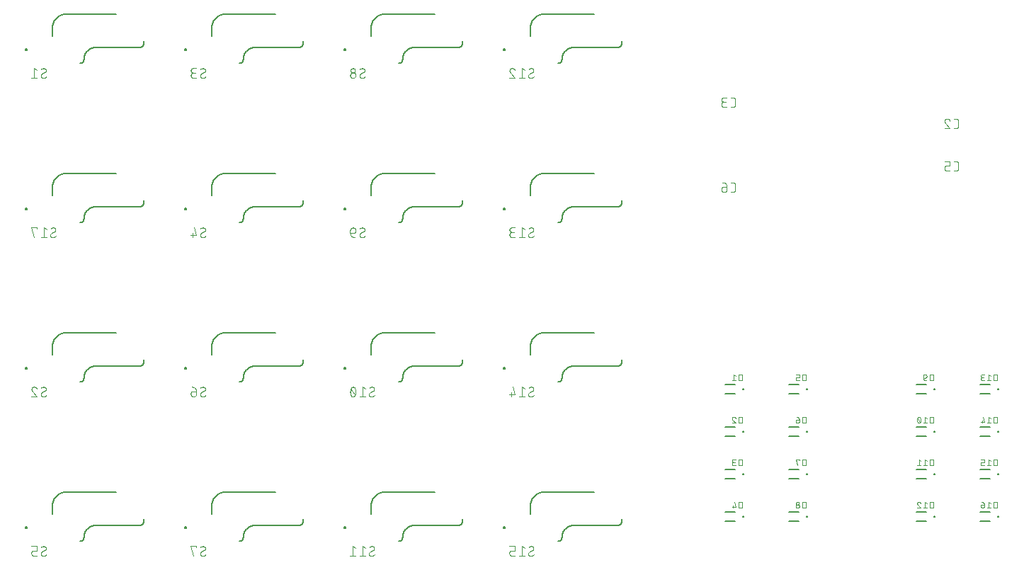
<source format=gbr>
G04 EAGLE Gerber RS-274X export*
G75*
%MOMM*%
%FSLAX34Y34*%
%LPD*%
%INSilkscreen Bottom*%
%IPPOS*%
%AMOC8*
5,1,8,0,0,1.08239X$1,22.5*%
G01*
%ADD10C,0.101600*%
%ADD11C,0.127000*%
%ADD12C,0.200000*%
%ADD13C,0.076200*%


D10*
X1080149Y514858D02*
X1082746Y514858D01*
X1082845Y514860D01*
X1082945Y514866D01*
X1083044Y514875D01*
X1083142Y514888D01*
X1083240Y514905D01*
X1083338Y514926D01*
X1083434Y514951D01*
X1083529Y514979D01*
X1083623Y515011D01*
X1083716Y515046D01*
X1083808Y515085D01*
X1083898Y515128D01*
X1083986Y515173D01*
X1084073Y515223D01*
X1084157Y515275D01*
X1084240Y515331D01*
X1084320Y515389D01*
X1084398Y515451D01*
X1084473Y515516D01*
X1084546Y515584D01*
X1084616Y515654D01*
X1084684Y515727D01*
X1084749Y515802D01*
X1084811Y515880D01*
X1084869Y515960D01*
X1084925Y516043D01*
X1084977Y516127D01*
X1085027Y516214D01*
X1085072Y516302D01*
X1085115Y516392D01*
X1085154Y516484D01*
X1085189Y516577D01*
X1085221Y516671D01*
X1085249Y516766D01*
X1085274Y516862D01*
X1085295Y516960D01*
X1085312Y517058D01*
X1085325Y517156D01*
X1085334Y517255D01*
X1085340Y517355D01*
X1085342Y517454D01*
X1085342Y523946D01*
X1085340Y524045D01*
X1085334Y524145D01*
X1085325Y524244D01*
X1085312Y524342D01*
X1085295Y524440D01*
X1085274Y524538D01*
X1085249Y524634D01*
X1085221Y524729D01*
X1085189Y524823D01*
X1085154Y524916D01*
X1085115Y525008D01*
X1085072Y525098D01*
X1085027Y525186D01*
X1084977Y525273D01*
X1084925Y525357D01*
X1084869Y525440D01*
X1084811Y525520D01*
X1084749Y525598D01*
X1084684Y525673D01*
X1084616Y525746D01*
X1084546Y525816D01*
X1084473Y525884D01*
X1084398Y525949D01*
X1084320Y526011D01*
X1084240Y526069D01*
X1084157Y526125D01*
X1084073Y526177D01*
X1083986Y526227D01*
X1083898Y526272D01*
X1083808Y526315D01*
X1083716Y526354D01*
X1083623Y526389D01*
X1083529Y526421D01*
X1083434Y526449D01*
X1083338Y526474D01*
X1083240Y526495D01*
X1083142Y526512D01*
X1083044Y526525D01*
X1082945Y526534D01*
X1082845Y526540D01*
X1082746Y526542D01*
X1080149Y526542D01*
X1072214Y526542D02*
X1072107Y526540D01*
X1072001Y526534D01*
X1071895Y526524D01*
X1071789Y526511D01*
X1071683Y526493D01*
X1071579Y526472D01*
X1071475Y526447D01*
X1071372Y526418D01*
X1071271Y526386D01*
X1071171Y526349D01*
X1071072Y526309D01*
X1070974Y526266D01*
X1070878Y526219D01*
X1070784Y526168D01*
X1070692Y526114D01*
X1070602Y526057D01*
X1070514Y525997D01*
X1070429Y525933D01*
X1070346Y525866D01*
X1070265Y525796D01*
X1070187Y525724D01*
X1070111Y525648D01*
X1070039Y525570D01*
X1069969Y525489D01*
X1069902Y525406D01*
X1069838Y525321D01*
X1069778Y525233D01*
X1069721Y525143D01*
X1069667Y525051D01*
X1069616Y524957D01*
X1069569Y524861D01*
X1069526Y524763D01*
X1069486Y524664D01*
X1069449Y524564D01*
X1069417Y524463D01*
X1069388Y524360D01*
X1069363Y524256D01*
X1069342Y524152D01*
X1069324Y524046D01*
X1069311Y523940D01*
X1069301Y523834D01*
X1069295Y523728D01*
X1069293Y523621D01*
X1072214Y526542D02*
X1072335Y526540D01*
X1072456Y526534D01*
X1072576Y526524D01*
X1072697Y526511D01*
X1072816Y526493D01*
X1072936Y526472D01*
X1073054Y526447D01*
X1073171Y526418D01*
X1073288Y526385D01*
X1073403Y526349D01*
X1073517Y526308D01*
X1073630Y526265D01*
X1073742Y526217D01*
X1073851Y526166D01*
X1073959Y526111D01*
X1074066Y526053D01*
X1074170Y525992D01*
X1074272Y525927D01*
X1074372Y525859D01*
X1074470Y525788D01*
X1074566Y525714D01*
X1074659Y525637D01*
X1074749Y525556D01*
X1074837Y525473D01*
X1074922Y525387D01*
X1075005Y525298D01*
X1075084Y525207D01*
X1075161Y525113D01*
X1075234Y525017D01*
X1075304Y524919D01*
X1075371Y524818D01*
X1075435Y524715D01*
X1075496Y524610D01*
X1075553Y524503D01*
X1075606Y524395D01*
X1075656Y524285D01*
X1075702Y524173D01*
X1075745Y524060D01*
X1075784Y523945D01*
X1070267Y521349D02*
X1070188Y521427D01*
X1070112Y521507D01*
X1070039Y521590D01*
X1069969Y521676D01*
X1069902Y521763D01*
X1069838Y521854D01*
X1069778Y521946D01*
X1069720Y522040D01*
X1069666Y522137D01*
X1069616Y522235D01*
X1069569Y522335D01*
X1069525Y522436D01*
X1069485Y522539D01*
X1069449Y522644D01*
X1069417Y522749D01*
X1069388Y522856D01*
X1069363Y522963D01*
X1069341Y523072D01*
X1069324Y523181D01*
X1069310Y523290D01*
X1069301Y523400D01*
X1069295Y523511D01*
X1069293Y523621D01*
X1070266Y521349D02*
X1075784Y514858D01*
X1069293Y514858D01*
X816046Y540258D02*
X813449Y540258D01*
X816046Y540258D02*
X816145Y540260D01*
X816245Y540266D01*
X816344Y540275D01*
X816442Y540288D01*
X816540Y540305D01*
X816638Y540326D01*
X816734Y540351D01*
X816829Y540379D01*
X816923Y540411D01*
X817016Y540446D01*
X817108Y540485D01*
X817198Y540528D01*
X817286Y540573D01*
X817373Y540623D01*
X817457Y540675D01*
X817540Y540731D01*
X817620Y540789D01*
X817698Y540851D01*
X817773Y540916D01*
X817846Y540984D01*
X817916Y541054D01*
X817984Y541127D01*
X818049Y541202D01*
X818111Y541280D01*
X818169Y541360D01*
X818225Y541443D01*
X818277Y541527D01*
X818327Y541614D01*
X818372Y541702D01*
X818415Y541792D01*
X818454Y541884D01*
X818489Y541977D01*
X818521Y542071D01*
X818549Y542166D01*
X818574Y542262D01*
X818595Y542360D01*
X818612Y542458D01*
X818625Y542556D01*
X818634Y542655D01*
X818640Y542755D01*
X818642Y542854D01*
X818642Y549346D01*
X818640Y549445D01*
X818634Y549545D01*
X818625Y549644D01*
X818612Y549742D01*
X818595Y549840D01*
X818574Y549938D01*
X818549Y550034D01*
X818521Y550129D01*
X818489Y550223D01*
X818454Y550316D01*
X818415Y550408D01*
X818372Y550498D01*
X818327Y550586D01*
X818277Y550673D01*
X818225Y550757D01*
X818169Y550840D01*
X818111Y550920D01*
X818049Y550998D01*
X817984Y551073D01*
X817916Y551146D01*
X817846Y551216D01*
X817773Y551284D01*
X817698Y551349D01*
X817620Y551411D01*
X817540Y551469D01*
X817457Y551525D01*
X817373Y551577D01*
X817286Y551627D01*
X817198Y551672D01*
X817108Y551715D01*
X817016Y551754D01*
X816923Y551789D01*
X816829Y551821D01*
X816734Y551849D01*
X816638Y551874D01*
X816540Y551895D01*
X816442Y551912D01*
X816344Y551925D01*
X816245Y551934D01*
X816145Y551940D01*
X816046Y551942D01*
X813449Y551942D01*
X809084Y540258D02*
X805838Y540258D01*
X805725Y540260D01*
X805612Y540266D01*
X805499Y540276D01*
X805386Y540290D01*
X805274Y540307D01*
X805163Y540329D01*
X805053Y540354D01*
X804943Y540384D01*
X804835Y540417D01*
X804728Y540454D01*
X804622Y540494D01*
X804518Y540539D01*
X804415Y540587D01*
X804314Y540638D01*
X804215Y540693D01*
X804118Y540751D01*
X804023Y540813D01*
X803930Y540878D01*
X803840Y540946D01*
X803752Y541017D01*
X803666Y541092D01*
X803583Y541169D01*
X803503Y541249D01*
X803426Y541332D01*
X803351Y541418D01*
X803280Y541506D01*
X803212Y541596D01*
X803147Y541689D01*
X803085Y541784D01*
X803027Y541881D01*
X802972Y541980D01*
X802921Y542081D01*
X802873Y542184D01*
X802828Y542288D01*
X802788Y542394D01*
X802751Y542501D01*
X802718Y542609D01*
X802688Y542719D01*
X802663Y542829D01*
X802641Y542940D01*
X802624Y543052D01*
X802610Y543165D01*
X802600Y543278D01*
X802594Y543391D01*
X802592Y543504D01*
X802594Y543617D01*
X802600Y543730D01*
X802610Y543843D01*
X802624Y543956D01*
X802641Y544068D01*
X802663Y544179D01*
X802688Y544289D01*
X802718Y544399D01*
X802751Y544507D01*
X802788Y544614D01*
X802828Y544720D01*
X802873Y544824D01*
X802921Y544927D01*
X802972Y545028D01*
X803027Y545127D01*
X803085Y545224D01*
X803147Y545319D01*
X803212Y545412D01*
X803280Y545502D01*
X803351Y545590D01*
X803426Y545676D01*
X803503Y545759D01*
X803583Y545839D01*
X803666Y545916D01*
X803752Y545991D01*
X803840Y546062D01*
X803930Y546130D01*
X804023Y546195D01*
X804118Y546257D01*
X804215Y546315D01*
X804314Y546370D01*
X804415Y546421D01*
X804518Y546469D01*
X804622Y546514D01*
X804728Y546554D01*
X804835Y546591D01*
X804943Y546624D01*
X805053Y546654D01*
X805163Y546679D01*
X805274Y546701D01*
X805386Y546718D01*
X805499Y546732D01*
X805612Y546742D01*
X805725Y546748D01*
X805838Y546750D01*
X805189Y551942D02*
X809084Y551942D01*
X805189Y551942D02*
X805088Y551940D01*
X804988Y551934D01*
X804888Y551924D01*
X804788Y551911D01*
X804689Y551893D01*
X804590Y551872D01*
X804493Y551847D01*
X804396Y551818D01*
X804301Y551785D01*
X804207Y551749D01*
X804115Y551709D01*
X804024Y551666D01*
X803935Y551619D01*
X803848Y551569D01*
X803762Y551515D01*
X803679Y551458D01*
X803599Y551398D01*
X803520Y551335D01*
X803444Y551268D01*
X803371Y551199D01*
X803301Y551127D01*
X803233Y551053D01*
X803168Y550976D01*
X803107Y550896D01*
X803048Y550814D01*
X802993Y550730D01*
X802941Y550644D01*
X802892Y550556D01*
X802847Y550466D01*
X802805Y550374D01*
X802767Y550281D01*
X802733Y550186D01*
X802702Y550091D01*
X802675Y549994D01*
X802652Y549896D01*
X802632Y549797D01*
X802617Y549697D01*
X802605Y549597D01*
X802597Y549497D01*
X802593Y549396D01*
X802593Y549296D01*
X802597Y549195D01*
X802605Y549095D01*
X802617Y548995D01*
X802632Y548895D01*
X802652Y548796D01*
X802675Y548698D01*
X802702Y548601D01*
X802733Y548506D01*
X802767Y548411D01*
X802805Y548318D01*
X802847Y548226D01*
X802892Y548136D01*
X802941Y548048D01*
X802993Y547962D01*
X803048Y547878D01*
X803107Y547796D01*
X803168Y547716D01*
X803233Y547639D01*
X803301Y547565D01*
X803371Y547493D01*
X803444Y547424D01*
X803520Y547357D01*
X803599Y547294D01*
X803679Y547234D01*
X803762Y547177D01*
X803848Y547123D01*
X803935Y547073D01*
X804024Y547026D01*
X804115Y546983D01*
X804207Y546943D01*
X804301Y546907D01*
X804396Y546874D01*
X804493Y546845D01*
X804590Y546820D01*
X804689Y546799D01*
X804788Y546781D01*
X804888Y546768D01*
X804988Y546758D01*
X805088Y546752D01*
X805189Y546750D01*
X805189Y546749D02*
X807786Y546749D01*
X1080149Y464058D02*
X1082746Y464058D01*
X1082845Y464060D01*
X1082945Y464066D01*
X1083044Y464075D01*
X1083142Y464088D01*
X1083240Y464105D01*
X1083338Y464126D01*
X1083434Y464151D01*
X1083529Y464179D01*
X1083623Y464211D01*
X1083716Y464246D01*
X1083808Y464285D01*
X1083898Y464328D01*
X1083986Y464373D01*
X1084073Y464423D01*
X1084157Y464475D01*
X1084240Y464531D01*
X1084320Y464589D01*
X1084398Y464651D01*
X1084473Y464716D01*
X1084546Y464784D01*
X1084616Y464854D01*
X1084684Y464927D01*
X1084749Y465002D01*
X1084811Y465080D01*
X1084869Y465160D01*
X1084925Y465243D01*
X1084977Y465327D01*
X1085027Y465414D01*
X1085072Y465502D01*
X1085115Y465592D01*
X1085154Y465684D01*
X1085189Y465777D01*
X1085221Y465871D01*
X1085249Y465966D01*
X1085274Y466062D01*
X1085295Y466160D01*
X1085312Y466258D01*
X1085325Y466356D01*
X1085334Y466455D01*
X1085340Y466555D01*
X1085342Y466654D01*
X1085342Y473146D01*
X1085340Y473245D01*
X1085334Y473345D01*
X1085325Y473444D01*
X1085312Y473542D01*
X1085295Y473640D01*
X1085274Y473738D01*
X1085249Y473834D01*
X1085221Y473929D01*
X1085189Y474023D01*
X1085154Y474116D01*
X1085115Y474208D01*
X1085072Y474298D01*
X1085027Y474386D01*
X1084977Y474473D01*
X1084925Y474557D01*
X1084869Y474640D01*
X1084811Y474720D01*
X1084749Y474798D01*
X1084684Y474873D01*
X1084616Y474946D01*
X1084546Y475016D01*
X1084473Y475084D01*
X1084398Y475149D01*
X1084320Y475211D01*
X1084240Y475269D01*
X1084157Y475325D01*
X1084073Y475377D01*
X1083986Y475427D01*
X1083898Y475472D01*
X1083808Y475515D01*
X1083716Y475554D01*
X1083623Y475589D01*
X1083529Y475621D01*
X1083434Y475649D01*
X1083338Y475674D01*
X1083240Y475695D01*
X1083142Y475712D01*
X1083044Y475725D01*
X1082945Y475734D01*
X1082845Y475740D01*
X1082746Y475742D01*
X1080149Y475742D01*
X1075784Y464058D02*
X1071889Y464058D01*
X1071790Y464060D01*
X1071690Y464066D01*
X1071591Y464075D01*
X1071493Y464088D01*
X1071395Y464105D01*
X1071297Y464126D01*
X1071201Y464151D01*
X1071106Y464179D01*
X1071012Y464211D01*
X1070919Y464246D01*
X1070827Y464285D01*
X1070737Y464328D01*
X1070649Y464373D01*
X1070562Y464423D01*
X1070478Y464475D01*
X1070395Y464531D01*
X1070315Y464589D01*
X1070237Y464651D01*
X1070162Y464716D01*
X1070089Y464784D01*
X1070019Y464854D01*
X1069951Y464927D01*
X1069886Y465002D01*
X1069824Y465080D01*
X1069766Y465160D01*
X1069710Y465243D01*
X1069658Y465327D01*
X1069608Y465414D01*
X1069563Y465502D01*
X1069520Y465592D01*
X1069481Y465684D01*
X1069446Y465777D01*
X1069414Y465871D01*
X1069386Y465966D01*
X1069361Y466062D01*
X1069340Y466160D01*
X1069323Y466258D01*
X1069310Y466356D01*
X1069301Y466455D01*
X1069295Y466555D01*
X1069293Y466654D01*
X1069293Y467953D01*
X1069295Y468052D01*
X1069301Y468152D01*
X1069310Y468251D01*
X1069323Y468349D01*
X1069340Y468447D01*
X1069361Y468545D01*
X1069386Y468641D01*
X1069414Y468736D01*
X1069446Y468830D01*
X1069481Y468923D01*
X1069520Y469015D01*
X1069563Y469105D01*
X1069608Y469193D01*
X1069658Y469280D01*
X1069710Y469364D01*
X1069766Y469447D01*
X1069824Y469527D01*
X1069886Y469605D01*
X1069951Y469680D01*
X1070019Y469753D01*
X1070089Y469823D01*
X1070162Y469891D01*
X1070237Y469956D01*
X1070315Y470018D01*
X1070395Y470076D01*
X1070478Y470132D01*
X1070562Y470184D01*
X1070649Y470234D01*
X1070737Y470279D01*
X1070827Y470322D01*
X1070919Y470361D01*
X1071012Y470396D01*
X1071106Y470428D01*
X1071201Y470456D01*
X1071297Y470481D01*
X1071395Y470502D01*
X1071493Y470519D01*
X1071591Y470532D01*
X1071690Y470541D01*
X1071790Y470547D01*
X1071889Y470549D01*
X1075784Y470549D01*
X1075784Y475742D01*
X1069293Y475742D01*
X816046Y438658D02*
X813449Y438658D01*
X816046Y438658D02*
X816145Y438660D01*
X816245Y438666D01*
X816344Y438675D01*
X816442Y438688D01*
X816540Y438705D01*
X816638Y438726D01*
X816734Y438751D01*
X816829Y438779D01*
X816923Y438811D01*
X817016Y438846D01*
X817108Y438885D01*
X817198Y438928D01*
X817286Y438973D01*
X817373Y439023D01*
X817457Y439075D01*
X817540Y439131D01*
X817620Y439189D01*
X817698Y439251D01*
X817773Y439316D01*
X817846Y439384D01*
X817916Y439454D01*
X817984Y439527D01*
X818049Y439602D01*
X818111Y439680D01*
X818169Y439760D01*
X818225Y439843D01*
X818277Y439927D01*
X818327Y440014D01*
X818372Y440102D01*
X818415Y440192D01*
X818454Y440284D01*
X818489Y440377D01*
X818521Y440471D01*
X818549Y440566D01*
X818574Y440662D01*
X818595Y440760D01*
X818612Y440858D01*
X818625Y440956D01*
X818634Y441055D01*
X818640Y441155D01*
X818642Y441254D01*
X818642Y447746D01*
X818640Y447845D01*
X818634Y447945D01*
X818625Y448044D01*
X818612Y448142D01*
X818595Y448240D01*
X818574Y448338D01*
X818549Y448434D01*
X818521Y448529D01*
X818489Y448623D01*
X818454Y448716D01*
X818415Y448808D01*
X818372Y448898D01*
X818327Y448986D01*
X818277Y449073D01*
X818225Y449157D01*
X818169Y449240D01*
X818111Y449320D01*
X818049Y449398D01*
X817984Y449473D01*
X817916Y449546D01*
X817846Y449616D01*
X817773Y449684D01*
X817698Y449749D01*
X817620Y449811D01*
X817540Y449869D01*
X817457Y449925D01*
X817373Y449977D01*
X817286Y450027D01*
X817198Y450072D01*
X817108Y450115D01*
X817016Y450154D01*
X816923Y450189D01*
X816829Y450221D01*
X816734Y450249D01*
X816638Y450274D01*
X816540Y450295D01*
X816442Y450312D01*
X816344Y450325D01*
X816245Y450334D01*
X816145Y450340D01*
X816046Y450342D01*
X813449Y450342D01*
X809084Y445149D02*
X805189Y445149D01*
X805090Y445147D01*
X804990Y445141D01*
X804891Y445132D01*
X804793Y445119D01*
X804695Y445102D01*
X804597Y445081D01*
X804501Y445056D01*
X804406Y445028D01*
X804312Y444996D01*
X804219Y444961D01*
X804127Y444922D01*
X804037Y444879D01*
X803949Y444834D01*
X803862Y444784D01*
X803778Y444732D01*
X803695Y444676D01*
X803615Y444618D01*
X803537Y444556D01*
X803462Y444491D01*
X803389Y444423D01*
X803319Y444353D01*
X803251Y444280D01*
X803186Y444205D01*
X803124Y444127D01*
X803066Y444047D01*
X803010Y443964D01*
X802958Y443880D01*
X802908Y443793D01*
X802863Y443705D01*
X802820Y443615D01*
X802781Y443523D01*
X802746Y443430D01*
X802714Y443336D01*
X802686Y443241D01*
X802661Y443145D01*
X802640Y443047D01*
X802623Y442949D01*
X802610Y442851D01*
X802601Y442752D01*
X802595Y442652D01*
X802593Y442553D01*
X802593Y441904D01*
X802592Y441904D02*
X802594Y441791D01*
X802600Y441678D01*
X802610Y441565D01*
X802624Y441452D01*
X802641Y441340D01*
X802663Y441229D01*
X802688Y441119D01*
X802718Y441009D01*
X802751Y440901D01*
X802788Y440794D01*
X802828Y440688D01*
X802873Y440584D01*
X802921Y440481D01*
X802972Y440380D01*
X803027Y440281D01*
X803085Y440184D01*
X803147Y440089D01*
X803212Y439996D01*
X803280Y439906D01*
X803351Y439818D01*
X803426Y439732D01*
X803503Y439649D01*
X803583Y439569D01*
X803666Y439492D01*
X803752Y439417D01*
X803840Y439346D01*
X803930Y439278D01*
X804023Y439213D01*
X804118Y439151D01*
X804215Y439093D01*
X804314Y439038D01*
X804415Y438987D01*
X804518Y438939D01*
X804622Y438894D01*
X804728Y438854D01*
X804835Y438817D01*
X804943Y438784D01*
X805053Y438754D01*
X805163Y438729D01*
X805274Y438707D01*
X805386Y438690D01*
X805499Y438676D01*
X805612Y438666D01*
X805725Y438660D01*
X805838Y438658D01*
X805951Y438660D01*
X806064Y438666D01*
X806177Y438676D01*
X806290Y438690D01*
X806402Y438707D01*
X806513Y438729D01*
X806623Y438754D01*
X806733Y438784D01*
X806841Y438817D01*
X806948Y438854D01*
X807054Y438894D01*
X807158Y438939D01*
X807261Y438987D01*
X807362Y439038D01*
X807461Y439093D01*
X807558Y439151D01*
X807653Y439213D01*
X807746Y439278D01*
X807836Y439346D01*
X807924Y439417D01*
X808010Y439492D01*
X808093Y439569D01*
X808173Y439649D01*
X808250Y439732D01*
X808325Y439818D01*
X808396Y439906D01*
X808464Y439996D01*
X808529Y440089D01*
X808591Y440184D01*
X808649Y440281D01*
X808704Y440380D01*
X808755Y440481D01*
X808803Y440584D01*
X808848Y440688D01*
X808888Y440794D01*
X808925Y440901D01*
X808958Y441009D01*
X808988Y441119D01*
X809013Y441229D01*
X809035Y441340D01*
X809052Y441452D01*
X809066Y441565D01*
X809076Y441678D01*
X809082Y441791D01*
X809084Y441904D01*
X809084Y445149D01*
X809082Y445292D01*
X809076Y445435D01*
X809066Y445578D01*
X809052Y445720D01*
X809035Y445862D01*
X809013Y446004D01*
X808988Y446145D01*
X808958Y446285D01*
X808925Y446424D01*
X808888Y446562D01*
X808847Y446699D01*
X808803Y446835D01*
X808754Y446970D01*
X808702Y447103D01*
X808647Y447235D01*
X808587Y447365D01*
X808524Y447494D01*
X808458Y447621D01*
X808388Y447746D01*
X808315Y447868D01*
X808238Y447989D01*
X808158Y448108D01*
X808075Y448224D01*
X807989Y448339D01*
X807900Y448450D01*
X807807Y448560D01*
X807712Y448666D01*
X807613Y448770D01*
X807512Y448871D01*
X807408Y448970D01*
X807302Y449065D01*
X807192Y449158D01*
X807081Y449247D01*
X806966Y449333D01*
X806850Y449416D01*
X806731Y449496D01*
X806610Y449573D01*
X806488Y449646D01*
X806363Y449716D01*
X806236Y449782D01*
X806107Y449845D01*
X805977Y449905D01*
X805845Y449960D01*
X805712Y450012D01*
X805577Y450061D01*
X805441Y450105D01*
X805304Y450146D01*
X805166Y450183D01*
X805027Y450216D01*
X804887Y450246D01*
X804746Y450271D01*
X804604Y450293D01*
X804462Y450310D01*
X804320Y450324D01*
X804177Y450334D01*
X804034Y450340D01*
X803891Y450342D01*
D11*
X78900Y651750D02*
X19400Y651750D01*
X18995Y651745D01*
X18591Y651730D01*
X18187Y651706D01*
X17783Y651672D01*
X17381Y651628D01*
X16980Y651574D01*
X16580Y651511D01*
X16182Y651438D01*
X15786Y651355D01*
X15391Y651263D01*
X15000Y651162D01*
X14610Y651051D01*
X14224Y650930D01*
X13841Y650800D01*
X13460Y650662D01*
X13084Y650513D01*
X12711Y650356D01*
X12342Y650190D01*
X11977Y650015D01*
X11616Y649831D01*
X11260Y649639D01*
X10908Y649438D01*
X10562Y649229D01*
X10221Y649011D01*
X9885Y648785D01*
X9555Y648551D01*
X9230Y648309D01*
X8911Y648060D01*
X8599Y647802D01*
X8293Y647538D01*
X7993Y647266D01*
X7700Y646986D01*
X7414Y646700D01*
X7134Y646407D01*
X6862Y646107D01*
X6598Y645801D01*
X6340Y645489D01*
X6091Y645170D01*
X5849Y644845D01*
X5615Y644515D01*
X5389Y644179D01*
X5171Y643838D01*
X4962Y643492D01*
X4761Y643140D01*
X4569Y642784D01*
X4385Y642423D01*
X4210Y642058D01*
X4044Y641689D01*
X3887Y641316D01*
X3738Y640940D01*
X3600Y640559D01*
X3470Y640176D01*
X3349Y639790D01*
X3238Y639400D01*
X3137Y639009D01*
X3045Y638614D01*
X2962Y638218D01*
X2889Y637820D01*
X2826Y637420D01*
X2772Y637019D01*
X2728Y636617D01*
X2694Y636213D01*
X2670Y635809D01*
X2655Y635405D01*
X2650Y635000D01*
X2650Y625300D01*
X35400Y592850D02*
X35540Y592852D01*
X35680Y592858D01*
X35820Y592868D01*
X35960Y592881D01*
X36099Y592899D01*
X36238Y592921D01*
X36375Y592946D01*
X36513Y592975D01*
X36649Y593008D01*
X36784Y593045D01*
X36918Y593086D01*
X37051Y593131D01*
X37183Y593179D01*
X37313Y593231D01*
X37442Y593286D01*
X37569Y593345D01*
X37695Y593408D01*
X37819Y593474D01*
X37940Y593543D01*
X38060Y593616D01*
X38178Y593693D01*
X38293Y593772D01*
X38407Y593855D01*
X38517Y593941D01*
X38626Y594030D01*
X38732Y594122D01*
X38835Y594217D01*
X38936Y594314D01*
X39033Y594415D01*
X39128Y594518D01*
X39220Y594624D01*
X39309Y594733D01*
X39395Y594843D01*
X39478Y594957D01*
X39557Y595072D01*
X39634Y595190D01*
X39707Y595310D01*
X39776Y595431D01*
X39842Y595555D01*
X39905Y595681D01*
X39964Y595808D01*
X40019Y595937D01*
X40071Y596067D01*
X40119Y596199D01*
X40164Y596332D01*
X40205Y596466D01*
X40242Y596601D01*
X40275Y596737D01*
X40304Y596875D01*
X40329Y597012D01*
X40351Y597151D01*
X40369Y597290D01*
X40382Y597430D01*
X40392Y597570D01*
X40398Y597710D01*
X40400Y597850D01*
X40404Y598186D01*
X40416Y598522D01*
X40437Y598857D01*
X40465Y599192D01*
X40501Y599525D01*
X40546Y599858D01*
X40598Y600190D01*
X40659Y600521D01*
X40727Y600849D01*
X40804Y601176D01*
X40888Y601502D01*
X40980Y601825D01*
X41080Y602145D01*
X41188Y602464D01*
X41303Y602779D01*
X41426Y603092D01*
X41557Y603401D01*
X41694Y603707D01*
X41840Y604010D01*
X41992Y604310D01*
X42152Y604605D01*
X42319Y604897D01*
X42492Y605184D01*
X42673Y605467D01*
X42861Y605746D01*
X43055Y606020D01*
X43255Y606290D01*
X43463Y606554D01*
X43676Y606813D01*
X43896Y607067D01*
X44121Y607316D01*
X44353Y607559D01*
X44591Y607797D01*
X44834Y608029D01*
X45083Y608254D01*
X45337Y608474D01*
X45596Y608687D01*
X45860Y608895D01*
X46130Y609095D01*
X46404Y609289D01*
X46683Y609477D01*
X46966Y609658D01*
X47253Y609831D01*
X47545Y609998D01*
X47840Y610158D01*
X48140Y610310D01*
X48443Y610456D01*
X48749Y610593D01*
X49058Y610724D01*
X49371Y610847D01*
X49686Y610962D01*
X50005Y611070D01*
X50325Y611170D01*
X50648Y611262D01*
X50974Y611346D01*
X51301Y611423D01*
X51629Y611491D01*
X51960Y611552D01*
X52292Y611604D01*
X52625Y611649D01*
X52958Y611685D01*
X53293Y611713D01*
X53628Y611734D01*
X53964Y611746D01*
X54300Y611750D01*
X106650Y611750D01*
X106790Y611752D01*
X106930Y611758D01*
X107070Y611768D01*
X107210Y611781D01*
X107349Y611799D01*
X107488Y611821D01*
X107625Y611846D01*
X107763Y611875D01*
X107899Y611908D01*
X108034Y611945D01*
X108168Y611986D01*
X108301Y612031D01*
X108433Y612079D01*
X108563Y612131D01*
X108692Y612186D01*
X108819Y612245D01*
X108945Y612308D01*
X109069Y612374D01*
X109190Y612443D01*
X109310Y612516D01*
X109428Y612593D01*
X109543Y612672D01*
X109657Y612755D01*
X109767Y612841D01*
X109876Y612930D01*
X109982Y613022D01*
X110085Y613117D01*
X110186Y613214D01*
X110283Y613315D01*
X110378Y613418D01*
X110470Y613524D01*
X110559Y613633D01*
X110645Y613743D01*
X110728Y613857D01*
X110807Y613972D01*
X110884Y614090D01*
X110957Y614210D01*
X111026Y614331D01*
X111092Y614455D01*
X111155Y614581D01*
X111214Y614708D01*
X111269Y614837D01*
X111321Y614967D01*
X111369Y615099D01*
X111414Y615232D01*
X111455Y615366D01*
X111492Y615501D01*
X111525Y615637D01*
X111554Y615775D01*
X111579Y615912D01*
X111601Y616051D01*
X111619Y616190D01*
X111632Y616330D01*
X111642Y616470D01*
X111648Y616610D01*
X111650Y616750D01*
X111650Y619300D01*
D12*
X-29850Y609300D02*
X-29848Y609363D01*
X-29842Y609425D01*
X-29832Y609487D01*
X-29819Y609549D01*
X-29801Y609609D01*
X-29780Y609668D01*
X-29755Y609726D01*
X-29726Y609782D01*
X-29694Y609836D01*
X-29659Y609888D01*
X-29621Y609937D01*
X-29579Y609985D01*
X-29535Y610029D01*
X-29487Y610071D01*
X-29438Y610109D01*
X-29386Y610144D01*
X-29332Y610176D01*
X-29276Y610205D01*
X-29218Y610230D01*
X-29159Y610251D01*
X-29099Y610269D01*
X-29037Y610282D01*
X-28975Y610292D01*
X-28913Y610298D01*
X-28850Y610300D01*
X-28787Y610298D01*
X-28725Y610292D01*
X-28663Y610282D01*
X-28601Y610269D01*
X-28541Y610251D01*
X-28482Y610230D01*
X-28424Y610205D01*
X-28368Y610176D01*
X-28314Y610144D01*
X-28262Y610109D01*
X-28213Y610071D01*
X-28165Y610029D01*
X-28121Y609985D01*
X-28079Y609937D01*
X-28041Y609888D01*
X-28006Y609836D01*
X-27974Y609782D01*
X-27945Y609726D01*
X-27920Y609668D01*
X-27899Y609609D01*
X-27881Y609549D01*
X-27868Y609487D01*
X-27858Y609425D01*
X-27852Y609363D01*
X-27850Y609300D01*
X-27852Y609237D01*
X-27858Y609175D01*
X-27868Y609113D01*
X-27881Y609051D01*
X-27899Y608991D01*
X-27920Y608932D01*
X-27945Y608874D01*
X-27974Y608818D01*
X-28006Y608764D01*
X-28041Y608712D01*
X-28079Y608663D01*
X-28121Y608615D01*
X-28165Y608571D01*
X-28213Y608529D01*
X-28262Y608491D01*
X-28314Y608456D01*
X-28368Y608424D01*
X-28424Y608395D01*
X-28482Y608370D01*
X-28541Y608349D01*
X-28601Y608331D01*
X-28663Y608318D01*
X-28725Y608308D01*
X-28787Y608302D01*
X-28850Y608300D01*
X-28913Y608302D01*
X-28975Y608308D01*
X-29037Y608318D01*
X-29099Y608331D01*
X-29159Y608349D01*
X-29218Y608370D01*
X-29276Y608395D01*
X-29332Y608424D01*
X-29386Y608456D01*
X-29438Y608491D01*
X-29487Y608529D01*
X-29535Y608571D01*
X-29579Y608615D01*
X-29621Y608663D01*
X-29659Y608712D01*
X-29694Y608764D01*
X-29726Y608818D01*
X-29755Y608874D01*
X-29780Y608932D01*
X-29801Y608991D01*
X-29819Y609051D01*
X-29832Y609113D01*
X-29842Y609175D01*
X-29848Y609237D01*
X-29850Y609300D01*
D10*
X-11293Y577704D02*
X-11291Y577605D01*
X-11285Y577505D01*
X-11276Y577406D01*
X-11263Y577308D01*
X-11246Y577210D01*
X-11225Y577112D01*
X-11200Y577016D01*
X-11172Y576921D01*
X-11140Y576827D01*
X-11105Y576734D01*
X-11066Y576642D01*
X-11023Y576552D01*
X-10978Y576464D01*
X-10928Y576377D01*
X-10876Y576293D01*
X-10820Y576210D01*
X-10762Y576130D01*
X-10700Y576052D01*
X-10635Y575977D01*
X-10567Y575904D01*
X-10497Y575834D01*
X-10424Y575766D01*
X-10349Y575701D01*
X-10271Y575639D01*
X-10191Y575581D01*
X-10108Y575525D01*
X-10024Y575473D01*
X-9937Y575423D01*
X-9849Y575378D01*
X-9759Y575335D01*
X-9667Y575296D01*
X-9574Y575261D01*
X-9480Y575229D01*
X-9385Y575201D01*
X-9289Y575176D01*
X-9191Y575155D01*
X-9093Y575138D01*
X-8995Y575125D01*
X-8896Y575116D01*
X-8796Y575110D01*
X-8697Y575108D01*
X-8553Y575110D01*
X-8408Y575116D01*
X-8264Y575125D01*
X-8121Y575138D01*
X-7977Y575155D01*
X-7834Y575176D01*
X-7692Y575201D01*
X-7551Y575229D01*
X-7410Y575261D01*
X-7270Y575297D01*
X-7131Y575336D01*
X-6993Y575379D01*
X-6857Y575426D01*
X-6721Y575476D01*
X-6587Y575530D01*
X-6455Y575587D01*
X-6324Y575648D01*
X-6195Y575712D01*
X-6067Y575780D01*
X-5941Y575850D01*
X-5817Y575925D01*
X-5696Y576002D01*
X-5576Y576083D01*
X-5458Y576166D01*
X-5343Y576253D01*
X-5230Y576343D01*
X-5119Y576436D01*
X-5011Y576531D01*
X-4905Y576630D01*
X-4802Y576731D01*
X-5127Y584196D02*
X-5129Y584295D01*
X-5135Y584395D01*
X-5144Y584494D01*
X-5157Y584592D01*
X-5174Y584690D01*
X-5195Y584788D01*
X-5220Y584884D01*
X-5248Y584979D01*
X-5280Y585073D01*
X-5315Y585166D01*
X-5354Y585258D01*
X-5397Y585348D01*
X-5442Y585436D01*
X-5492Y585523D01*
X-5544Y585607D01*
X-5600Y585690D01*
X-5658Y585770D01*
X-5720Y585848D01*
X-5785Y585923D01*
X-5853Y585996D01*
X-5923Y586066D01*
X-5996Y586134D01*
X-6071Y586199D01*
X-6149Y586261D01*
X-6229Y586319D01*
X-6312Y586375D01*
X-6396Y586427D01*
X-6483Y586477D01*
X-6571Y586522D01*
X-6661Y586565D01*
X-6753Y586604D01*
X-6846Y586639D01*
X-6940Y586671D01*
X-7035Y586699D01*
X-7132Y586724D01*
X-7229Y586745D01*
X-7327Y586762D01*
X-7425Y586775D01*
X-7524Y586784D01*
X-7624Y586790D01*
X-7723Y586792D01*
X-7859Y586790D01*
X-7995Y586784D01*
X-8131Y586775D01*
X-8267Y586762D01*
X-8402Y586744D01*
X-8536Y586724D01*
X-8670Y586699D01*
X-8804Y586671D01*
X-8936Y586638D01*
X-9067Y586603D01*
X-9198Y586563D01*
X-9327Y586520D01*
X-9455Y586474D01*
X-9581Y586423D01*
X-9707Y586370D01*
X-9830Y586312D01*
X-9952Y586252D01*
X-10072Y586188D01*
X-10191Y586120D01*
X-10307Y586050D01*
X-10421Y585976D01*
X-10534Y585899D01*
X-10644Y585818D01*
X-6424Y581924D02*
X-6338Y581977D01*
X-6254Y582034D01*
X-6172Y582093D01*
X-6092Y582156D01*
X-6015Y582222D01*
X-5940Y582290D01*
X-5868Y582362D01*
X-5799Y582436D01*
X-5733Y582513D01*
X-5670Y582592D01*
X-5610Y582674D01*
X-5553Y582758D01*
X-5499Y582844D01*
X-5449Y582932D01*
X-5402Y583022D01*
X-5358Y583113D01*
X-5319Y583207D01*
X-5282Y583301D01*
X-5250Y583397D01*
X-5221Y583495D01*
X-5196Y583593D01*
X-5175Y583692D01*
X-5157Y583792D01*
X-5144Y583892D01*
X-5134Y583993D01*
X-5128Y584095D01*
X-5126Y584196D01*
X-9995Y579976D02*
X-10081Y579923D01*
X-10165Y579866D01*
X-10247Y579807D01*
X-10327Y579744D01*
X-10404Y579678D01*
X-10479Y579610D01*
X-10551Y579538D01*
X-10620Y579464D01*
X-10686Y579387D01*
X-10749Y579308D01*
X-10809Y579226D01*
X-10866Y579142D01*
X-10920Y579056D01*
X-10970Y578968D01*
X-11017Y578878D01*
X-11061Y578787D01*
X-11100Y578693D01*
X-11137Y578599D01*
X-11169Y578503D01*
X-11198Y578405D01*
X-11223Y578307D01*
X-11244Y578208D01*
X-11262Y578108D01*
X-11275Y578008D01*
X-11285Y577907D01*
X-11291Y577805D01*
X-11293Y577704D01*
X-9995Y579976D02*
X-6425Y581924D01*
X-15851Y584196D02*
X-19096Y586792D01*
X-19096Y575108D01*
X-15851Y575108D02*
X-22342Y575108D01*
D11*
X400400Y270750D02*
X459900Y270750D01*
X400400Y270750D02*
X399995Y270745D01*
X399591Y270730D01*
X399187Y270706D01*
X398783Y270672D01*
X398381Y270628D01*
X397980Y270574D01*
X397580Y270511D01*
X397182Y270438D01*
X396786Y270355D01*
X396391Y270263D01*
X396000Y270162D01*
X395610Y270051D01*
X395224Y269930D01*
X394841Y269800D01*
X394460Y269662D01*
X394084Y269513D01*
X393711Y269356D01*
X393342Y269190D01*
X392977Y269015D01*
X392616Y268831D01*
X392260Y268639D01*
X391908Y268438D01*
X391562Y268229D01*
X391221Y268011D01*
X390885Y267785D01*
X390555Y267551D01*
X390230Y267309D01*
X389911Y267060D01*
X389599Y266802D01*
X389293Y266538D01*
X388993Y266266D01*
X388700Y265986D01*
X388414Y265700D01*
X388134Y265407D01*
X387862Y265107D01*
X387598Y264801D01*
X387340Y264489D01*
X387091Y264170D01*
X386849Y263845D01*
X386615Y263515D01*
X386389Y263179D01*
X386171Y262838D01*
X385962Y262492D01*
X385761Y262140D01*
X385569Y261784D01*
X385385Y261423D01*
X385210Y261058D01*
X385044Y260689D01*
X384887Y260316D01*
X384738Y259940D01*
X384600Y259559D01*
X384470Y259176D01*
X384349Y258790D01*
X384238Y258400D01*
X384137Y258009D01*
X384045Y257614D01*
X383962Y257218D01*
X383889Y256820D01*
X383826Y256420D01*
X383772Y256019D01*
X383728Y255617D01*
X383694Y255213D01*
X383670Y254809D01*
X383655Y254405D01*
X383650Y254000D01*
X383650Y244300D01*
X416400Y211850D02*
X416540Y211852D01*
X416680Y211858D01*
X416820Y211868D01*
X416960Y211881D01*
X417099Y211899D01*
X417238Y211921D01*
X417375Y211946D01*
X417513Y211975D01*
X417649Y212008D01*
X417784Y212045D01*
X417918Y212086D01*
X418051Y212131D01*
X418183Y212179D01*
X418313Y212231D01*
X418442Y212286D01*
X418569Y212345D01*
X418695Y212408D01*
X418819Y212474D01*
X418940Y212543D01*
X419060Y212616D01*
X419178Y212693D01*
X419293Y212772D01*
X419407Y212855D01*
X419517Y212941D01*
X419626Y213030D01*
X419732Y213122D01*
X419835Y213217D01*
X419936Y213314D01*
X420033Y213415D01*
X420128Y213518D01*
X420220Y213624D01*
X420309Y213733D01*
X420395Y213843D01*
X420478Y213957D01*
X420557Y214072D01*
X420634Y214190D01*
X420707Y214310D01*
X420776Y214431D01*
X420842Y214555D01*
X420905Y214681D01*
X420964Y214808D01*
X421019Y214937D01*
X421071Y215067D01*
X421119Y215199D01*
X421164Y215332D01*
X421205Y215466D01*
X421242Y215601D01*
X421275Y215737D01*
X421304Y215875D01*
X421329Y216012D01*
X421351Y216151D01*
X421369Y216290D01*
X421382Y216430D01*
X421392Y216570D01*
X421398Y216710D01*
X421400Y216850D01*
X421404Y217186D01*
X421416Y217522D01*
X421437Y217857D01*
X421465Y218192D01*
X421501Y218525D01*
X421546Y218858D01*
X421598Y219190D01*
X421659Y219521D01*
X421727Y219849D01*
X421804Y220176D01*
X421888Y220502D01*
X421980Y220825D01*
X422080Y221145D01*
X422188Y221464D01*
X422303Y221779D01*
X422426Y222092D01*
X422557Y222401D01*
X422694Y222707D01*
X422840Y223010D01*
X422992Y223310D01*
X423152Y223605D01*
X423319Y223897D01*
X423492Y224184D01*
X423673Y224467D01*
X423861Y224746D01*
X424055Y225020D01*
X424255Y225290D01*
X424463Y225554D01*
X424676Y225813D01*
X424896Y226067D01*
X425121Y226316D01*
X425353Y226559D01*
X425591Y226797D01*
X425834Y227029D01*
X426083Y227254D01*
X426337Y227474D01*
X426596Y227687D01*
X426860Y227895D01*
X427130Y228095D01*
X427404Y228289D01*
X427683Y228477D01*
X427966Y228658D01*
X428253Y228831D01*
X428545Y228998D01*
X428840Y229158D01*
X429140Y229310D01*
X429443Y229456D01*
X429749Y229593D01*
X430058Y229724D01*
X430371Y229847D01*
X430686Y229962D01*
X431005Y230070D01*
X431325Y230170D01*
X431648Y230262D01*
X431974Y230346D01*
X432301Y230423D01*
X432629Y230491D01*
X432960Y230552D01*
X433292Y230604D01*
X433625Y230649D01*
X433958Y230685D01*
X434293Y230713D01*
X434628Y230734D01*
X434964Y230746D01*
X435300Y230750D01*
X487650Y230750D01*
X487790Y230752D01*
X487930Y230758D01*
X488070Y230768D01*
X488210Y230781D01*
X488349Y230799D01*
X488488Y230821D01*
X488625Y230846D01*
X488763Y230875D01*
X488899Y230908D01*
X489034Y230945D01*
X489168Y230986D01*
X489301Y231031D01*
X489433Y231079D01*
X489563Y231131D01*
X489692Y231186D01*
X489819Y231245D01*
X489945Y231308D01*
X490069Y231374D01*
X490190Y231443D01*
X490310Y231516D01*
X490428Y231593D01*
X490543Y231672D01*
X490657Y231755D01*
X490767Y231841D01*
X490876Y231930D01*
X490982Y232022D01*
X491085Y232117D01*
X491186Y232214D01*
X491283Y232315D01*
X491378Y232418D01*
X491470Y232524D01*
X491559Y232633D01*
X491645Y232743D01*
X491728Y232857D01*
X491807Y232972D01*
X491884Y233090D01*
X491957Y233210D01*
X492026Y233331D01*
X492092Y233455D01*
X492155Y233581D01*
X492214Y233708D01*
X492269Y233837D01*
X492321Y233967D01*
X492369Y234099D01*
X492414Y234232D01*
X492455Y234366D01*
X492492Y234501D01*
X492525Y234637D01*
X492554Y234775D01*
X492579Y234912D01*
X492601Y235051D01*
X492619Y235190D01*
X492632Y235330D01*
X492642Y235470D01*
X492648Y235610D01*
X492650Y235750D01*
X492650Y238300D01*
D12*
X351150Y228300D02*
X351152Y228363D01*
X351158Y228425D01*
X351168Y228487D01*
X351181Y228549D01*
X351199Y228609D01*
X351220Y228668D01*
X351245Y228726D01*
X351274Y228782D01*
X351306Y228836D01*
X351341Y228888D01*
X351379Y228937D01*
X351421Y228985D01*
X351465Y229029D01*
X351513Y229071D01*
X351562Y229109D01*
X351614Y229144D01*
X351668Y229176D01*
X351724Y229205D01*
X351782Y229230D01*
X351841Y229251D01*
X351901Y229269D01*
X351963Y229282D01*
X352025Y229292D01*
X352087Y229298D01*
X352150Y229300D01*
X352213Y229298D01*
X352275Y229292D01*
X352337Y229282D01*
X352399Y229269D01*
X352459Y229251D01*
X352518Y229230D01*
X352576Y229205D01*
X352632Y229176D01*
X352686Y229144D01*
X352738Y229109D01*
X352787Y229071D01*
X352835Y229029D01*
X352879Y228985D01*
X352921Y228937D01*
X352959Y228888D01*
X352994Y228836D01*
X353026Y228782D01*
X353055Y228726D01*
X353080Y228668D01*
X353101Y228609D01*
X353119Y228549D01*
X353132Y228487D01*
X353142Y228425D01*
X353148Y228363D01*
X353150Y228300D01*
X353148Y228237D01*
X353142Y228175D01*
X353132Y228113D01*
X353119Y228051D01*
X353101Y227991D01*
X353080Y227932D01*
X353055Y227874D01*
X353026Y227818D01*
X352994Y227764D01*
X352959Y227712D01*
X352921Y227663D01*
X352879Y227615D01*
X352835Y227571D01*
X352787Y227529D01*
X352738Y227491D01*
X352686Y227456D01*
X352632Y227424D01*
X352576Y227395D01*
X352518Y227370D01*
X352459Y227349D01*
X352399Y227331D01*
X352337Y227318D01*
X352275Y227308D01*
X352213Y227302D01*
X352150Y227300D01*
X352087Y227302D01*
X352025Y227308D01*
X351963Y227318D01*
X351901Y227331D01*
X351841Y227349D01*
X351782Y227370D01*
X351724Y227395D01*
X351668Y227424D01*
X351614Y227456D01*
X351562Y227491D01*
X351513Y227529D01*
X351465Y227571D01*
X351421Y227615D01*
X351379Y227663D01*
X351341Y227712D01*
X351306Y227764D01*
X351274Y227818D01*
X351245Y227874D01*
X351220Y227932D01*
X351199Y227991D01*
X351181Y228051D01*
X351168Y228113D01*
X351158Y228175D01*
X351152Y228237D01*
X351150Y228300D01*
D10*
X381137Y196704D02*
X381139Y196605D01*
X381145Y196505D01*
X381154Y196406D01*
X381167Y196308D01*
X381184Y196210D01*
X381205Y196112D01*
X381230Y196016D01*
X381258Y195921D01*
X381290Y195827D01*
X381325Y195734D01*
X381364Y195642D01*
X381407Y195552D01*
X381452Y195464D01*
X381502Y195377D01*
X381554Y195293D01*
X381610Y195210D01*
X381668Y195130D01*
X381730Y195052D01*
X381795Y194977D01*
X381863Y194904D01*
X381933Y194834D01*
X382006Y194766D01*
X382081Y194701D01*
X382159Y194639D01*
X382239Y194581D01*
X382322Y194525D01*
X382406Y194473D01*
X382493Y194423D01*
X382581Y194378D01*
X382671Y194335D01*
X382763Y194296D01*
X382856Y194261D01*
X382950Y194229D01*
X383045Y194201D01*
X383141Y194176D01*
X383239Y194155D01*
X383337Y194138D01*
X383435Y194125D01*
X383534Y194116D01*
X383634Y194110D01*
X383733Y194108D01*
X383877Y194110D01*
X384022Y194116D01*
X384166Y194125D01*
X384309Y194138D01*
X384453Y194155D01*
X384596Y194176D01*
X384738Y194201D01*
X384879Y194229D01*
X385020Y194261D01*
X385160Y194297D01*
X385299Y194336D01*
X385437Y194379D01*
X385573Y194426D01*
X385709Y194476D01*
X385843Y194530D01*
X385975Y194587D01*
X386106Y194648D01*
X386235Y194712D01*
X386363Y194780D01*
X386489Y194851D01*
X386613Y194925D01*
X386734Y195002D01*
X386854Y195083D01*
X386972Y195166D01*
X387087Y195253D01*
X387200Y195343D01*
X387311Y195436D01*
X387419Y195531D01*
X387525Y195630D01*
X387628Y195731D01*
X387303Y203196D02*
X387301Y203295D01*
X387295Y203395D01*
X387286Y203494D01*
X387273Y203592D01*
X387256Y203690D01*
X387235Y203788D01*
X387210Y203884D01*
X387182Y203979D01*
X387150Y204073D01*
X387115Y204166D01*
X387076Y204258D01*
X387033Y204348D01*
X386988Y204436D01*
X386938Y204523D01*
X386886Y204607D01*
X386830Y204690D01*
X386772Y204770D01*
X386710Y204848D01*
X386645Y204923D01*
X386577Y204996D01*
X386507Y205066D01*
X386434Y205134D01*
X386359Y205199D01*
X386281Y205261D01*
X386201Y205319D01*
X386118Y205375D01*
X386034Y205427D01*
X385947Y205477D01*
X385859Y205522D01*
X385769Y205565D01*
X385677Y205604D01*
X385584Y205639D01*
X385490Y205671D01*
X385395Y205699D01*
X385299Y205724D01*
X385201Y205745D01*
X385103Y205762D01*
X385005Y205775D01*
X384906Y205784D01*
X384806Y205790D01*
X384707Y205792D01*
X384571Y205790D01*
X384435Y205784D01*
X384299Y205775D01*
X384163Y205762D01*
X384028Y205744D01*
X383894Y205724D01*
X383760Y205699D01*
X383626Y205671D01*
X383494Y205638D01*
X383363Y205603D01*
X383232Y205563D01*
X383103Y205520D01*
X382975Y205474D01*
X382849Y205423D01*
X382723Y205370D01*
X382600Y205312D01*
X382478Y205252D01*
X382358Y205188D01*
X382239Y205120D01*
X382123Y205050D01*
X382009Y204976D01*
X381896Y204899D01*
X381786Y204818D01*
X386006Y200924D02*
X386092Y200977D01*
X386176Y201034D01*
X386258Y201093D01*
X386338Y201156D01*
X386415Y201222D01*
X386490Y201290D01*
X386562Y201362D01*
X386631Y201436D01*
X386697Y201513D01*
X386760Y201592D01*
X386820Y201674D01*
X386877Y201758D01*
X386931Y201844D01*
X386981Y201932D01*
X387028Y202022D01*
X387072Y202113D01*
X387111Y202207D01*
X387148Y202301D01*
X387180Y202397D01*
X387209Y202495D01*
X387234Y202593D01*
X387255Y202692D01*
X387273Y202792D01*
X387286Y202892D01*
X387296Y202993D01*
X387302Y203095D01*
X387304Y203196D01*
X382435Y198976D02*
X382349Y198923D01*
X382265Y198866D01*
X382183Y198807D01*
X382103Y198744D01*
X382026Y198678D01*
X381951Y198610D01*
X381879Y198538D01*
X381810Y198464D01*
X381744Y198387D01*
X381681Y198308D01*
X381621Y198226D01*
X381564Y198142D01*
X381510Y198056D01*
X381460Y197968D01*
X381413Y197878D01*
X381369Y197787D01*
X381330Y197693D01*
X381293Y197599D01*
X381261Y197503D01*
X381232Y197405D01*
X381207Y197307D01*
X381186Y197208D01*
X381168Y197108D01*
X381155Y197008D01*
X381145Y196907D01*
X381139Y196805D01*
X381137Y196704D01*
X382435Y198976D02*
X386005Y200924D01*
X376579Y203196D02*
X373334Y205792D01*
X373334Y194108D01*
X376579Y194108D02*
X370088Y194108D01*
X365150Y199950D02*
X365147Y200180D01*
X365139Y200410D01*
X365125Y200639D01*
X365106Y200868D01*
X365081Y201097D01*
X365051Y201325D01*
X365016Y201552D01*
X364975Y201778D01*
X364929Y202003D01*
X364877Y202227D01*
X364820Y202450D01*
X364758Y202671D01*
X364690Y202891D01*
X364617Y203109D01*
X364539Y203325D01*
X364456Y203539D01*
X364368Y203752D01*
X364275Y203962D01*
X364176Y204169D01*
X364143Y204259D01*
X364107Y204348D01*
X364067Y204436D01*
X364023Y204521D01*
X363976Y204605D01*
X363926Y204687D01*
X363872Y204767D01*
X363816Y204844D01*
X363756Y204920D01*
X363693Y204993D01*
X363628Y205063D01*
X363559Y205131D01*
X363488Y205195D01*
X363415Y205257D01*
X363339Y205316D01*
X363261Y205372D01*
X363180Y205425D01*
X363098Y205474D01*
X363014Y205520D01*
X362927Y205563D01*
X362840Y205602D01*
X362750Y205638D01*
X362660Y205670D01*
X362568Y205698D01*
X362475Y205723D01*
X362381Y205744D01*
X362287Y205761D01*
X362192Y205775D01*
X362096Y205784D01*
X362000Y205790D01*
X361904Y205792D01*
X361808Y205790D01*
X361712Y205784D01*
X361616Y205775D01*
X361521Y205761D01*
X361427Y205744D01*
X361333Y205723D01*
X361240Y205698D01*
X361148Y205670D01*
X361058Y205638D01*
X360968Y205602D01*
X360881Y205563D01*
X360794Y205520D01*
X360710Y205474D01*
X360628Y205425D01*
X360547Y205372D01*
X360469Y205316D01*
X360393Y205257D01*
X360320Y205195D01*
X360249Y205131D01*
X360180Y205063D01*
X360115Y204993D01*
X360052Y204920D01*
X359992Y204845D01*
X359936Y204767D01*
X359882Y204687D01*
X359832Y204605D01*
X359785Y204521D01*
X359742Y204436D01*
X359701Y204348D01*
X359665Y204259D01*
X359632Y204169D01*
X359533Y203961D01*
X359440Y203751D01*
X359352Y203539D01*
X359269Y203325D01*
X359191Y203108D01*
X359118Y202890D01*
X359050Y202671D01*
X358988Y202449D01*
X358931Y202227D01*
X358879Y202003D01*
X358833Y201778D01*
X358792Y201552D01*
X358757Y201324D01*
X358727Y201097D01*
X358702Y200868D01*
X358683Y200639D01*
X358669Y200410D01*
X358661Y200180D01*
X358658Y199950D01*
X365149Y199950D02*
X365146Y199720D01*
X365138Y199490D01*
X365124Y199261D01*
X365105Y199032D01*
X365080Y198803D01*
X365050Y198575D01*
X365015Y198348D01*
X364974Y198122D01*
X364928Y197897D01*
X364876Y197673D01*
X364819Y197450D01*
X364757Y197229D01*
X364689Y197009D01*
X364616Y196791D01*
X364538Y196575D01*
X364455Y196361D01*
X364367Y196149D01*
X364274Y195938D01*
X364175Y195731D01*
X364176Y195731D02*
X364143Y195641D01*
X364107Y195552D01*
X364066Y195464D01*
X364023Y195379D01*
X363976Y195295D01*
X363926Y195213D01*
X363872Y195133D01*
X363816Y195056D01*
X363756Y194980D01*
X363693Y194907D01*
X363628Y194837D01*
X363559Y194769D01*
X363488Y194705D01*
X363415Y194643D01*
X363339Y194584D01*
X363261Y194528D01*
X363180Y194475D01*
X363098Y194426D01*
X363014Y194380D01*
X362927Y194337D01*
X362840Y194298D01*
X362750Y194262D01*
X362660Y194230D01*
X362568Y194202D01*
X362475Y194177D01*
X362381Y194156D01*
X362287Y194139D01*
X362192Y194125D01*
X362096Y194116D01*
X362000Y194110D01*
X361904Y194108D01*
X359632Y195731D02*
X359533Y195938D01*
X359440Y196149D01*
X359352Y196361D01*
X359269Y196575D01*
X359191Y196791D01*
X359118Y197009D01*
X359050Y197229D01*
X358988Y197450D01*
X358931Y197673D01*
X358879Y197897D01*
X358833Y198122D01*
X358792Y198348D01*
X358757Y198575D01*
X358727Y198803D01*
X358702Y199032D01*
X358683Y199261D01*
X358669Y199490D01*
X358661Y199720D01*
X358658Y199950D01*
X359632Y195731D02*
X359665Y195641D01*
X359701Y195552D01*
X359742Y195464D01*
X359785Y195379D01*
X359832Y195295D01*
X359882Y195213D01*
X359936Y195133D01*
X359992Y195055D01*
X360052Y194980D01*
X360115Y194907D01*
X360180Y194837D01*
X360249Y194769D01*
X360320Y194705D01*
X360393Y194643D01*
X360469Y194584D01*
X360547Y194528D01*
X360628Y194475D01*
X360710Y194426D01*
X360794Y194380D01*
X360881Y194337D01*
X360968Y194298D01*
X361058Y194262D01*
X361148Y194230D01*
X361240Y194202D01*
X361333Y194177D01*
X361427Y194156D01*
X361521Y194139D01*
X361616Y194125D01*
X361712Y194116D01*
X361808Y194110D01*
X361904Y194108D01*
X364500Y196704D02*
X359307Y203196D01*
D11*
X400400Y80250D02*
X459900Y80250D01*
X400400Y80250D02*
X399995Y80245D01*
X399591Y80230D01*
X399187Y80206D01*
X398783Y80172D01*
X398381Y80128D01*
X397980Y80074D01*
X397580Y80011D01*
X397182Y79938D01*
X396786Y79855D01*
X396391Y79763D01*
X396000Y79662D01*
X395610Y79551D01*
X395224Y79430D01*
X394841Y79300D01*
X394460Y79162D01*
X394084Y79013D01*
X393711Y78856D01*
X393342Y78690D01*
X392977Y78515D01*
X392616Y78331D01*
X392260Y78139D01*
X391908Y77938D01*
X391562Y77729D01*
X391221Y77511D01*
X390885Y77285D01*
X390555Y77051D01*
X390230Y76809D01*
X389911Y76560D01*
X389599Y76302D01*
X389293Y76038D01*
X388993Y75766D01*
X388700Y75486D01*
X388414Y75200D01*
X388134Y74907D01*
X387862Y74607D01*
X387598Y74301D01*
X387340Y73989D01*
X387091Y73670D01*
X386849Y73345D01*
X386615Y73015D01*
X386389Y72679D01*
X386171Y72338D01*
X385962Y71992D01*
X385761Y71640D01*
X385569Y71284D01*
X385385Y70923D01*
X385210Y70558D01*
X385044Y70189D01*
X384887Y69816D01*
X384738Y69440D01*
X384600Y69059D01*
X384470Y68676D01*
X384349Y68290D01*
X384238Y67900D01*
X384137Y67509D01*
X384045Y67114D01*
X383962Y66718D01*
X383889Y66320D01*
X383826Y65920D01*
X383772Y65519D01*
X383728Y65117D01*
X383694Y64713D01*
X383670Y64309D01*
X383655Y63905D01*
X383650Y63500D01*
X383650Y53800D01*
X416400Y21350D02*
X416540Y21352D01*
X416680Y21358D01*
X416820Y21368D01*
X416960Y21381D01*
X417099Y21399D01*
X417238Y21421D01*
X417375Y21446D01*
X417513Y21475D01*
X417649Y21508D01*
X417784Y21545D01*
X417918Y21586D01*
X418051Y21631D01*
X418183Y21679D01*
X418313Y21731D01*
X418442Y21786D01*
X418569Y21845D01*
X418695Y21908D01*
X418819Y21974D01*
X418940Y22043D01*
X419060Y22116D01*
X419178Y22193D01*
X419293Y22272D01*
X419407Y22355D01*
X419517Y22441D01*
X419626Y22530D01*
X419732Y22622D01*
X419835Y22717D01*
X419936Y22814D01*
X420033Y22915D01*
X420128Y23018D01*
X420220Y23124D01*
X420309Y23233D01*
X420395Y23343D01*
X420478Y23457D01*
X420557Y23572D01*
X420634Y23690D01*
X420707Y23810D01*
X420776Y23931D01*
X420842Y24055D01*
X420905Y24181D01*
X420964Y24308D01*
X421019Y24437D01*
X421071Y24567D01*
X421119Y24699D01*
X421164Y24832D01*
X421205Y24966D01*
X421242Y25101D01*
X421275Y25237D01*
X421304Y25375D01*
X421329Y25512D01*
X421351Y25651D01*
X421369Y25790D01*
X421382Y25930D01*
X421392Y26070D01*
X421398Y26210D01*
X421400Y26350D01*
X421404Y26686D01*
X421416Y27022D01*
X421437Y27357D01*
X421465Y27692D01*
X421501Y28025D01*
X421546Y28358D01*
X421598Y28690D01*
X421659Y29021D01*
X421727Y29349D01*
X421804Y29676D01*
X421888Y30002D01*
X421980Y30325D01*
X422080Y30645D01*
X422188Y30964D01*
X422303Y31279D01*
X422426Y31592D01*
X422557Y31901D01*
X422694Y32207D01*
X422840Y32510D01*
X422992Y32810D01*
X423152Y33105D01*
X423319Y33397D01*
X423492Y33684D01*
X423673Y33967D01*
X423861Y34246D01*
X424055Y34520D01*
X424255Y34790D01*
X424463Y35054D01*
X424676Y35313D01*
X424896Y35567D01*
X425121Y35816D01*
X425353Y36059D01*
X425591Y36297D01*
X425834Y36529D01*
X426083Y36754D01*
X426337Y36974D01*
X426596Y37187D01*
X426860Y37395D01*
X427130Y37595D01*
X427404Y37789D01*
X427683Y37977D01*
X427966Y38158D01*
X428253Y38331D01*
X428545Y38498D01*
X428840Y38658D01*
X429140Y38810D01*
X429443Y38956D01*
X429749Y39093D01*
X430058Y39224D01*
X430371Y39347D01*
X430686Y39462D01*
X431005Y39570D01*
X431325Y39670D01*
X431648Y39762D01*
X431974Y39846D01*
X432301Y39923D01*
X432629Y39991D01*
X432960Y40052D01*
X433292Y40104D01*
X433625Y40149D01*
X433958Y40185D01*
X434293Y40213D01*
X434628Y40234D01*
X434964Y40246D01*
X435300Y40250D01*
X487650Y40250D01*
X487790Y40252D01*
X487930Y40258D01*
X488070Y40268D01*
X488210Y40281D01*
X488349Y40299D01*
X488488Y40321D01*
X488625Y40346D01*
X488763Y40375D01*
X488899Y40408D01*
X489034Y40445D01*
X489168Y40486D01*
X489301Y40531D01*
X489433Y40579D01*
X489563Y40631D01*
X489692Y40686D01*
X489819Y40745D01*
X489945Y40808D01*
X490069Y40874D01*
X490190Y40943D01*
X490310Y41016D01*
X490428Y41093D01*
X490543Y41172D01*
X490657Y41255D01*
X490767Y41341D01*
X490876Y41430D01*
X490982Y41522D01*
X491085Y41617D01*
X491186Y41714D01*
X491283Y41815D01*
X491378Y41918D01*
X491470Y42024D01*
X491559Y42133D01*
X491645Y42243D01*
X491728Y42357D01*
X491807Y42472D01*
X491884Y42590D01*
X491957Y42710D01*
X492026Y42831D01*
X492092Y42955D01*
X492155Y43081D01*
X492214Y43208D01*
X492269Y43337D01*
X492321Y43467D01*
X492369Y43599D01*
X492414Y43732D01*
X492455Y43866D01*
X492492Y44001D01*
X492525Y44137D01*
X492554Y44275D01*
X492579Y44412D01*
X492601Y44551D01*
X492619Y44690D01*
X492632Y44830D01*
X492642Y44970D01*
X492648Y45110D01*
X492650Y45250D01*
X492650Y47800D01*
D12*
X351150Y37800D02*
X351152Y37863D01*
X351158Y37925D01*
X351168Y37987D01*
X351181Y38049D01*
X351199Y38109D01*
X351220Y38168D01*
X351245Y38226D01*
X351274Y38282D01*
X351306Y38336D01*
X351341Y38388D01*
X351379Y38437D01*
X351421Y38485D01*
X351465Y38529D01*
X351513Y38571D01*
X351562Y38609D01*
X351614Y38644D01*
X351668Y38676D01*
X351724Y38705D01*
X351782Y38730D01*
X351841Y38751D01*
X351901Y38769D01*
X351963Y38782D01*
X352025Y38792D01*
X352087Y38798D01*
X352150Y38800D01*
X352213Y38798D01*
X352275Y38792D01*
X352337Y38782D01*
X352399Y38769D01*
X352459Y38751D01*
X352518Y38730D01*
X352576Y38705D01*
X352632Y38676D01*
X352686Y38644D01*
X352738Y38609D01*
X352787Y38571D01*
X352835Y38529D01*
X352879Y38485D01*
X352921Y38437D01*
X352959Y38388D01*
X352994Y38336D01*
X353026Y38282D01*
X353055Y38226D01*
X353080Y38168D01*
X353101Y38109D01*
X353119Y38049D01*
X353132Y37987D01*
X353142Y37925D01*
X353148Y37863D01*
X353150Y37800D01*
X353148Y37737D01*
X353142Y37675D01*
X353132Y37613D01*
X353119Y37551D01*
X353101Y37491D01*
X353080Y37432D01*
X353055Y37374D01*
X353026Y37318D01*
X352994Y37264D01*
X352959Y37212D01*
X352921Y37163D01*
X352879Y37115D01*
X352835Y37071D01*
X352787Y37029D01*
X352738Y36991D01*
X352686Y36956D01*
X352632Y36924D01*
X352576Y36895D01*
X352518Y36870D01*
X352459Y36849D01*
X352399Y36831D01*
X352337Y36818D01*
X352275Y36808D01*
X352213Y36802D01*
X352150Y36800D01*
X352087Y36802D01*
X352025Y36808D01*
X351963Y36818D01*
X351901Y36831D01*
X351841Y36849D01*
X351782Y36870D01*
X351724Y36895D01*
X351668Y36924D01*
X351614Y36956D01*
X351562Y36991D01*
X351513Y37029D01*
X351465Y37071D01*
X351421Y37115D01*
X351379Y37163D01*
X351341Y37212D01*
X351306Y37264D01*
X351274Y37318D01*
X351245Y37374D01*
X351220Y37432D01*
X351199Y37491D01*
X351181Y37551D01*
X351168Y37613D01*
X351158Y37675D01*
X351152Y37737D01*
X351150Y37800D01*
D10*
X381137Y6204D02*
X381139Y6105D01*
X381145Y6005D01*
X381154Y5906D01*
X381167Y5808D01*
X381184Y5710D01*
X381205Y5612D01*
X381230Y5516D01*
X381258Y5421D01*
X381290Y5327D01*
X381325Y5234D01*
X381364Y5142D01*
X381407Y5052D01*
X381452Y4964D01*
X381502Y4877D01*
X381554Y4793D01*
X381610Y4710D01*
X381668Y4630D01*
X381730Y4552D01*
X381795Y4477D01*
X381863Y4404D01*
X381933Y4334D01*
X382006Y4266D01*
X382081Y4201D01*
X382159Y4139D01*
X382239Y4081D01*
X382322Y4025D01*
X382406Y3973D01*
X382493Y3923D01*
X382581Y3878D01*
X382671Y3835D01*
X382763Y3796D01*
X382856Y3761D01*
X382950Y3729D01*
X383045Y3701D01*
X383141Y3676D01*
X383239Y3655D01*
X383337Y3638D01*
X383435Y3625D01*
X383534Y3616D01*
X383634Y3610D01*
X383733Y3608D01*
X383877Y3610D01*
X384022Y3616D01*
X384166Y3625D01*
X384309Y3638D01*
X384453Y3655D01*
X384596Y3676D01*
X384738Y3701D01*
X384879Y3729D01*
X385020Y3761D01*
X385160Y3797D01*
X385299Y3836D01*
X385437Y3879D01*
X385573Y3926D01*
X385709Y3976D01*
X385843Y4030D01*
X385975Y4087D01*
X386106Y4148D01*
X386235Y4212D01*
X386363Y4280D01*
X386489Y4351D01*
X386613Y4425D01*
X386734Y4502D01*
X386854Y4583D01*
X386972Y4666D01*
X387087Y4753D01*
X387200Y4843D01*
X387311Y4936D01*
X387419Y5031D01*
X387525Y5130D01*
X387628Y5231D01*
X387303Y12696D02*
X387301Y12795D01*
X387295Y12895D01*
X387286Y12994D01*
X387273Y13092D01*
X387256Y13190D01*
X387235Y13288D01*
X387210Y13384D01*
X387182Y13479D01*
X387150Y13573D01*
X387115Y13666D01*
X387076Y13758D01*
X387033Y13848D01*
X386988Y13936D01*
X386938Y14023D01*
X386886Y14107D01*
X386830Y14190D01*
X386772Y14270D01*
X386710Y14348D01*
X386645Y14423D01*
X386577Y14496D01*
X386507Y14566D01*
X386434Y14634D01*
X386359Y14699D01*
X386281Y14761D01*
X386201Y14819D01*
X386118Y14875D01*
X386034Y14927D01*
X385947Y14977D01*
X385859Y15022D01*
X385769Y15065D01*
X385677Y15104D01*
X385584Y15139D01*
X385490Y15171D01*
X385395Y15199D01*
X385299Y15224D01*
X385201Y15245D01*
X385103Y15262D01*
X385005Y15275D01*
X384906Y15284D01*
X384806Y15290D01*
X384707Y15292D01*
X384571Y15290D01*
X384435Y15284D01*
X384299Y15275D01*
X384163Y15262D01*
X384028Y15244D01*
X383894Y15224D01*
X383760Y15199D01*
X383626Y15171D01*
X383494Y15138D01*
X383363Y15103D01*
X383232Y15063D01*
X383103Y15020D01*
X382975Y14974D01*
X382849Y14923D01*
X382723Y14870D01*
X382600Y14812D01*
X382478Y14752D01*
X382358Y14688D01*
X382239Y14620D01*
X382123Y14550D01*
X382009Y14476D01*
X381896Y14399D01*
X381786Y14318D01*
X386006Y10424D02*
X386092Y10477D01*
X386176Y10534D01*
X386258Y10593D01*
X386338Y10656D01*
X386415Y10722D01*
X386490Y10790D01*
X386562Y10862D01*
X386631Y10936D01*
X386697Y11013D01*
X386760Y11092D01*
X386820Y11174D01*
X386877Y11258D01*
X386931Y11344D01*
X386981Y11432D01*
X387028Y11522D01*
X387072Y11613D01*
X387111Y11707D01*
X387148Y11801D01*
X387180Y11897D01*
X387209Y11995D01*
X387234Y12093D01*
X387255Y12192D01*
X387273Y12292D01*
X387286Y12392D01*
X387296Y12493D01*
X387302Y12595D01*
X387304Y12696D01*
X382435Y8476D02*
X382349Y8423D01*
X382265Y8366D01*
X382183Y8307D01*
X382103Y8244D01*
X382026Y8178D01*
X381951Y8110D01*
X381879Y8038D01*
X381810Y7964D01*
X381744Y7887D01*
X381681Y7808D01*
X381621Y7726D01*
X381564Y7642D01*
X381510Y7556D01*
X381460Y7468D01*
X381413Y7378D01*
X381369Y7287D01*
X381330Y7193D01*
X381293Y7099D01*
X381261Y7003D01*
X381232Y6905D01*
X381207Y6807D01*
X381186Y6708D01*
X381168Y6608D01*
X381155Y6508D01*
X381145Y6407D01*
X381139Y6305D01*
X381137Y6204D01*
X382435Y8476D02*
X386005Y10424D01*
X376579Y12696D02*
X373334Y15292D01*
X373334Y3608D01*
X376579Y3608D02*
X370088Y3608D01*
X365149Y12696D02*
X361904Y15292D01*
X361904Y3608D01*
X365149Y3608D02*
X358658Y3608D01*
D11*
X590900Y651750D02*
X650400Y651750D01*
X590900Y651750D02*
X590495Y651745D01*
X590091Y651730D01*
X589687Y651706D01*
X589283Y651672D01*
X588881Y651628D01*
X588480Y651574D01*
X588080Y651511D01*
X587682Y651438D01*
X587286Y651355D01*
X586891Y651263D01*
X586500Y651162D01*
X586110Y651051D01*
X585724Y650930D01*
X585341Y650800D01*
X584960Y650662D01*
X584584Y650513D01*
X584211Y650356D01*
X583842Y650190D01*
X583477Y650015D01*
X583116Y649831D01*
X582760Y649639D01*
X582408Y649438D01*
X582062Y649229D01*
X581721Y649011D01*
X581385Y648785D01*
X581055Y648551D01*
X580730Y648309D01*
X580411Y648060D01*
X580099Y647802D01*
X579793Y647538D01*
X579493Y647266D01*
X579200Y646986D01*
X578914Y646700D01*
X578634Y646407D01*
X578362Y646107D01*
X578098Y645801D01*
X577840Y645489D01*
X577591Y645170D01*
X577349Y644845D01*
X577115Y644515D01*
X576889Y644179D01*
X576671Y643838D01*
X576462Y643492D01*
X576261Y643140D01*
X576069Y642784D01*
X575885Y642423D01*
X575710Y642058D01*
X575544Y641689D01*
X575387Y641316D01*
X575238Y640940D01*
X575100Y640559D01*
X574970Y640176D01*
X574849Y639790D01*
X574738Y639400D01*
X574637Y639009D01*
X574545Y638614D01*
X574462Y638218D01*
X574389Y637820D01*
X574326Y637420D01*
X574272Y637019D01*
X574228Y636617D01*
X574194Y636213D01*
X574170Y635809D01*
X574155Y635405D01*
X574150Y635000D01*
X574150Y625300D01*
X606900Y592850D02*
X607040Y592852D01*
X607180Y592858D01*
X607320Y592868D01*
X607460Y592881D01*
X607599Y592899D01*
X607738Y592921D01*
X607875Y592946D01*
X608013Y592975D01*
X608149Y593008D01*
X608284Y593045D01*
X608418Y593086D01*
X608551Y593131D01*
X608683Y593179D01*
X608813Y593231D01*
X608942Y593286D01*
X609069Y593345D01*
X609195Y593408D01*
X609319Y593474D01*
X609440Y593543D01*
X609560Y593616D01*
X609678Y593693D01*
X609793Y593772D01*
X609907Y593855D01*
X610017Y593941D01*
X610126Y594030D01*
X610232Y594122D01*
X610335Y594217D01*
X610436Y594314D01*
X610533Y594415D01*
X610628Y594518D01*
X610720Y594624D01*
X610809Y594733D01*
X610895Y594843D01*
X610978Y594957D01*
X611057Y595072D01*
X611134Y595190D01*
X611207Y595310D01*
X611276Y595431D01*
X611342Y595555D01*
X611405Y595681D01*
X611464Y595808D01*
X611519Y595937D01*
X611571Y596067D01*
X611619Y596199D01*
X611664Y596332D01*
X611705Y596466D01*
X611742Y596601D01*
X611775Y596737D01*
X611804Y596875D01*
X611829Y597012D01*
X611851Y597151D01*
X611869Y597290D01*
X611882Y597430D01*
X611892Y597570D01*
X611898Y597710D01*
X611900Y597850D01*
X611904Y598186D01*
X611916Y598522D01*
X611937Y598857D01*
X611965Y599192D01*
X612001Y599525D01*
X612046Y599858D01*
X612098Y600190D01*
X612159Y600521D01*
X612227Y600849D01*
X612304Y601176D01*
X612388Y601502D01*
X612480Y601825D01*
X612580Y602145D01*
X612688Y602464D01*
X612803Y602779D01*
X612926Y603092D01*
X613057Y603401D01*
X613194Y603707D01*
X613340Y604010D01*
X613492Y604310D01*
X613652Y604605D01*
X613819Y604897D01*
X613992Y605184D01*
X614173Y605467D01*
X614361Y605746D01*
X614555Y606020D01*
X614755Y606290D01*
X614963Y606554D01*
X615176Y606813D01*
X615396Y607067D01*
X615621Y607316D01*
X615853Y607559D01*
X616091Y607797D01*
X616334Y608029D01*
X616583Y608254D01*
X616837Y608474D01*
X617096Y608687D01*
X617360Y608895D01*
X617630Y609095D01*
X617904Y609289D01*
X618183Y609477D01*
X618466Y609658D01*
X618753Y609831D01*
X619045Y609998D01*
X619340Y610158D01*
X619640Y610310D01*
X619943Y610456D01*
X620249Y610593D01*
X620558Y610724D01*
X620871Y610847D01*
X621186Y610962D01*
X621505Y611070D01*
X621825Y611170D01*
X622148Y611262D01*
X622474Y611346D01*
X622801Y611423D01*
X623129Y611491D01*
X623460Y611552D01*
X623792Y611604D01*
X624125Y611649D01*
X624458Y611685D01*
X624793Y611713D01*
X625128Y611734D01*
X625464Y611746D01*
X625800Y611750D01*
X678150Y611750D01*
X678290Y611752D01*
X678430Y611758D01*
X678570Y611768D01*
X678710Y611781D01*
X678849Y611799D01*
X678988Y611821D01*
X679125Y611846D01*
X679263Y611875D01*
X679399Y611908D01*
X679534Y611945D01*
X679668Y611986D01*
X679801Y612031D01*
X679933Y612079D01*
X680063Y612131D01*
X680192Y612186D01*
X680319Y612245D01*
X680445Y612308D01*
X680569Y612374D01*
X680690Y612443D01*
X680810Y612516D01*
X680928Y612593D01*
X681043Y612672D01*
X681157Y612755D01*
X681267Y612841D01*
X681376Y612930D01*
X681482Y613022D01*
X681585Y613117D01*
X681686Y613214D01*
X681783Y613315D01*
X681878Y613418D01*
X681970Y613524D01*
X682059Y613633D01*
X682145Y613743D01*
X682228Y613857D01*
X682307Y613972D01*
X682384Y614090D01*
X682457Y614210D01*
X682526Y614331D01*
X682592Y614455D01*
X682655Y614581D01*
X682714Y614708D01*
X682769Y614837D01*
X682821Y614967D01*
X682869Y615099D01*
X682914Y615232D01*
X682955Y615366D01*
X682992Y615501D01*
X683025Y615637D01*
X683054Y615775D01*
X683079Y615912D01*
X683101Y616051D01*
X683119Y616190D01*
X683132Y616330D01*
X683142Y616470D01*
X683148Y616610D01*
X683150Y616750D01*
X683150Y619300D01*
D12*
X541650Y609300D02*
X541652Y609363D01*
X541658Y609425D01*
X541668Y609487D01*
X541681Y609549D01*
X541699Y609609D01*
X541720Y609668D01*
X541745Y609726D01*
X541774Y609782D01*
X541806Y609836D01*
X541841Y609888D01*
X541879Y609937D01*
X541921Y609985D01*
X541965Y610029D01*
X542013Y610071D01*
X542062Y610109D01*
X542114Y610144D01*
X542168Y610176D01*
X542224Y610205D01*
X542282Y610230D01*
X542341Y610251D01*
X542401Y610269D01*
X542463Y610282D01*
X542525Y610292D01*
X542587Y610298D01*
X542650Y610300D01*
X542713Y610298D01*
X542775Y610292D01*
X542837Y610282D01*
X542899Y610269D01*
X542959Y610251D01*
X543018Y610230D01*
X543076Y610205D01*
X543132Y610176D01*
X543186Y610144D01*
X543238Y610109D01*
X543287Y610071D01*
X543335Y610029D01*
X543379Y609985D01*
X543421Y609937D01*
X543459Y609888D01*
X543494Y609836D01*
X543526Y609782D01*
X543555Y609726D01*
X543580Y609668D01*
X543601Y609609D01*
X543619Y609549D01*
X543632Y609487D01*
X543642Y609425D01*
X543648Y609363D01*
X543650Y609300D01*
X543648Y609237D01*
X543642Y609175D01*
X543632Y609113D01*
X543619Y609051D01*
X543601Y608991D01*
X543580Y608932D01*
X543555Y608874D01*
X543526Y608818D01*
X543494Y608764D01*
X543459Y608712D01*
X543421Y608663D01*
X543379Y608615D01*
X543335Y608571D01*
X543287Y608529D01*
X543238Y608491D01*
X543186Y608456D01*
X543132Y608424D01*
X543076Y608395D01*
X543018Y608370D01*
X542959Y608349D01*
X542899Y608331D01*
X542837Y608318D01*
X542775Y608308D01*
X542713Y608302D01*
X542650Y608300D01*
X542587Y608302D01*
X542525Y608308D01*
X542463Y608318D01*
X542401Y608331D01*
X542341Y608349D01*
X542282Y608370D01*
X542224Y608395D01*
X542168Y608424D01*
X542114Y608456D01*
X542062Y608491D01*
X542013Y608529D01*
X541965Y608571D01*
X541921Y608615D01*
X541879Y608663D01*
X541841Y608712D01*
X541806Y608764D01*
X541774Y608818D01*
X541745Y608874D01*
X541720Y608932D01*
X541699Y608991D01*
X541681Y609051D01*
X541668Y609113D01*
X541658Y609175D01*
X541652Y609237D01*
X541650Y609300D01*
D10*
X571637Y577704D02*
X571639Y577605D01*
X571645Y577505D01*
X571654Y577406D01*
X571667Y577308D01*
X571684Y577210D01*
X571705Y577112D01*
X571730Y577016D01*
X571758Y576921D01*
X571790Y576827D01*
X571825Y576734D01*
X571864Y576642D01*
X571907Y576552D01*
X571952Y576464D01*
X572002Y576377D01*
X572054Y576293D01*
X572110Y576210D01*
X572168Y576130D01*
X572230Y576052D01*
X572295Y575977D01*
X572363Y575904D01*
X572433Y575834D01*
X572506Y575766D01*
X572581Y575701D01*
X572659Y575639D01*
X572739Y575581D01*
X572822Y575525D01*
X572906Y575473D01*
X572993Y575423D01*
X573081Y575378D01*
X573171Y575335D01*
X573263Y575296D01*
X573356Y575261D01*
X573450Y575229D01*
X573545Y575201D01*
X573641Y575176D01*
X573739Y575155D01*
X573837Y575138D01*
X573935Y575125D01*
X574034Y575116D01*
X574134Y575110D01*
X574233Y575108D01*
X574377Y575110D01*
X574522Y575116D01*
X574666Y575125D01*
X574809Y575138D01*
X574953Y575155D01*
X575096Y575176D01*
X575238Y575201D01*
X575379Y575229D01*
X575520Y575261D01*
X575660Y575297D01*
X575799Y575336D01*
X575937Y575379D01*
X576073Y575426D01*
X576209Y575476D01*
X576343Y575530D01*
X576475Y575587D01*
X576606Y575648D01*
X576735Y575712D01*
X576863Y575780D01*
X576989Y575851D01*
X577113Y575925D01*
X577234Y576002D01*
X577354Y576083D01*
X577472Y576166D01*
X577587Y576253D01*
X577700Y576343D01*
X577811Y576436D01*
X577919Y576531D01*
X578025Y576630D01*
X578128Y576731D01*
X577803Y584196D02*
X577801Y584295D01*
X577795Y584395D01*
X577786Y584494D01*
X577773Y584592D01*
X577756Y584690D01*
X577735Y584788D01*
X577710Y584884D01*
X577682Y584979D01*
X577650Y585073D01*
X577615Y585166D01*
X577576Y585258D01*
X577533Y585348D01*
X577488Y585436D01*
X577438Y585523D01*
X577386Y585607D01*
X577330Y585690D01*
X577272Y585770D01*
X577210Y585848D01*
X577145Y585923D01*
X577077Y585996D01*
X577007Y586066D01*
X576934Y586134D01*
X576859Y586199D01*
X576781Y586261D01*
X576701Y586319D01*
X576618Y586375D01*
X576534Y586427D01*
X576447Y586477D01*
X576359Y586522D01*
X576269Y586565D01*
X576177Y586604D01*
X576084Y586639D01*
X575990Y586671D01*
X575895Y586699D01*
X575799Y586724D01*
X575701Y586745D01*
X575603Y586762D01*
X575505Y586775D01*
X575406Y586784D01*
X575306Y586790D01*
X575207Y586792D01*
X575071Y586790D01*
X574935Y586784D01*
X574799Y586775D01*
X574663Y586762D01*
X574528Y586744D01*
X574394Y586724D01*
X574260Y586699D01*
X574126Y586671D01*
X573994Y586638D01*
X573863Y586603D01*
X573732Y586563D01*
X573603Y586520D01*
X573475Y586474D01*
X573349Y586423D01*
X573223Y586370D01*
X573100Y586312D01*
X572978Y586252D01*
X572858Y586188D01*
X572739Y586120D01*
X572623Y586050D01*
X572509Y585976D01*
X572396Y585899D01*
X572286Y585818D01*
X576506Y581924D02*
X576592Y581977D01*
X576676Y582034D01*
X576758Y582093D01*
X576838Y582156D01*
X576915Y582222D01*
X576990Y582290D01*
X577062Y582362D01*
X577131Y582436D01*
X577197Y582513D01*
X577260Y582592D01*
X577320Y582674D01*
X577377Y582758D01*
X577431Y582844D01*
X577481Y582932D01*
X577528Y583022D01*
X577572Y583113D01*
X577611Y583207D01*
X577648Y583301D01*
X577680Y583397D01*
X577709Y583495D01*
X577734Y583593D01*
X577755Y583692D01*
X577773Y583792D01*
X577786Y583892D01*
X577796Y583993D01*
X577802Y584095D01*
X577804Y584196D01*
X572935Y579976D02*
X572849Y579923D01*
X572765Y579866D01*
X572683Y579807D01*
X572603Y579744D01*
X572526Y579678D01*
X572451Y579610D01*
X572379Y579538D01*
X572310Y579464D01*
X572244Y579387D01*
X572181Y579308D01*
X572121Y579226D01*
X572064Y579142D01*
X572010Y579056D01*
X571960Y578968D01*
X571913Y578878D01*
X571869Y578787D01*
X571830Y578693D01*
X571793Y578599D01*
X571761Y578503D01*
X571732Y578405D01*
X571707Y578307D01*
X571686Y578208D01*
X571668Y578108D01*
X571655Y578008D01*
X571645Y577907D01*
X571639Y577805D01*
X571637Y577704D01*
X572935Y579976D02*
X576505Y581924D01*
X567079Y584196D02*
X563834Y586792D01*
X563834Y575108D01*
X567079Y575108D02*
X560588Y575108D01*
X549158Y583871D02*
X549160Y583978D01*
X549166Y584084D01*
X549176Y584190D01*
X549189Y584296D01*
X549207Y584402D01*
X549228Y584506D01*
X549253Y584610D01*
X549282Y584713D01*
X549314Y584814D01*
X549351Y584914D01*
X549391Y585013D01*
X549434Y585111D01*
X549481Y585207D01*
X549532Y585301D01*
X549586Y585393D01*
X549643Y585483D01*
X549703Y585571D01*
X549767Y585656D01*
X549834Y585739D01*
X549904Y585820D01*
X549976Y585898D01*
X550052Y585974D01*
X550130Y586046D01*
X550211Y586116D01*
X550294Y586183D01*
X550379Y586247D01*
X550467Y586307D01*
X550557Y586364D01*
X550649Y586418D01*
X550743Y586469D01*
X550839Y586516D01*
X550937Y586559D01*
X551036Y586599D01*
X551136Y586636D01*
X551237Y586668D01*
X551340Y586697D01*
X551444Y586722D01*
X551548Y586743D01*
X551654Y586761D01*
X551760Y586774D01*
X551866Y586784D01*
X551972Y586790D01*
X552079Y586792D01*
X552200Y586790D01*
X552321Y586784D01*
X552441Y586774D01*
X552562Y586761D01*
X552681Y586743D01*
X552801Y586722D01*
X552919Y586697D01*
X553036Y586668D01*
X553153Y586635D01*
X553268Y586599D01*
X553382Y586558D01*
X553495Y586515D01*
X553607Y586467D01*
X553716Y586416D01*
X553824Y586361D01*
X553931Y586303D01*
X554035Y586242D01*
X554137Y586177D01*
X554237Y586109D01*
X554335Y586038D01*
X554431Y585964D01*
X554524Y585887D01*
X554614Y585806D01*
X554702Y585723D01*
X554787Y585637D01*
X554870Y585548D01*
X554949Y585457D01*
X555026Y585363D01*
X555099Y585267D01*
X555169Y585169D01*
X555236Y585068D01*
X555300Y584965D01*
X555361Y584860D01*
X555418Y584753D01*
X555471Y584645D01*
X555521Y584535D01*
X555567Y584423D01*
X555610Y584310D01*
X555649Y584195D01*
X550132Y581599D02*
X550053Y581677D01*
X549977Y581757D01*
X549904Y581840D01*
X549834Y581926D01*
X549767Y582013D01*
X549703Y582104D01*
X549643Y582196D01*
X549585Y582290D01*
X549531Y582387D01*
X549481Y582485D01*
X549434Y582585D01*
X549390Y582686D01*
X549350Y582789D01*
X549314Y582894D01*
X549282Y582999D01*
X549253Y583106D01*
X549228Y583213D01*
X549206Y583322D01*
X549189Y583431D01*
X549175Y583540D01*
X549166Y583650D01*
X549160Y583761D01*
X549158Y583871D01*
X550132Y581599D02*
X555649Y575108D01*
X549158Y575108D01*
D11*
X590900Y461250D02*
X650400Y461250D01*
X590900Y461250D02*
X590495Y461245D01*
X590091Y461230D01*
X589687Y461206D01*
X589283Y461172D01*
X588881Y461128D01*
X588480Y461074D01*
X588080Y461011D01*
X587682Y460938D01*
X587286Y460855D01*
X586891Y460763D01*
X586500Y460662D01*
X586110Y460551D01*
X585724Y460430D01*
X585341Y460300D01*
X584960Y460162D01*
X584584Y460013D01*
X584211Y459856D01*
X583842Y459690D01*
X583477Y459515D01*
X583116Y459331D01*
X582760Y459139D01*
X582408Y458938D01*
X582062Y458729D01*
X581721Y458511D01*
X581385Y458285D01*
X581055Y458051D01*
X580730Y457809D01*
X580411Y457560D01*
X580099Y457302D01*
X579793Y457038D01*
X579493Y456766D01*
X579200Y456486D01*
X578914Y456200D01*
X578634Y455907D01*
X578362Y455607D01*
X578098Y455301D01*
X577840Y454989D01*
X577591Y454670D01*
X577349Y454345D01*
X577115Y454015D01*
X576889Y453679D01*
X576671Y453338D01*
X576462Y452992D01*
X576261Y452640D01*
X576069Y452284D01*
X575885Y451923D01*
X575710Y451558D01*
X575544Y451189D01*
X575387Y450816D01*
X575238Y450440D01*
X575100Y450059D01*
X574970Y449676D01*
X574849Y449290D01*
X574738Y448900D01*
X574637Y448509D01*
X574545Y448114D01*
X574462Y447718D01*
X574389Y447320D01*
X574326Y446920D01*
X574272Y446519D01*
X574228Y446117D01*
X574194Y445713D01*
X574170Y445309D01*
X574155Y444905D01*
X574150Y444500D01*
X574150Y434800D01*
X606900Y402350D02*
X607040Y402352D01*
X607180Y402358D01*
X607320Y402368D01*
X607460Y402381D01*
X607599Y402399D01*
X607738Y402421D01*
X607875Y402446D01*
X608013Y402475D01*
X608149Y402508D01*
X608284Y402545D01*
X608418Y402586D01*
X608551Y402631D01*
X608683Y402679D01*
X608813Y402731D01*
X608942Y402786D01*
X609069Y402845D01*
X609195Y402908D01*
X609319Y402974D01*
X609440Y403043D01*
X609560Y403116D01*
X609678Y403193D01*
X609793Y403272D01*
X609907Y403355D01*
X610017Y403441D01*
X610126Y403530D01*
X610232Y403622D01*
X610335Y403717D01*
X610436Y403814D01*
X610533Y403915D01*
X610628Y404018D01*
X610720Y404124D01*
X610809Y404233D01*
X610895Y404343D01*
X610978Y404457D01*
X611057Y404572D01*
X611134Y404690D01*
X611207Y404810D01*
X611276Y404931D01*
X611342Y405055D01*
X611405Y405181D01*
X611464Y405308D01*
X611519Y405437D01*
X611571Y405567D01*
X611619Y405699D01*
X611664Y405832D01*
X611705Y405966D01*
X611742Y406101D01*
X611775Y406237D01*
X611804Y406375D01*
X611829Y406512D01*
X611851Y406651D01*
X611869Y406790D01*
X611882Y406930D01*
X611892Y407070D01*
X611898Y407210D01*
X611900Y407350D01*
X611904Y407686D01*
X611916Y408022D01*
X611937Y408357D01*
X611965Y408692D01*
X612001Y409025D01*
X612046Y409358D01*
X612098Y409690D01*
X612159Y410021D01*
X612227Y410349D01*
X612304Y410676D01*
X612388Y411002D01*
X612480Y411325D01*
X612580Y411645D01*
X612688Y411964D01*
X612803Y412279D01*
X612926Y412592D01*
X613057Y412901D01*
X613194Y413207D01*
X613340Y413510D01*
X613492Y413810D01*
X613652Y414105D01*
X613819Y414397D01*
X613992Y414684D01*
X614173Y414967D01*
X614361Y415246D01*
X614555Y415520D01*
X614755Y415790D01*
X614963Y416054D01*
X615176Y416313D01*
X615396Y416567D01*
X615621Y416816D01*
X615853Y417059D01*
X616091Y417297D01*
X616334Y417529D01*
X616583Y417754D01*
X616837Y417974D01*
X617096Y418187D01*
X617360Y418395D01*
X617630Y418595D01*
X617904Y418789D01*
X618183Y418977D01*
X618466Y419158D01*
X618753Y419331D01*
X619045Y419498D01*
X619340Y419658D01*
X619640Y419810D01*
X619943Y419956D01*
X620249Y420093D01*
X620558Y420224D01*
X620871Y420347D01*
X621186Y420462D01*
X621505Y420570D01*
X621825Y420670D01*
X622148Y420762D01*
X622474Y420846D01*
X622801Y420923D01*
X623129Y420991D01*
X623460Y421052D01*
X623792Y421104D01*
X624125Y421149D01*
X624458Y421185D01*
X624793Y421213D01*
X625128Y421234D01*
X625464Y421246D01*
X625800Y421250D01*
X678150Y421250D01*
X678290Y421252D01*
X678430Y421258D01*
X678570Y421268D01*
X678710Y421281D01*
X678849Y421299D01*
X678988Y421321D01*
X679125Y421346D01*
X679263Y421375D01*
X679399Y421408D01*
X679534Y421445D01*
X679668Y421486D01*
X679801Y421531D01*
X679933Y421579D01*
X680063Y421631D01*
X680192Y421686D01*
X680319Y421745D01*
X680445Y421808D01*
X680569Y421874D01*
X680690Y421943D01*
X680810Y422016D01*
X680928Y422093D01*
X681043Y422172D01*
X681157Y422255D01*
X681267Y422341D01*
X681376Y422430D01*
X681482Y422522D01*
X681585Y422617D01*
X681686Y422714D01*
X681783Y422815D01*
X681878Y422918D01*
X681970Y423024D01*
X682059Y423133D01*
X682145Y423243D01*
X682228Y423357D01*
X682307Y423472D01*
X682384Y423590D01*
X682457Y423710D01*
X682526Y423831D01*
X682592Y423955D01*
X682655Y424081D01*
X682714Y424208D01*
X682769Y424337D01*
X682821Y424467D01*
X682869Y424599D01*
X682914Y424732D01*
X682955Y424866D01*
X682992Y425001D01*
X683025Y425137D01*
X683054Y425275D01*
X683079Y425412D01*
X683101Y425551D01*
X683119Y425690D01*
X683132Y425830D01*
X683142Y425970D01*
X683148Y426110D01*
X683150Y426250D01*
X683150Y428800D01*
D12*
X541650Y418800D02*
X541652Y418863D01*
X541658Y418925D01*
X541668Y418987D01*
X541681Y419049D01*
X541699Y419109D01*
X541720Y419168D01*
X541745Y419226D01*
X541774Y419282D01*
X541806Y419336D01*
X541841Y419388D01*
X541879Y419437D01*
X541921Y419485D01*
X541965Y419529D01*
X542013Y419571D01*
X542062Y419609D01*
X542114Y419644D01*
X542168Y419676D01*
X542224Y419705D01*
X542282Y419730D01*
X542341Y419751D01*
X542401Y419769D01*
X542463Y419782D01*
X542525Y419792D01*
X542587Y419798D01*
X542650Y419800D01*
X542713Y419798D01*
X542775Y419792D01*
X542837Y419782D01*
X542899Y419769D01*
X542959Y419751D01*
X543018Y419730D01*
X543076Y419705D01*
X543132Y419676D01*
X543186Y419644D01*
X543238Y419609D01*
X543287Y419571D01*
X543335Y419529D01*
X543379Y419485D01*
X543421Y419437D01*
X543459Y419388D01*
X543494Y419336D01*
X543526Y419282D01*
X543555Y419226D01*
X543580Y419168D01*
X543601Y419109D01*
X543619Y419049D01*
X543632Y418987D01*
X543642Y418925D01*
X543648Y418863D01*
X543650Y418800D01*
X543648Y418737D01*
X543642Y418675D01*
X543632Y418613D01*
X543619Y418551D01*
X543601Y418491D01*
X543580Y418432D01*
X543555Y418374D01*
X543526Y418318D01*
X543494Y418264D01*
X543459Y418212D01*
X543421Y418163D01*
X543379Y418115D01*
X543335Y418071D01*
X543287Y418029D01*
X543238Y417991D01*
X543186Y417956D01*
X543132Y417924D01*
X543076Y417895D01*
X543018Y417870D01*
X542959Y417849D01*
X542899Y417831D01*
X542837Y417818D01*
X542775Y417808D01*
X542713Y417802D01*
X542650Y417800D01*
X542587Y417802D01*
X542525Y417808D01*
X542463Y417818D01*
X542401Y417831D01*
X542341Y417849D01*
X542282Y417870D01*
X542224Y417895D01*
X542168Y417924D01*
X542114Y417956D01*
X542062Y417991D01*
X542013Y418029D01*
X541965Y418071D01*
X541921Y418115D01*
X541879Y418163D01*
X541841Y418212D01*
X541806Y418264D01*
X541774Y418318D01*
X541745Y418374D01*
X541720Y418432D01*
X541699Y418491D01*
X541681Y418551D01*
X541668Y418613D01*
X541658Y418675D01*
X541652Y418737D01*
X541650Y418800D01*
D10*
X571637Y387204D02*
X571639Y387105D01*
X571645Y387005D01*
X571654Y386906D01*
X571667Y386808D01*
X571684Y386710D01*
X571705Y386612D01*
X571730Y386516D01*
X571758Y386421D01*
X571790Y386327D01*
X571825Y386234D01*
X571864Y386142D01*
X571907Y386052D01*
X571952Y385964D01*
X572002Y385877D01*
X572054Y385793D01*
X572110Y385710D01*
X572168Y385630D01*
X572230Y385552D01*
X572295Y385477D01*
X572363Y385404D01*
X572433Y385334D01*
X572506Y385266D01*
X572581Y385201D01*
X572659Y385139D01*
X572739Y385081D01*
X572822Y385025D01*
X572906Y384973D01*
X572993Y384923D01*
X573081Y384878D01*
X573171Y384835D01*
X573263Y384796D01*
X573356Y384761D01*
X573450Y384729D01*
X573545Y384701D01*
X573641Y384676D01*
X573739Y384655D01*
X573837Y384638D01*
X573935Y384625D01*
X574034Y384616D01*
X574134Y384610D01*
X574233Y384608D01*
X574377Y384610D01*
X574522Y384616D01*
X574666Y384625D01*
X574809Y384638D01*
X574953Y384655D01*
X575096Y384676D01*
X575238Y384701D01*
X575379Y384729D01*
X575520Y384761D01*
X575660Y384797D01*
X575799Y384836D01*
X575937Y384879D01*
X576073Y384926D01*
X576209Y384976D01*
X576343Y385030D01*
X576475Y385087D01*
X576606Y385148D01*
X576735Y385212D01*
X576863Y385280D01*
X576989Y385351D01*
X577113Y385425D01*
X577234Y385502D01*
X577354Y385583D01*
X577472Y385666D01*
X577587Y385753D01*
X577700Y385843D01*
X577811Y385936D01*
X577919Y386031D01*
X578025Y386130D01*
X578128Y386231D01*
X577803Y393696D02*
X577801Y393795D01*
X577795Y393895D01*
X577786Y393994D01*
X577773Y394092D01*
X577756Y394190D01*
X577735Y394288D01*
X577710Y394384D01*
X577682Y394479D01*
X577650Y394573D01*
X577615Y394666D01*
X577576Y394758D01*
X577533Y394848D01*
X577488Y394936D01*
X577438Y395023D01*
X577386Y395107D01*
X577330Y395190D01*
X577272Y395270D01*
X577210Y395348D01*
X577145Y395423D01*
X577077Y395496D01*
X577007Y395566D01*
X576934Y395634D01*
X576859Y395699D01*
X576781Y395761D01*
X576701Y395819D01*
X576618Y395875D01*
X576534Y395927D01*
X576447Y395977D01*
X576359Y396022D01*
X576269Y396065D01*
X576177Y396104D01*
X576084Y396139D01*
X575990Y396171D01*
X575895Y396199D01*
X575799Y396224D01*
X575701Y396245D01*
X575603Y396262D01*
X575505Y396275D01*
X575406Y396284D01*
X575306Y396290D01*
X575207Y396292D01*
X575071Y396290D01*
X574935Y396284D01*
X574799Y396275D01*
X574663Y396262D01*
X574528Y396244D01*
X574394Y396224D01*
X574260Y396199D01*
X574126Y396171D01*
X573994Y396138D01*
X573863Y396103D01*
X573732Y396063D01*
X573603Y396020D01*
X573475Y395974D01*
X573349Y395923D01*
X573223Y395870D01*
X573100Y395812D01*
X572978Y395752D01*
X572858Y395688D01*
X572739Y395620D01*
X572623Y395550D01*
X572509Y395476D01*
X572396Y395399D01*
X572286Y395318D01*
X576506Y391424D02*
X576592Y391477D01*
X576676Y391534D01*
X576758Y391593D01*
X576838Y391656D01*
X576915Y391722D01*
X576990Y391790D01*
X577062Y391862D01*
X577131Y391936D01*
X577197Y392013D01*
X577260Y392092D01*
X577320Y392174D01*
X577377Y392258D01*
X577431Y392344D01*
X577481Y392432D01*
X577528Y392522D01*
X577572Y392613D01*
X577611Y392707D01*
X577648Y392801D01*
X577680Y392897D01*
X577709Y392995D01*
X577734Y393093D01*
X577755Y393192D01*
X577773Y393292D01*
X577786Y393392D01*
X577796Y393493D01*
X577802Y393595D01*
X577804Y393696D01*
X572935Y389476D02*
X572849Y389423D01*
X572765Y389366D01*
X572683Y389307D01*
X572603Y389244D01*
X572526Y389178D01*
X572451Y389110D01*
X572379Y389038D01*
X572310Y388964D01*
X572244Y388887D01*
X572181Y388808D01*
X572121Y388726D01*
X572064Y388642D01*
X572010Y388556D01*
X571960Y388468D01*
X571913Y388378D01*
X571869Y388287D01*
X571830Y388193D01*
X571793Y388099D01*
X571761Y388003D01*
X571732Y387905D01*
X571707Y387807D01*
X571686Y387708D01*
X571668Y387608D01*
X571655Y387508D01*
X571645Y387407D01*
X571639Y387305D01*
X571637Y387204D01*
X572935Y389476D02*
X576505Y391424D01*
X567079Y393696D02*
X563834Y396292D01*
X563834Y384608D01*
X567079Y384608D02*
X560588Y384608D01*
X555649Y384608D02*
X552404Y384608D01*
X552291Y384610D01*
X552178Y384616D01*
X552065Y384626D01*
X551952Y384640D01*
X551840Y384657D01*
X551729Y384679D01*
X551619Y384704D01*
X551509Y384734D01*
X551401Y384767D01*
X551294Y384804D01*
X551188Y384844D01*
X551084Y384889D01*
X550981Y384937D01*
X550880Y384988D01*
X550781Y385043D01*
X550684Y385101D01*
X550589Y385163D01*
X550496Y385228D01*
X550406Y385296D01*
X550318Y385367D01*
X550232Y385442D01*
X550149Y385519D01*
X550069Y385599D01*
X549992Y385682D01*
X549917Y385768D01*
X549846Y385856D01*
X549778Y385946D01*
X549713Y386039D01*
X549651Y386134D01*
X549593Y386231D01*
X549538Y386330D01*
X549487Y386431D01*
X549439Y386534D01*
X549394Y386638D01*
X549354Y386744D01*
X549317Y386851D01*
X549284Y386959D01*
X549254Y387069D01*
X549229Y387179D01*
X549207Y387290D01*
X549190Y387402D01*
X549176Y387515D01*
X549166Y387628D01*
X549160Y387741D01*
X549158Y387854D01*
X549160Y387967D01*
X549166Y388080D01*
X549176Y388193D01*
X549190Y388306D01*
X549207Y388418D01*
X549229Y388529D01*
X549254Y388639D01*
X549284Y388749D01*
X549317Y388857D01*
X549354Y388964D01*
X549394Y389070D01*
X549439Y389174D01*
X549487Y389277D01*
X549538Y389378D01*
X549593Y389477D01*
X549651Y389574D01*
X549713Y389669D01*
X549778Y389762D01*
X549846Y389852D01*
X549917Y389940D01*
X549992Y390026D01*
X550069Y390109D01*
X550149Y390189D01*
X550232Y390266D01*
X550318Y390341D01*
X550406Y390412D01*
X550496Y390480D01*
X550589Y390545D01*
X550684Y390607D01*
X550781Y390665D01*
X550880Y390720D01*
X550981Y390771D01*
X551084Y390819D01*
X551188Y390864D01*
X551294Y390904D01*
X551401Y390941D01*
X551509Y390974D01*
X551619Y391004D01*
X551729Y391029D01*
X551840Y391051D01*
X551952Y391068D01*
X552065Y391082D01*
X552178Y391092D01*
X552291Y391098D01*
X552404Y391100D01*
X551754Y396292D02*
X555649Y396292D01*
X551754Y396292D02*
X551653Y396290D01*
X551553Y396284D01*
X551453Y396274D01*
X551353Y396261D01*
X551254Y396243D01*
X551155Y396222D01*
X551058Y396197D01*
X550961Y396168D01*
X550866Y396135D01*
X550772Y396099D01*
X550680Y396059D01*
X550589Y396016D01*
X550500Y395969D01*
X550413Y395919D01*
X550327Y395865D01*
X550244Y395808D01*
X550164Y395748D01*
X550085Y395685D01*
X550009Y395618D01*
X549936Y395549D01*
X549866Y395477D01*
X549798Y395403D01*
X549733Y395326D01*
X549672Y395246D01*
X549613Y395164D01*
X549558Y395080D01*
X549506Y394994D01*
X549457Y394906D01*
X549412Y394816D01*
X549370Y394724D01*
X549332Y394631D01*
X549298Y394536D01*
X549267Y394441D01*
X549240Y394344D01*
X549217Y394246D01*
X549197Y394147D01*
X549182Y394047D01*
X549170Y393947D01*
X549162Y393847D01*
X549158Y393746D01*
X549158Y393646D01*
X549162Y393545D01*
X549170Y393445D01*
X549182Y393345D01*
X549197Y393245D01*
X549217Y393146D01*
X549240Y393048D01*
X549267Y392951D01*
X549298Y392856D01*
X549332Y392761D01*
X549370Y392668D01*
X549412Y392576D01*
X549457Y392486D01*
X549506Y392398D01*
X549558Y392312D01*
X549613Y392228D01*
X549672Y392146D01*
X549733Y392066D01*
X549798Y391989D01*
X549866Y391915D01*
X549936Y391843D01*
X550009Y391774D01*
X550085Y391707D01*
X550164Y391644D01*
X550244Y391584D01*
X550327Y391527D01*
X550413Y391473D01*
X550500Y391423D01*
X550589Y391376D01*
X550680Y391333D01*
X550772Y391293D01*
X550866Y391257D01*
X550961Y391224D01*
X551058Y391195D01*
X551155Y391170D01*
X551254Y391149D01*
X551353Y391131D01*
X551453Y391118D01*
X551553Y391108D01*
X551653Y391102D01*
X551754Y391100D01*
X551754Y391099D02*
X554351Y391099D01*
D11*
X590900Y270750D02*
X650400Y270750D01*
X590900Y270750D02*
X590495Y270745D01*
X590091Y270730D01*
X589687Y270706D01*
X589283Y270672D01*
X588881Y270628D01*
X588480Y270574D01*
X588080Y270511D01*
X587682Y270438D01*
X587286Y270355D01*
X586891Y270263D01*
X586500Y270162D01*
X586110Y270051D01*
X585724Y269930D01*
X585341Y269800D01*
X584960Y269662D01*
X584584Y269513D01*
X584211Y269356D01*
X583842Y269190D01*
X583477Y269015D01*
X583116Y268831D01*
X582760Y268639D01*
X582408Y268438D01*
X582062Y268229D01*
X581721Y268011D01*
X581385Y267785D01*
X581055Y267551D01*
X580730Y267309D01*
X580411Y267060D01*
X580099Y266802D01*
X579793Y266538D01*
X579493Y266266D01*
X579200Y265986D01*
X578914Y265700D01*
X578634Y265407D01*
X578362Y265107D01*
X578098Y264801D01*
X577840Y264489D01*
X577591Y264170D01*
X577349Y263845D01*
X577115Y263515D01*
X576889Y263179D01*
X576671Y262838D01*
X576462Y262492D01*
X576261Y262140D01*
X576069Y261784D01*
X575885Y261423D01*
X575710Y261058D01*
X575544Y260689D01*
X575387Y260316D01*
X575238Y259940D01*
X575100Y259559D01*
X574970Y259176D01*
X574849Y258790D01*
X574738Y258400D01*
X574637Y258009D01*
X574545Y257614D01*
X574462Y257218D01*
X574389Y256820D01*
X574326Y256420D01*
X574272Y256019D01*
X574228Y255617D01*
X574194Y255213D01*
X574170Y254809D01*
X574155Y254405D01*
X574150Y254000D01*
X574150Y244300D01*
X606900Y211850D02*
X607040Y211852D01*
X607180Y211858D01*
X607320Y211868D01*
X607460Y211881D01*
X607599Y211899D01*
X607738Y211921D01*
X607875Y211946D01*
X608013Y211975D01*
X608149Y212008D01*
X608284Y212045D01*
X608418Y212086D01*
X608551Y212131D01*
X608683Y212179D01*
X608813Y212231D01*
X608942Y212286D01*
X609069Y212345D01*
X609195Y212408D01*
X609319Y212474D01*
X609440Y212543D01*
X609560Y212616D01*
X609678Y212693D01*
X609793Y212772D01*
X609907Y212855D01*
X610017Y212941D01*
X610126Y213030D01*
X610232Y213122D01*
X610335Y213217D01*
X610436Y213314D01*
X610533Y213415D01*
X610628Y213518D01*
X610720Y213624D01*
X610809Y213733D01*
X610895Y213843D01*
X610978Y213957D01*
X611057Y214072D01*
X611134Y214190D01*
X611207Y214310D01*
X611276Y214431D01*
X611342Y214555D01*
X611405Y214681D01*
X611464Y214808D01*
X611519Y214937D01*
X611571Y215067D01*
X611619Y215199D01*
X611664Y215332D01*
X611705Y215466D01*
X611742Y215601D01*
X611775Y215737D01*
X611804Y215875D01*
X611829Y216012D01*
X611851Y216151D01*
X611869Y216290D01*
X611882Y216430D01*
X611892Y216570D01*
X611898Y216710D01*
X611900Y216850D01*
X611904Y217186D01*
X611916Y217522D01*
X611937Y217857D01*
X611965Y218192D01*
X612001Y218525D01*
X612046Y218858D01*
X612098Y219190D01*
X612159Y219521D01*
X612227Y219849D01*
X612304Y220176D01*
X612388Y220502D01*
X612480Y220825D01*
X612580Y221145D01*
X612688Y221464D01*
X612803Y221779D01*
X612926Y222092D01*
X613057Y222401D01*
X613194Y222707D01*
X613340Y223010D01*
X613492Y223310D01*
X613652Y223605D01*
X613819Y223897D01*
X613992Y224184D01*
X614173Y224467D01*
X614361Y224746D01*
X614555Y225020D01*
X614755Y225290D01*
X614963Y225554D01*
X615176Y225813D01*
X615396Y226067D01*
X615621Y226316D01*
X615853Y226559D01*
X616091Y226797D01*
X616334Y227029D01*
X616583Y227254D01*
X616837Y227474D01*
X617096Y227687D01*
X617360Y227895D01*
X617630Y228095D01*
X617904Y228289D01*
X618183Y228477D01*
X618466Y228658D01*
X618753Y228831D01*
X619045Y228998D01*
X619340Y229158D01*
X619640Y229310D01*
X619943Y229456D01*
X620249Y229593D01*
X620558Y229724D01*
X620871Y229847D01*
X621186Y229962D01*
X621505Y230070D01*
X621825Y230170D01*
X622148Y230262D01*
X622474Y230346D01*
X622801Y230423D01*
X623129Y230491D01*
X623460Y230552D01*
X623792Y230604D01*
X624125Y230649D01*
X624458Y230685D01*
X624793Y230713D01*
X625128Y230734D01*
X625464Y230746D01*
X625800Y230750D01*
X678150Y230750D01*
X678290Y230752D01*
X678430Y230758D01*
X678570Y230768D01*
X678710Y230781D01*
X678849Y230799D01*
X678988Y230821D01*
X679125Y230846D01*
X679263Y230875D01*
X679399Y230908D01*
X679534Y230945D01*
X679668Y230986D01*
X679801Y231031D01*
X679933Y231079D01*
X680063Y231131D01*
X680192Y231186D01*
X680319Y231245D01*
X680445Y231308D01*
X680569Y231374D01*
X680690Y231443D01*
X680810Y231516D01*
X680928Y231593D01*
X681043Y231672D01*
X681157Y231755D01*
X681267Y231841D01*
X681376Y231930D01*
X681482Y232022D01*
X681585Y232117D01*
X681686Y232214D01*
X681783Y232315D01*
X681878Y232418D01*
X681970Y232524D01*
X682059Y232633D01*
X682145Y232743D01*
X682228Y232857D01*
X682307Y232972D01*
X682384Y233090D01*
X682457Y233210D01*
X682526Y233331D01*
X682592Y233455D01*
X682655Y233581D01*
X682714Y233708D01*
X682769Y233837D01*
X682821Y233967D01*
X682869Y234099D01*
X682914Y234232D01*
X682955Y234366D01*
X682992Y234501D01*
X683025Y234637D01*
X683054Y234775D01*
X683079Y234912D01*
X683101Y235051D01*
X683119Y235190D01*
X683132Y235330D01*
X683142Y235470D01*
X683148Y235610D01*
X683150Y235750D01*
X683150Y238300D01*
D12*
X541650Y228300D02*
X541652Y228363D01*
X541658Y228425D01*
X541668Y228487D01*
X541681Y228549D01*
X541699Y228609D01*
X541720Y228668D01*
X541745Y228726D01*
X541774Y228782D01*
X541806Y228836D01*
X541841Y228888D01*
X541879Y228937D01*
X541921Y228985D01*
X541965Y229029D01*
X542013Y229071D01*
X542062Y229109D01*
X542114Y229144D01*
X542168Y229176D01*
X542224Y229205D01*
X542282Y229230D01*
X542341Y229251D01*
X542401Y229269D01*
X542463Y229282D01*
X542525Y229292D01*
X542587Y229298D01*
X542650Y229300D01*
X542713Y229298D01*
X542775Y229292D01*
X542837Y229282D01*
X542899Y229269D01*
X542959Y229251D01*
X543018Y229230D01*
X543076Y229205D01*
X543132Y229176D01*
X543186Y229144D01*
X543238Y229109D01*
X543287Y229071D01*
X543335Y229029D01*
X543379Y228985D01*
X543421Y228937D01*
X543459Y228888D01*
X543494Y228836D01*
X543526Y228782D01*
X543555Y228726D01*
X543580Y228668D01*
X543601Y228609D01*
X543619Y228549D01*
X543632Y228487D01*
X543642Y228425D01*
X543648Y228363D01*
X543650Y228300D01*
X543648Y228237D01*
X543642Y228175D01*
X543632Y228113D01*
X543619Y228051D01*
X543601Y227991D01*
X543580Y227932D01*
X543555Y227874D01*
X543526Y227818D01*
X543494Y227764D01*
X543459Y227712D01*
X543421Y227663D01*
X543379Y227615D01*
X543335Y227571D01*
X543287Y227529D01*
X543238Y227491D01*
X543186Y227456D01*
X543132Y227424D01*
X543076Y227395D01*
X543018Y227370D01*
X542959Y227349D01*
X542899Y227331D01*
X542837Y227318D01*
X542775Y227308D01*
X542713Y227302D01*
X542650Y227300D01*
X542587Y227302D01*
X542525Y227308D01*
X542463Y227318D01*
X542401Y227331D01*
X542341Y227349D01*
X542282Y227370D01*
X542224Y227395D01*
X542168Y227424D01*
X542114Y227456D01*
X542062Y227491D01*
X542013Y227529D01*
X541965Y227571D01*
X541921Y227615D01*
X541879Y227663D01*
X541841Y227712D01*
X541806Y227764D01*
X541774Y227818D01*
X541745Y227874D01*
X541720Y227932D01*
X541699Y227991D01*
X541681Y228051D01*
X541668Y228113D01*
X541658Y228175D01*
X541652Y228237D01*
X541650Y228300D01*
D10*
X571637Y196704D02*
X571639Y196605D01*
X571645Y196505D01*
X571654Y196406D01*
X571667Y196308D01*
X571684Y196210D01*
X571705Y196112D01*
X571730Y196016D01*
X571758Y195921D01*
X571790Y195827D01*
X571825Y195734D01*
X571864Y195642D01*
X571907Y195552D01*
X571952Y195464D01*
X572002Y195377D01*
X572054Y195293D01*
X572110Y195210D01*
X572168Y195130D01*
X572230Y195052D01*
X572295Y194977D01*
X572363Y194904D01*
X572433Y194834D01*
X572506Y194766D01*
X572581Y194701D01*
X572659Y194639D01*
X572739Y194581D01*
X572822Y194525D01*
X572906Y194473D01*
X572993Y194423D01*
X573081Y194378D01*
X573171Y194335D01*
X573263Y194296D01*
X573356Y194261D01*
X573450Y194229D01*
X573545Y194201D01*
X573641Y194176D01*
X573739Y194155D01*
X573837Y194138D01*
X573935Y194125D01*
X574034Y194116D01*
X574134Y194110D01*
X574233Y194108D01*
X574377Y194110D01*
X574522Y194116D01*
X574666Y194125D01*
X574809Y194138D01*
X574953Y194155D01*
X575096Y194176D01*
X575238Y194201D01*
X575379Y194229D01*
X575520Y194261D01*
X575660Y194297D01*
X575799Y194336D01*
X575937Y194379D01*
X576073Y194426D01*
X576209Y194476D01*
X576343Y194530D01*
X576475Y194587D01*
X576606Y194648D01*
X576735Y194712D01*
X576863Y194780D01*
X576989Y194851D01*
X577113Y194925D01*
X577234Y195002D01*
X577354Y195083D01*
X577472Y195166D01*
X577587Y195253D01*
X577700Y195343D01*
X577811Y195436D01*
X577919Y195531D01*
X578025Y195630D01*
X578128Y195731D01*
X577803Y203196D02*
X577801Y203295D01*
X577795Y203395D01*
X577786Y203494D01*
X577773Y203592D01*
X577756Y203690D01*
X577735Y203788D01*
X577710Y203884D01*
X577682Y203979D01*
X577650Y204073D01*
X577615Y204166D01*
X577576Y204258D01*
X577533Y204348D01*
X577488Y204436D01*
X577438Y204523D01*
X577386Y204607D01*
X577330Y204690D01*
X577272Y204770D01*
X577210Y204848D01*
X577145Y204923D01*
X577077Y204996D01*
X577007Y205066D01*
X576934Y205134D01*
X576859Y205199D01*
X576781Y205261D01*
X576701Y205319D01*
X576618Y205375D01*
X576534Y205427D01*
X576447Y205477D01*
X576359Y205522D01*
X576269Y205565D01*
X576177Y205604D01*
X576084Y205639D01*
X575990Y205671D01*
X575895Y205699D01*
X575799Y205724D01*
X575701Y205745D01*
X575603Y205762D01*
X575505Y205775D01*
X575406Y205784D01*
X575306Y205790D01*
X575207Y205792D01*
X575071Y205790D01*
X574935Y205784D01*
X574799Y205775D01*
X574663Y205762D01*
X574528Y205744D01*
X574394Y205724D01*
X574260Y205699D01*
X574126Y205671D01*
X573994Y205638D01*
X573863Y205603D01*
X573732Y205563D01*
X573603Y205520D01*
X573475Y205474D01*
X573349Y205423D01*
X573223Y205370D01*
X573100Y205312D01*
X572978Y205252D01*
X572858Y205188D01*
X572739Y205120D01*
X572623Y205050D01*
X572509Y204976D01*
X572396Y204899D01*
X572286Y204818D01*
X576506Y200924D02*
X576592Y200977D01*
X576676Y201034D01*
X576758Y201093D01*
X576838Y201156D01*
X576915Y201222D01*
X576990Y201290D01*
X577062Y201362D01*
X577131Y201436D01*
X577197Y201513D01*
X577260Y201592D01*
X577320Y201674D01*
X577377Y201758D01*
X577431Y201844D01*
X577481Y201932D01*
X577528Y202022D01*
X577572Y202113D01*
X577611Y202207D01*
X577648Y202301D01*
X577680Y202397D01*
X577709Y202495D01*
X577734Y202593D01*
X577755Y202692D01*
X577773Y202792D01*
X577786Y202892D01*
X577796Y202993D01*
X577802Y203095D01*
X577804Y203196D01*
X572935Y198976D02*
X572849Y198923D01*
X572765Y198866D01*
X572683Y198807D01*
X572603Y198744D01*
X572526Y198678D01*
X572451Y198610D01*
X572379Y198538D01*
X572310Y198464D01*
X572244Y198387D01*
X572181Y198308D01*
X572121Y198226D01*
X572064Y198142D01*
X572010Y198056D01*
X571960Y197968D01*
X571913Y197878D01*
X571869Y197787D01*
X571830Y197693D01*
X571793Y197599D01*
X571761Y197503D01*
X571732Y197405D01*
X571707Y197307D01*
X571686Y197208D01*
X571668Y197108D01*
X571655Y197008D01*
X571645Y196907D01*
X571639Y196805D01*
X571637Y196704D01*
X572935Y198976D02*
X576505Y200924D01*
X567079Y203196D02*
X563834Y205792D01*
X563834Y194108D01*
X567079Y194108D02*
X560588Y194108D01*
X555649Y196704D02*
X553053Y205792D01*
X555649Y196704D02*
X549158Y196704D01*
X551105Y199301D02*
X551105Y194108D01*
D11*
X590900Y80250D02*
X650400Y80250D01*
X590900Y80250D02*
X590495Y80245D01*
X590091Y80230D01*
X589687Y80206D01*
X589283Y80172D01*
X588881Y80128D01*
X588480Y80074D01*
X588080Y80011D01*
X587682Y79938D01*
X587286Y79855D01*
X586891Y79763D01*
X586500Y79662D01*
X586110Y79551D01*
X585724Y79430D01*
X585341Y79300D01*
X584960Y79162D01*
X584584Y79013D01*
X584211Y78856D01*
X583842Y78690D01*
X583477Y78515D01*
X583116Y78331D01*
X582760Y78139D01*
X582408Y77938D01*
X582062Y77729D01*
X581721Y77511D01*
X581385Y77285D01*
X581055Y77051D01*
X580730Y76809D01*
X580411Y76560D01*
X580099Y76302D01*
X579793Y76038D01*
X579493Y75766D01*
X579200Y75486D01*
X578914Y75200D01*
X578634Y74907D01*
X578362Y74607D01*
X578098Y74301D01*
X577840Y73989D01*
X577591Y73670D01*
X577349Y73345D01*
X577115Y73015D01*
X576889Y72679D01*
X576671Y72338D01*
X576462Y71992D01*
X576261Y71640D01*
X576069Y71284D01*
X575885Y70923D01*
X575710Y70558D01*
X575544Y70189D01*
X575387Y69816D01*
X575238Y69440D01*
X575100Y69059D01*
X574970Y68676D01*
X574849Y68290D01*
X574738Y67900D01*
X574637Y67509D01*
X574545Y67114D01*
X574462Y66718D01*
X574389Y66320D01*
X574326Y65920D01*
X574272Y65519D01*
X574228Y65117D01*
X574194Y64713D01*
X574170Y64309D01*
X574155Y63905D01*
X574150Y63500D01*
X574150Y53800D01*
X606900Y21350D02*
X607040Y21352D01*
X607180Y21358D01*
X607320Y21368D01*
X607460Y21381D01*
X607599Y21399D01*
X607738Y21421D01*
X607875Y21446D01*
X608013Y21475D01*
X608149Y21508D01*
X608284Y21545D01*
X608418Y21586D01*
X608551Y21631D01*
X608683Y21679D01*
X608813Y21731D01*
X608942Y21786D01*
X609069Y21845D01*
X609195Y21908D01*
X609319Y21974D01*
X609440Y22043D01*
X609560Y22116D01*
X609678Y22193D01*
X609793Y22272D01*
X609907Y22355D01*
X610017Y22441D01*
X610126Y22530D01*
X610232Y22622D01*
X610335Y22717D01*
X610436Y22814D01*
X610533Y22915D01*
X610628Y23018D01*
X610720Y23124D01*
X610809Y23233D01*
X610895Y23343D01*
X610978Y23457D01*
X611057Y23572D01*
X611134Y23690D01*
X611207Y23810D01*
X611276Y23931D01*
X611342Y24055D01*
X611405Y24181D01*
X611464Y24308D01*
X611519Y24437D01*
X611571Y24567D01*
X611619Y24699D01*
X611664Y24832D01*
X611705Y24966D01*
X611742Y25101D01*
X611775Y25237D01*
X611804Y25375D01*
X611829Y25512D01*
X611851Y25651D01*
X611869Y25790D01*
X611882Y25930D01*
X611892Y26070D01*
X611898Y26210D01*
X611900Y26350D01*
X611904Y26686D01*
X611916Y27022D01*
X611937Y27357D01*
X611965Y27692D01*
X612001Y28025D01*
X612046Y28358D01*
X612098Y28690D01*
X612159Y29021D01*
X612227Y29349D01*
X612304Y29676D01*
X612388Y30002D01*
X612480Y30325D01*
X612580Y30645D01*
X612688Y30964D01*
X612803Y31279D01*
X612926Y31592D01*
X613057Y31901D01*
X613194Y32207D01*
X613340Y32510D01*
X613492Y32810D01*
X613652Y33105D01*
X613819Y33397D01*
X613992Y33684D01*
X614173Y33967D01*
X614361Y34246D01*
X614555Y34520D01*
X614755Y34790D01*
X614963Y35054D01*
X615176Y35313D01*
X615396Y35567D01*
X615621Y35816D01*
X615853Y36059D01*
X616091Y36297D01*
X616334Y36529D01*
X616583Y36754D01*
X616837Y36974D01*
X617096Y37187D01*
X617360Y37395D01*
X617630Y37595D01*
X617904Y37789D01*
X618183Y37977D01*
X618466Y38158D01*
X618753Y38331D01*
X619045Y38498D01*
X619340Y38658D01*
X619640Y38810D01*
X619943Y38956D01*
X620249Y39093D01*
X620558Y39224D01*
X620871Y39347D01*
X621186Y39462D01*
X621505Y39570D01*
X621825Y39670D01*
X622148Y39762D01*
X622474Y39846D01*
X622801Y39923D01*
X623129Y39991D01*
X623460Y40052D01*
X623792Y40104D01*
X624125Y40149D01*
X624458Y40185D01*
X624793Y40213D01*
X625128Y40234D01*
X625464Y40246D01*
X625800Y40250D01*
X678150Y40250D01*
X678290Y40252D01*
X678430Y40258D01*
X678570Y40268D01*
X678710Y40281D01*
X678849Y40299D01*
X678988Y40321D01*
X679125Y40346D01*
X679263Y40375D01*
X679399Y40408D01*
X679534Y40445D01*
X679668Y40486D01*
X679801Y40531D01*
X679933Y40579D01*
X680063Y40631D01*
X680192Y40686D01*
X680319Y40745D01*
X680445Y40808D01*
X680569Y40874D01*
X680690Y40943D01*
X680810Y41016D01*
X680928Y41093D01*
X681043Y41172D01*
X681157Y41255D01*
X681267Y41341D01*
X681376Y41430D01*
X681482Y41522D01*
X681585Y41617D01*
X681686Y41714D01*
X681783Y41815D01*
X681878Y41918D01*
X681970Y42024D01*
X682059Y42133D01*
X682145Y42243D01*
X682228Y42357D01*
X682307Y42472D01*
X682384Y42590D01*
X682457Y42710D01*
X682526Y42831D01*
X682592Y42955D01*
X682655Y43081D01*
X682714Y43208D01*
X682769Y43337D01*
X682821Y43467D01*
X682869Y43599D01*
X682914Y43732D01*
X682955Y43866D01*
X682992Y44001D01*
X683025Y44137D01*
X683054Y44275D01*
X683079Y44412D01*
X683101Y44551D01*
X683119Y44690D01*
X683132Y44830D01*
X683142Y44970D01*
X683148Y45110D01*
X683150Y45250D01*
X683150Y47800D01*
D12*
X541650Y37800D02*
X541652Y37863D01*
X541658Y37925D01*
X541668Y37987D01*
X541681Y38049D01*
X541699Y38109D01*
X541720Y38168D01*
X541745Y38226D01*
X541774Y38282D01*
X541806Y38336D01*
X541841Y38388D01*
X541879Y38437D01*
X541921Y38485D01*
X541965Y38529D01*
X542013Y38571D01*
X542062Y38609D01*
X542114Y38644D01*
X542168Y38676D01*
X542224Y38705D01*
X542282Y38730D01*
X542341Y38751D01*
X542401Y38769D01*
X542463Y38782D01*
X542525Y38792D01*
X542587Y38798D01*
X542650Y38800D01*
X542713Y38798D01*
X542775Y38792D01*
X542837Y38782D01*
X542899Y38769D01*
X542959Y38751D01*
X543018Y38730D01*
X543076Y38705D01*
X543132Y38676D01*
X543186Y38644D01*
X543238Y38609D01*
X543287Y38571D01*
X543335Y38529D01*
X543379Y38485D01*
X543421Y38437D01*
X543459Y38388D01*
X543494Y38336D01*
X543526Y38282D01*
X543555Y38226D01*
X543580Y38168D01*
X543601Y38109D01*
X543619Y38049D01*
X543632Y37987D01*
X543642Y37925D01*
X543648Y37863D01*
X543650Y37800D01*
X543648Y37737D01*
X543642Y37675D01*
X543632Y37613D01*
X543619Y37551D01*
X543601Y37491D01*
X543580Y37432D01*
X543555Y37374D01*
X543526Y37318D01*
X543494Y37264D01*
X543459Y37212D01*
X543421Y37163D01*
X543379Y37115D01*
X543335Y37071D01*
X543287Y37029D01*
X543238Y36991D01*
X543186Y36956D01*
X543132Y36924D01*
X543076Y36895D01*
X543018Y36870D01*
X542959Y36849D01*
X542899Y36831D01*
X542837Y36818D01*
X542775Y36808D01*
X542713Y36802D01*
X542650Y36800D01*
X542587Y36802D01*
X542525Y36808D01*
X542463Y36818D01*
X542401Y36831D01*
X542341Y36849D01*
X542282Y36870D01*
X542224Y36895D01*
X542168Y36924D01*
X542114Y36956D01*
X542062Y36991D01*
X542013Y37029D01*
X541965Y37071D01*
X541921Y37115D01*
X541879Y37163D01*
X541841Y37212D01*
X541806Y37264D01*
X541774Y37318D01*
X541745Y37374D01*
X541720Y37432D01*
X541699Y37491D01*
X541681Y37551D01*
X541668Y37613D01*
X541658Y37675D01*
X541652Y37737D01*
X541650Y37800D01*
D10*
X571637Y6204D02*
X571639Y6105D01*
X571645Y6005D01*
X571654Y5906D01*
X571667Y5808D01*
X571684Y5710D01*
X571705Y5612D01*
X571730Y5516D01*
X571758Y5421D01*
X571790Y5327D01*
X571825Y5234D01*
X571864Y5142D01*
X571907Y5052D01*
X571952Y4964D01*
X572002Y4877D01*
X572054Y4793D01*
X572110Y4710D01*
X572168Y4630D01*
X572230Y4552D01*
X572295Y4477D01*
X572363Y4404D01*
X572433Y4334D01*
X572506Y4266D01*
X572581Y4201D01*
X572659Y4139D01*
X572739Y4081D01*
X572822Y4025D01*
X572906Y3973D01*
X572993Y3923D01*
X573081Y3878D01*
X573171Y3835D01*
X573263Y3796D01*
X573356Y3761D01*
X573450Y3729D01*
X573545Y3701D01*
X573641Y3676D01*
X573739Y3655D01*
X573837Y3638D01*
X573935Y3625D01*
X574034Y3616D01*
X574134Y3610D01*
X574233Y3608D01*
X574377Y3610D01*
X574522Y3616D01*
X574666Y3625D01*
X574809Y3638D01*
X574953Y3655D01*
X575096Y3676D01*
X575238Y3701D01*
X575379Y3729D01*
X575520Y3761D01*
X575660Y3797D01*
X575799Y3836D01*
X575937Y3879D01*
X576073Y3926D01*
X576209Y3976D01*
X576343Y4030D01*
X576475Y4087D01*
X576606Y4148D01*
X576735Y4212D01*
X576863Y4280D01*
X576989Y4351D01*
X577113Y4425D01*
X577234Y4502D01*
X577354Y4583D01*
X577472Y4666D01*
X577587Y4753D01*
X577700Y4843D01*
X577811Y4936D01*
X577919Y5031D01*
X578025Y5130D01*
X578128Y5231D01*
X577803Y12696D02*
X577801Y12795D01*
X577795Y12895D01*
X577786Y12994D01*
X577773Y13092D01*
X577756Y13190D01*
X577735Y13288D01*
X577710Y13384D01*
X577682Y13479D01*
X577650Y13573D01*
X577615Y13666D01*
X577576Y13758D01*
X577533Y13848D01*
X577488Y13936D01*
X577438Y14023D01*
X577386Y14107D01*
X577330Y14190D01*
X577272Y14270D01*
X577210Y14348D01*
X577145Y14423D01*
X577077Y14496D01*
X577007Y14566D01*
X576934Y14634D01*
X576859Y14699D01*
X576781Y14761D01*
X576701Y14819D01*
X576618Y14875D01*
X576534Y14927D01*
X576447Y14977D01*
X576359Y15022D01*
X576269Y15065D01*
X576177Y15104D01*
X576084Y15139D01*
X575990Y15171D01*
X575895Y15199D01*
X575799Y15224D01*
X575701Y15245D01*
X575603Y15262D01*
X575505Y15275D01*
X575406Y15284D01*
X575306Y15290D01*
X575207Y15292D01*
X575071Y15290D01*
X574935Y15284D01*
X574799Y15275D01*
X574663Y15262D01*
X574528Y15244D01*
X574394Y15224D01*
X574260Y15199D01*
X574126Y15171D01*
X573994Y15138D01*
X573863Y15103D01*
X573732Y15063D01*
X573603Y15020D01*
X573475Y14974D01*
X573349Y14923D01*
X573223Y14870D01*
X573100Y14812D01*
X572978Y14752D01*
X572858Y14688D01*
X572739Y14620D01*
X572623Y14550D01*
X572509Y14476D01*
X572396Y14399D01*
X572286Y14318D01*
X576506Y10424D02*
X576592Y10477D01*
X576676Y10534D01*
X576758Y10593D01*
X576838Y10656D01*
X576915Y10722D01*
X576990Y10790D01*
X577062Y10862D01*
X577131Y10936D01*
X577197Y11013D01*
X577260Y11092D01*
X577320Y11174D01*
X577377Y11258D01*
X577431Y11344D01*
X577481Y11432D01*
X577528Y11522D01*
X577572Y11613D01*
X577611Y11707D01*
X577648Y11801D01*
X577680Y11897D01*
X577709Y11995D01*
X577734Y12093D01*
X577755Y12192D01*
X577773Y12292D01*
X577786Y12392D01*
X577796Y12493D01*
X577802Y12595D01*
X577804Y12696D01*
X572935Y8476D02*
X572849Y8423D01*
X572765Y8366D01*
X572683Y8307D01*
X572603Y8244D01*
X572526Y8178D01*
X572451Y8110D01*
X572379Y8038D01*
X572310Y7964D01*
X572244Y7887D01*
X572181Y7808D01*
X572121Y7726D01*
X572064Y7642D01*
X572010Y7556D01*
X571960Y7468D01*
X571913Y7378D01*
X571869Y7287D01*
X571830Y7193D01*
X571793Y7099D01*
X571761Y7003D01*
X571732Y6905D01*
X571707Y6807D01*
X571686Y6708D01*
X571668Y6608D01*
X571655Y6508D01*
X571645Y6407D01*
X571639Y6305D01*
X571637Y6204D01*
X572935Y8476D02*
X576505Y10424D01*
X567079Y12696D02*
X563834Y15292D01*
X563834Y3608D01*
X567079Y3608D02*
X560588Y3608D01*
X555649Y3608D02*
X551754Y3608D01*
X551655Y3610D01*
X551555Y3616D01*
X551456Y3625D01*
X551358Y3638D01*
X551260Y3655D01*
X551162Y3676D01*
X551066Y3701D01*
X550971Y3729D01*
X550877Y3761D01*
X550784Y3796D01*
X550692Y3835D01*
X550602Y3878D01*
X550514Y3923D01*
X550427Y3973D01*
X550343Y4025D01*
X550260Y4081D01*
X550180Y4139D01*
X550102Y4201D01*
X550027Y4266D01*
X549954Y4334D01*
X549884Y4404D01*
X549816Y4477D01*
X549751Y4552D01*
X549689Y4630D01*
X549631Y4710D01*
X549575Y4793D01*
X549523Y4877D01*
X549473Y4964D01*
X549428Y5052D01*
X549385Y5142D01*
X549346Y5234D01*
X549311Y5327D01*
X549279Y5421D01*
X549251Y5516D01*
X549226Y5612D01*
X549205Y5710D01*
X549188Y5808D01*
X549175Y5906D01*
X549166Y6005D01*
X549160Y6105D01*
X549158Y6204D01*
X549158Y7503D01*
X549160Y7602D01*
X549166Y7702D01*
X549175Y7801D01*
X549188Y7899D01*
X549205Y7997D01*
X549226Y8095D01*
X549251Y8191D01*
X549279Y8286D01*
X549311Y8380D01*
X549346Y8473D01*
X549385Y8565D01*
X549428Y8655D01*
X549473Y8743D01*
X549523Y8830D01*
X549575Y8914D01*
X549631Y8997D01*
X549689Y9077D01*
X549751Y9155D01*
X549816Y9230D01*
X549884Y9303D01*
X549954Y9373D01*
X550027Y9441D01*
X550102Y9506D01*
X550180Y9568D01*
X550260Y9626D01*
X550343Y9682D01*
X550427Y9734D01*
X550514Y9784D01*
X550602Y9829D01*
X550692Y9872D01*
X550784Y9911D01*
X550877Y9946D01*
X550971Y9978D01*
X551066Y10006D01*
X551162Y10031D01*
X551260Y10052D01*
X551358Y10069D01*
X551456Y10082D01*
X551555Y10091D01*
X551655Y10097D01*
X551754Y10099D01*
X555649Y10099D01*
X555649Y15292D01*
X549158Y15292D01*
D11*
X78900Y461250D02*
X19400Y461250D01*
X18995Y461245D01*
X18591Y461230D01*
X18187Y461206D01*
X17783Y461172D01*
X17381Y461128D01*
X16980Y461074D01*
X16580Y461011D01*
X16182Y460938D01*
X15786Y460855D01*
X15391Y460763D01*
X15000Y460662D01*
X14610Y460551D01*
X14224Y460430D01*
X13841Y460300D01*
X13460Y460162D01*
X13084Y460013D01*
X12711Y459856D01*
X12342Y459690D01*
X11977Y459515D01*
X11616Y459331D01*
X11260Y459139D01*
X10908Y458938D01*
X10562Y458729D01*
X10221Y458511D01*
X9885Y458285D01*
X9555Y458051D01*
X9230Y457809D01*
X8911Y457560D01*
X8599Y457302D01*
X8293Y457038D01*
X7993Y456766D01*
X7700Y456486D01*
X7414Y456200D01*
X7134Y455907D01*
X6862Y455607D01*
X6598Y455301D01*
X6340Y454989D01*
X6091Y454670D01*
X5849Y454345D01*
X5615Y454015D01*
X5389Y453679D01*
X5171Y453338D01*
X4962Y452992D01*
X4761Y452640D01*
X4569Y452284D01*
X4385Y451923D01*
X4210Y451558D01*
X4044Y451189D01*
X3887Y450816D01*
X3738Y450440D01*
X3600Y450059D01*
X3470Y449676D01*
X3349Y449290D01*
X3238Y448900D01*
X3137Y448509D01*
X3045Y448114D01*
X2962Y447718D01*
X2889Y447320D01*
X2826Y446920D01*
X2772Y446519D01*
X2728Y446117D01*
X2694Y445713D01*
X2670Y445309D01*
X2655Y444905D01*
X2650Y444500D01*
X2650Y434800D01*
X35400Y402350D02*
X35540Y402352D01*
X35680Y402358D01*
X35820Y402368D01*
X35960Y402381D01*
X36099Y402399D01*
X36238Y402421D01*
X36375Y402446D01*
X36513Y402475D01*
X36649Y402508D01*
X36784Y402545D01*
X36918Y402586D01*
X37051Y402631D01*
X37183Y402679D01*
X37313Y402731D01*
X37442Y402786D01*
X37569Y402845D01*
X37695Y402908D01*
X37819Y402974D01*
X37940Y403043D01*
X38060Y403116D01*
X38178Y403193D01*
X38293Y403272D01*
X38407Y403355D01*
X38517Y403441D01*
X38626Y403530D01*
X38732Y403622D01*
X38835Y403717D01*
X38936Y403814D01*
X39033Y403915D01*
X39128Y404018D01*
X39220Y404124D01*
X39309Y404233D01*
X39395Y404343D01*
X39478Y404457D01*
X39557Y404572D01*
X39634Y404690D01*
X39707Y404810D01*
X39776Y404931D01*
X39842Y405055D01*
X39905Y405181D01*
X39964Y405308D01*
X40019Y405437D01*
X40071Y405567D01*
X40119Y405699D01*
X40164Y405832D01*
X40205Y405966D01*
X40242Y406101D01*
X40275Y406237D01*
X40304Y406375D01*
X40329Y406512D01*
X40351Y406651D01*
X40369Y406790D01*
X40382Y406930D01*
X40392Y407070D01*
X40398Y407210D01*
X40400Y407350D01*
X40404Y407686D01*
X40416Y408022D01*
X40437Y408357D01*
X40465Y408692D01*
X40501Y409025D01*
X40546Y409358D01*
X40598Y409690D01*
X40659Y410021D01*
X40727Y410349D01*
X40804Y410676D01*
X40888Y411002D01*
X40980Y411325D01*
X41080Y411645D01*
X41188Y411964D01*
X41303Y412279D01*
X41426Y412592D01*
X41557Y412901D01*
X41694Y413207D01*
X41840Y413510D01*
X41992Y413810D01*
X42152Y414105D01*
X42319Y414397D01*
X42492Y414684D01*
X42673Y414967D01*
X42861Y415246D01*
X43055Y415520D01*
X43255Y415790D01*
X43463Y416054D01*
X43676Y416313D01*
X43896Y416567D01*
X44121Y416816D01*
X44353Y417059D01*
X44591Y417297D01*
X44834Y417529D01*
X45083Y417754D01*
X45337Y417974D01*
X45596Y418187D01*
X45860Y418395D01*
X46130Y418595D01*
X46404Y418789D01*
X46683Y418977D01*
X46966Y419158D01*
X47253Y419331D01*
X47545Y419498D01*
X47840Y419658D01*
X48140Y419810D01*
X48443Y419956D01*
X48749Y420093D01*
X49058Y420224D01*
X49371Y420347D01*
X49686Y420462D01*
X50005Y420570D01*
X50325Y420670D01*
X50648Y420762D01*
X50974Y420846D01*
X51301Y420923D01*
X51629Y420991D01*
X51960Y421052D01*
X52292Y421104D01*
X52625Y421149D01*
X52958Y421185D01*
X53293Y421213D01*
X53628Y421234D01*
X53964Y421246D01*
X54300Y421250D01*
X106650Y421250D01*
X106790Y421252D01*
X106930Y421258D01*
X107070Y421268D01*
X107210Y421281D01*
X107349Y421299D01*
X107488Y421321D01*
X107625Y421346D01*
X107763Y421375D01*
X107899Y421408D01*
X108034Y421445D01*
X108168Y421486D01*
X108301Y421531D01*
X108433Y421579D01*
X108563Y421631D01*
X108692Y421686D01*
X108819Y421745D01*
X108945Y421808D01*
X109069Y421874D01*
X109190Y421943D01*
X109310Y422016D01*
X109428Y422093D01*
X109543Y422172D01*
X109657Y422255D01*
X109767Y422341D01*
X109876Y422430D01*
X109982Y422522D01*
X110085Y422617D01*
X110186Y422714D01*
X110283Y422815D01*
X110378Y422918D01*
X110470Y423024D01*
X110559Y423133D01*
X110645Y423243D01*
X110728Y423357D01*
X110807Y423472D01*
X110884Y423590D01*
X110957Y423710D01*
X111026Y423831D01*
X111092Y423955D01*
X111155Y424081D01*
X111214Y424208D01*
X111269Y424337D01*
X111321Y424467D01*
X111369Y424599D01*
X111414Y424732D01*
X111455Y424866D01*
X111492Y425001D01*
X111525Y425137D01*
X111554Y425275D01*
X111579Y425412D01*
X111601Y425551D01*
X111619Y425690D01*
X111632Y425830D01*
X111642Y425970D01*
X111648Y426110D01*
X111650Y426250D01*
X111650Y428800D01*
D12*
X-29850Y418800D02*
X-29848Y418863D01*
X-29842Y418925D01*
X-29832Y418987D01*
X-29819Y419049D01*
X-29801Y419109D01*
X-29780Y419168D01*
X-29755Y419226D01*
X-29726Y419282D01*
X-29694Y419336D01*
X-29659Y419388D01*
X-29621Y419437D01*
X-29579Y419485D01*
X-29535Y419529D01*
X-29487Y419571D01*
X-29438Y419609D01*
X-29386Y419644D01*
X-29332Y419676D01*
X-29276Y419705D01*
X-29218Y419730D01*
X-29159Y419751D01*
X-29099Y419769D01*
X-29037Y419782D01*
X-28975Y419792D01*
X-28913Y419798D01*
X-28850Y419800D01*
X-28787Y419798D01*
X-28725Y419792D01*
X-28663Y419782D01*
X-28601Y419769D01*
X-28541Y419751D01*
X-28482Y419730D01*
X-28424Y419705D01*
X-28368Y419676D01*
X-28314Y419644D01*
X-28262Y419609D01*
X-28213Y419571D01*
X-28165Y419529D01*
X-28121Y419485D01*
X-28079Y419437D01*
X-28041Y419388D01*
X-28006Y419336D01*
X-27974Y419282D01*
X-27945Y419226D01*
X-27920Y419168D01*
X-27899Y419109D01*
X-27881Y419049D01*
X-27868Y418987D01*
X-27858Y418925D01*
X-27852Y418863D01*
X-27850Y418800D01*
X-27852Y418737D01*
X-27858Y418675D01*
X-27868Y418613D01*
X-27881Y418551D01*
X-27899Y418491D01*
X-27920Y418432D01*
X-27945Y418374D01*
X-27974Y418318D01*
X-28006Y418264D01*
X-28041Y418212D01*
X-28079Y418163D01*
X-28121Y418115D01*
X-28165Y418071D01*
X-28213Y418029D01*
X-28262Y417991D01*
X-28314Y417956D01*
X-28368Y417924D01*
X-28424Y417895D01*
X-28482Y417870D01*
X-28541Y417849D01*
X-28601Y417831D01*
X-28663Y417818D01*
X-28725Y417808D01*
X-28787Y417802D01*
X-28850Y417800D01*
X-28913Y417802D01*
X-28975Y417808D01*
X-29037Y417818D01*
X-29099Y417831D01*
X-29159Y417849D01*
X-29218Y417870D01*
X-29276Y417895D01*
X-29332Y417924D01*
X-29386Y417956D01*
X-29438Y417991D01*
X-29487Y418029D01*
X-29535Y418071D01*
X-29579Y418115D01*
X-29621Y418163D01*
X-29659Y418212D01*
X-29694Y418264D01*
X-29726Y418318D01*
X-29755Y418374D01*
X-29780Y418432D01*
X-29801Y418491D01*
X-29819Y418551D01*
X-29832Y418613D01*
X-29842Y418675D01*
X-29848Y418737D01*
X-29850Y418800D01*
D10*
X137Y387204D02*
X139Y387105D01*
X145Y387005D01*
X154Y386906D01*
X167Y386808D01*
X184Y386710D01*
X205Y386612D01*
X230Y386516D01*
X258Y386421D01*
X290Y386327D01*
X325Y386234D01*
X364Y386142D01*
X407Y386052D01*
X452Y385964D01*
X502Y385877D01*
X554Y385793D01*
X610Y385710D01*
X668Y385630D01*
X730Y385552D01*
X795Y385477D01*
X863Y385404D01*
X933Y385334D01*
X1006Y385266D01*
X1081Y385201D01*
X1159Y385139D01*
X1239Y385081D01*
X1322Y385025D01*
X1406Y384973D01*
X1493Y384923D01*
X1581Y384878D01*
X1671Y384835D01*
X1763Y384796D01*
X1856Y384761D01*
X1950Y384729D01*
X2045Y384701D01*
X2141Y384676D01*
X2239Y384655D01*
X2337Y384638D01*
X2435Y384625D01*
X2534Y384616D01*
X2634Y384610D01*
X2733Y384608D01*
X2877Y384610D01*
X3022Y384616D01*
X3166Y384625D01*
X3309Y384638D01*
X3453Y384655D01*
X3596Y384676D01*
X3738Y384701D01*
X3879Y384729D01*
X4020Y384761D01*
X4160Y384797D01*
X4299Y384836D01*
X4437Y384879D01*
X4573Y384926D01*
X4709Y384976D01*
X4843Y385030D01*
X4975Y385087D01*
X5106Y385148D01*
X5235Y385212D01*
X5363Y385280D01*
X5489Y385351D01*
X5613Y385425D01*
X5734Y385502D01*
X5854Y385583D01*
X5972Y385666D01*
X6087Y385753D01*
X6200Y385843D01*
X6311Y385936D01*
X6419Y386031D01*
X6525Y386130D01*
X6628Y386231D01*
X6303Y393696D02*
X6301Y393795D01*
X6295Y393895D01*
X6286Y393994D01*
X6273Y394092D01*
X6256Y394190D01*
X6235Y394288D01*
X6210Y394384D01*
X6182Y394479D01*
X6150Y394573D01*
X6115Y394666D01*
X6076Y394758D01*
X6033Y394848D01*
X5988Y394936D01*
X5938Y395023D01*
X5886Y395107D01*
X5830Y395190D01*
X5772Y395270D01*
X5710Y395348D01*
X5645Y395423D01*
X5577Y395496D01*
X5507Y395566D01*
X5434Y395634D01*
X5359Y395699D01*
X5281Y395761D01*
X5201Y395819D01*
X5118Y395875D01*
X5034Y395927D01*
X4947Y395977D01*
X4859Y396022D01*
X4769Y396065D01*
X4677Y396104D01*
X4584Y396139D01*
X4490Y396171D01*
X4395Y396199D01*
X4299Y396224D01*
X4201Y396245D01*
X4103Y396262D01*
X4005Y396275D01*
X3906Y396284D01*
X3806Y396290D01*
X3707Y396292D01*
X3571Y396290D01*
X3435Y396284D01*
X3299Y396275D01*
X3163Y396262D01*
X3028Y396244D01*
X2894Y396224D01*
X2760Y396199D01*
X2626Y396171D01*
X2494Y396138D01*
X2363Y396103D01*
X2232Y396063D01*
X2103Y396020D01*
X1975Y395974D01*
X1849Y395923D01*
X1723Y395870D01*
X1600Y395812D01*
X1478Y395752D01*
X1358Y395688D01*
X1239Y395620D01*
X1123Y395550D01*
X1009Y395476D01*
X896Y395399D01*
X786Y395318D01*
X5006Y391424D02*
X5092Y391477D01*
X5176Y391534D01*
X5258Y391593D01*
X5338Y391656D01*
X5415Y391722D01*
X5490Y391790D01*
X5562Y391862D01*
X5631Y391936D01*
X5697Y392013D01*
X5760Y392092D01*
X5820Y392174D01*
X5877Y392258D01*
X5931Y392344D01*
X5981Y392432D01*
X6028Y392522D01*
X6072Y392613D01*
X6111Y392707D01*
X6148Y392801D01*
X6180Y392897D01*
X6209Y392995D01*
X6234Y393093D01*
X6255Y393192D01*
X6273Y393292D01*
X6286Y393392D01*
X6296Y393493D01*
X6302Y393595D01*
X6304Y393696D01*
X1435Y389476D02*
X1349Y389423D01*
X1265Y389366D01*
X1183Y389307D01*
X1103Y389244D01*
X1026Y389178D01*
X951Y389110D01*
X879Y389038D01*
X810Y388964D01*
X744Y388887D01*
X681Y388808D01*
X621Y388726D01*
X564Y388642D01*
X510Y388556D01*
X460Y388468D01*
X413Y388378D01*
X369Y388287D01*
X330Y388193D01*
X293Y388099D01*
X261Y388003D01*
X232Y387905D01*
X207Y387807D01*
X186Y387708D01*
X168Y387608D01*
X155Y387508D01*
X145Y387407D01*
X139Y387305D01*
X137Y387204D01*
X1435Y389476D02*
X5005Y391424D01*
X-4421Y393696D02*
X-7666Y396292D01*
X-7666Y384608D01*
X-4421Y384608D02*
X-10912Y384608D01*
X-15851Y394994D02*
X-15851Y396292D01*
X-22342Y396292D01*
X-19096Y384608D01*
D11*
X19400Y270750D02*
X78900Y270750D01*
X19400Y270750D02*
X18995Y270745D01*
X18591Y270730D01*
X18187Y270706D01*
X17783Y270672D01*
X17381Y270628D01*
X16980Y270574D01*
X16580Y270511D01*
X16182Y270438D01*
X15786Y270355D01*
X15391Y270263D01*
X15000Y270162D01*
X14610Y270051D01*
X14224Y269930D01*
X13841Y269800D01*
X13460Y269662D01*
X13084Y269513D01*
X12711Y269356D01*
X12342Y269190D01*
X11977Y269015D01*
X11616Y268831D01*
X11260Y268639D01*
X10908Y268438D01*
X10562Y268229D01*
X10221Y268011D01*
X9885Y267785D01*
X9555Y267551D01*
X9230Y267309D01*
X8911Y267060D01*
X8599Y266802D01*
X8293Y266538D01*
X7993Y266266D01*
X7700Y265986D01*
X7414Y265700D01*
X7134Y265407D01*
X6862Y265107D01*
X6598Y264801D01*
X6340Y264489D01*
X6091Y264170D01*
X5849Y263845D01*
X5615Y263515D01*
X5389Y263179D01*
X5171Y262838D01*
X4962Y262492D01*
X4761Y262140D01*
X4569Y261784D01*
X4385Y261423D01*
X4210Y261058D01*
X4044Y260689D01*
X3887Y260316D01*
X3738Y259940D01*
X3600Y259559D01*
X3470Y259176D01*
X3349Y258790D01*
X3238Y258400D01*
X3137Y258009D01*
X3045Y257614D01*
X2962Y257218D01*
X2889Y256820D01*
X2826Y256420D01*
X2772Y256019D01*
X2728Y255617D01*
X2694Y255213D01*
X2670Y254809D01*
X2655Y254405D01*
X2650Y254000D01*
X2650Y244300D01*
X35400Y211850D02*
X35540Y211852D01*
X35680Y211858D01*
X35820Y211868D01*
X35960Y211881D01*
X36099Y211899D01*
X36238Y211921D01*
X36375Y211946D01*
X36513Y211975D01*
X36649Y212008D01*
X36784Y212045D01*
X36918Y212086D01*
X37051Y212131D01*
X37183Y212179D01*
X37313Y212231D01*
X37442Y212286D01*
X37569Y212345D01*
X37695Y212408D01*
X37819Y212474D01*
X37940Y212543D01*
X38060Y212616D01*
X38178Y212693D01*
X38293Y212772D01*
X38407Y212855D01*
X38517Y212941D01*
X38626Y213030D01*
X38732Y213122D01*
X38835Y213217D01*
X38936Y213314D01*
X39033Y213415D01*
X39128Y213518D01*
X39220Y213624D01*
X39309Y213733D01*
X39395Y213843D01*
X39478Y213957D01*
X39557Y214072D01*
X39634Y214190D01*
X39707Y214310D01*
X39776Y214431D01*
X39842Y214555D01*
X39905Y214681D01*
X39964Y214808D01*
X40019Y214937D01*
X40071Y215067D01*
X40119Y215199D01*
X40164Y215332D01*
X40205Y215466D01*
X40242Y215601D01*
X40275Y215737D01*
X40304Y215875D01*
X40329Y216012D01*
X40351Y216151D01*
X40369Y216290D01*
X40382Y216430D01*
X40392Y216570D01*
X40398Y216710D01*
X40400Y216850D01*
X40404Y217186D01*
X40416Y217522D01*
X40437Y217857D01*
X40465Y218192D01*
X40501Y218525D01*
X40546Y218858D01*
X40598Y219190D01*
X40659Y219521D01*
X40727Y219849D01*
X40804Y220176D01*
X40888Y220502D01*
X40980Y220825D01*
X41080Y221145D01*
X41188Y221464D01*
X41303Y221779D01*
X41426Y222092D01*
X41557Y222401D01*
X41694Y222707D01*
X41840Y223010D01*
X41992Y223310D01*
X42152Y223605D01*
X42319Y223897D01*
X42492Y224184D01*
X42673Y224467D01*
X42861Y224746D01*
X43055Y225020D01*
X43255Y225290D01*
X43463Y225554D01*
X43676Y225813D01*
X43896Y226067D01*
X44121Y226316D01*
X44353Y226559D01*
X44591Y226797D01*
X44834Y227029D01*
X45083Y227254D01*
X45337Y227474D01*
X45596Y227687D01*
X45860Y227895D01*
X46130Y228095D01*
X46404Y228289D01*
X46683Y228477D01*
X46966Y228658D01*
X47253Y228831D01*
X47545Y228998D01*
X47840Y229158D01*
X48140Y229310D01*
X48443Y229456D01*
X48749Y229593D01*
X49058Y229724D01*
X49371Y229847D01*
X49686Y229962D01*
X50005Y230070D01*
X50325Y230170D01*
X50648Y230262D01*
X50974Y230346D01*
X51301Y230423D01*
X51629Y230491D01*
X51960Y230552D01*
X52292Y230604D01*
X52625Y230649D01*
X52958Y230685D01*
X53293Y230713D01*
X53628Y230734D01*
X53964Y230746D01*
X54300Y230750D01*
X106650Y230750D01*
X106790Y230752D01*
X106930Y230758D01*
X107070Y230768D01*
X107210Y230781D01*
X107349Y230799D01*
X107488Y230821D01*
X107625Y230846D01*
X107763Y230875D01*
X107899Y230908D01*
X108034Y230945D01*
X108168Y230986D01*
X108301Y231031D01*
X108433Y231079D01*
X108563Y231131D01*
X108692Y231186D01*
X108819Y231245D01*
X108945Y231308D01*
X109069Y231374D01*
X109190Y231443D01*
X109310Y231516D01*
X109428Y231593D01*
X109543Y231672D01*
X109657Y231755D01*
X109767Y231841D01*
X109876Y231930D01*
X109982Y232022D01*
X110085Y232117D01*
X110186Y232214D01*
X110283Y232315D01*
X110378Y232418D01*
X110470Y232524D01*
X110559Y232633D01*
X110645Y232743D01*
X110728Y232857D01*
X110807Y232972D01*
X110884Y233090D01*
X110957Y233210D01*
X111026Y233331D01*
X111092Y233455D01*
X111155Y233581D01*
X111214Y233708D01*
X111269Y233837D01*
X111321Y233967D01*
X111369Y234099D01*
X111414Y234232D01*
X111455Y234366D01*
X111492Y234501D01*
X111525Y234637D01*
X111554Y234775D01*
X111579Y234912D01*
X111601Y235051D01*
X111619Y235190D01*
X111632Y235330D01*
X111642Y235470D01*
X111648Y235610D01*
X111650Y235750D01*
X111650Y238300D01*
D12*
X-29850Y228300D02*
X-29848Y228363D01*
X-29842Y228425D01*
X-29832Y228487D01*
X-29819Y228549D01*
X-29801Y228609D01*
X-29780Y228668D01*
X-29755Y228726D01*
X-29726Y228782D01*
X-29694Y228836D01*
X-29659Y228888D01*
X-29621Y228937D01*
X-29579Y228985D01*
X-29535Y229029D01*
X-29487Y229071D01*
X-29438Y229109D01*
X-29386Y229144D01*
X-29332Y229176D01*
X-29276Y229205D01*
X-29218Y229230D01*
X-29159Y229251D01*
X-29099Y229269D01*
X-29037Y229282D01*
X-28975Y229292D01*
X-28913Y229298D01*
X-28850Y229300D01*
X-28787Y229298D01*
X-28725Y229292D01*
X-28663Y229282D01*
X-28601Y229269D01*
X-28541Y229251D01*
X-28482Y229230D01*
X-28424Y229205D01*
X-28368Y229176D01*
X-28314Y229144D01*
X-28262Y229109D01*
X-28213Y229071D01*
X-28165Y229029D01*
X-28121Y228985D01*
X-28079Y228937D01*
X-28041Y228888D01*
X-28006Y228836D01*
X-27974Y228782D01*
X-27945Y228726D01*
X-27920Y228668D01*
X-27899Y228609D01*
X-27881Y228549D01*
X-27868Y228487D01*
X-27858Y228425D01*
X-27852Y228363D01*
X-27850Y228300D01*
X-27852Y228237D01*
X-27858Y228175D01*
X-27868Y228113D01*
X-27881Y228051D01*
X-27899Y227991D01*
X-27920Y227932D01*
X-27945Y227874D01*
X-27974Y227818D01*
X-28006Y227764D01*
X-28041Y227712D01*
X-28079Y227663D01*
X-28121Y227615D01*
X-28165Y227571D01*
X-28213Y227529D01*
X-28262Y227491D01*
X-28314Y227456D01*
X-28368Y227424D01*
X-28424Y227395D01*
X-28482Y227370D01*
X-28541Y227349D01*
X-28601Y227331D01*
X-28663Y227318D01*
X-28725Y227308D01*
X-28787Y227302D01*
X-28850Y227300D01*
X-28913Y227302D01*
X-28975Y227308D01*
X-29037Y227318D01*
X-29099Y227331D01*
X-29159Y227349D01*
X-29218Y227370D01*
X-29276Y227395D01*
X-29332Y227424D01*
X-29386Y227456D01*
X-29438Y227491D01*
X-29487Y227529D01*
X-29535Y227571D01*
X-29579Y227615D01*
X-29621Y227663D01*
X-29659Y227712D01*
X-29694Y227764D01*
X-29726Y227818D01*
X-29755Y227874D01*
X-29780Y227932D01*
X-29801Y227991D01*
X-29819Y228051D01*
X-29832Y228113D01*
X-29842Y228175D01*
X-29848Y228237D01*
X-29850Y228300D01*
D10*
X-11293Y196704D02*
X-11291Y196605D01*
X-11285Y196505D01*
X-11276Y196406D01*
X-11263Y196308D01*
X-11246Y196210D01*
X-11225Y196112D01*
X-11200Y196016D01*
X-11172Y195921D01*
X-11140Y195827D01*
X-11105Y195734D01*
X-11066Y195642D01*
X-11023Y195552D01*
X-10978Y195464D01*
X-10928Y195377D01*
X-10876Y195293D01*
X-10820Y195210D01*
X-10762Y195130D01*
X-10700Y195052D01*
X-10635Y194977D01*
X-10567Y194904D01*
X-10497Y194834D01*
X-10424Y194766D01*
X-10349Y194701D01*
X-10271Y194639D01*
X-10191Y194581D01*
X-10108Y194525D01*
X-10024Y194473D01*
X-9937Y194423D01*
X-9849Y194378D01*
X-9759Y194335D01*
X-9667Y194296D01*
X-9574Y194261D01*
X-9480Y194229D01*
X-9385Y194201D01*
X-9289Y194176D01*
X-9191Y194155D01*
X-9093Y194138D01*
X-8995Y194125D01*
X-8896Y194116D01*
X-8796Y194110D01*
X-8697Y194108D01*
X-8553Y194110D01*
X-8408Y194116D01*
X-8264Y194125D01*
X-8121Y194138D01*
X-7977Y194155D01*
X-7834Y194176D01*
X-7692Y194201D01*
X-7551Y194229D01*
X-7410Y194261D01*
X-7270Y194297D01*
X-7131Y194336D01*
X-6993Y194379D01*
X-6857Y194426D01*
X-6721Y194476D01*
X-6587Y194530D01*
X-6455Y194587D01*
X-6324Y194648D01*
X-6195Y194712D01*
X-6067Y194780D01*
X-5941Y194850D01*
X-5817Y194925D01*
X-5696Y195002D01*
X-5576Y195083D01*
X-5458Y195166D01*
X-5343Y195253D01*
X-5230Y195343D01*
X-5119Y195436D01*
X-5011Y195531D01*
X-4905Y195630D01*
X-4802Y195731D01*
X-5127Y203196D02*
X-5129Y203295D01*
X-5135Y203395D01*
X-5144Y203494D01*
X-5157Y203592D01*
X-5174Y203690D01*
X-5195Y203788D01*
X-5220Y203884D01*
X-5248Y203979D01*
X-5280Y204073D01*
X-5315Y204166D01*
X-5354Y204258D01*
X-5397Y204348D01*
X-5442Y204436D01*
X-5492Y204523D01*
X-5544Y204607D01*
X-5600Y204690D01*
X-5658Y204770D01*
X-5720Y204848D01*
X-5785Y204923D01*
X-5853Y204996D01*
X-5923Y205066D01*
X-5996Y205134D01*
X-6071Y205199D01*
X-6149Y205261D01*
X-6229Y205319D01*
X-6312Y205375D01*
X-6396Y205427D01*
X-6483Y205477D01*
X-6571Y205522D01*
X-6661Y205565D01*
X-6753Y205604D01*
X-6846Y205639D01*
X-6940Y205671D01*
X-7035Y205699D01*
X-7132Y205724D01*
X-7229Y205745D01*
X-7327Y205762D01*
X-7425Y205775D01*
X-7524Y205784D01*
X-7624Y205790D01*
X-7723Y205792D01*
X-7859Y205790D01*
X-7995Y205784D01*
X-8131Y205775D01*
X-8267Y205762D01*
X-8402Y205744D01*
X-8536Y205724D01*
X-8670Y205699D01*
X-8804Y205671D01*
X-8936Y205638D01*
X-9067Y205603D01*
X-9198Y205563D01*
X-9327Y205520D01*
X-9455Y205474D01*
X-9581Y205423D01*
X-9707Y205370D01*
X-9830Y205312D01*
X-9952Y205252D01*
X-10072Y205188D01*
X-10191Y205120D01*
X-10307Y205050D01*
X-10421Y204976D01*
X-10534Y204899D01*
X-10644Y204818D01*
X-6424Y200924D02*
X-6338Y200977D01*
X-6254Y201034D01*
X-6172Y201093D01*
X-6092Y201156D01*
X-6015Y201222D01*
X-5940Y201290D01*
X-5868Y201362D01*
X-5799Y201436D01*
X-5733Y201513D01*
X-5670Y201592D01*
X-5610Y201674D01*
X-5553Y201758D01*
X-5499Y201844D01*
X-5449Y201932D01*
X-5402Y202022D01*
X-5358Y202113D01*
X-5319Y202207D01*
X-5282Y202301D01*
X-5250Y202397D01*
X-5221Y202495D01*
X-5196Y202593D01*
X-5175Y202692D01*
X-5157Y202792D01*
X-5144Y202892D01*
X-5134Y202993D01*
X-5128Y203095D01*
X-5126Y203196D01*
X-9995Y198976D02*
X-10081Y198923D01*
X-10165Y198866D01*
X-10247Y198807D01*
X-10327Y198744D01*
X-10404Y198678D01*
X-10479Y198610D01*
X-10551Y198538D01*
X-10620Y198464D01*
X-10686Y198387D01*
X-10749Y198308D01*
X-10809Y198226D01*
X-10866Y198142D01*
X-10920Y198056D01*
X-10970Y197968D01*
X-11017Y197878D01*
X-11061Y197787D01*
X-11100Y197693D01*
X-11137Y197599D01*
X-11169Y197503D01*
X-11198Y197405D01*
X-11223Y197307D01*
X-11244Y197208D01*
X-11262Y197108D01*
X-11275Y197008D01*
X-11285Y196907D01*
X-11291Y196805D01*
X-11293Y196704D01*
X-9995Y198976D02*
X-6425Y200924D01*
X-19421Y205792D02*
X-19528Y205790D01*
X-19634Y205784D01*
X-19740Y205774D01*
X-19846Y205761D01*
X-19952Y205743D01*
X-20056Y205722D01*
X-20160Y205697D01*
X-20263Y205668D01*
X-20364Y205636D01*
X-20464Y205599D01*
X-20563Y205559D01*
X-20661Y205516D01*
X-20757Y205469D01*
X-20851Y205418D01*
X-20943Y205364D01*
X-21033Y205307D01*
X-21121Y205247D01*
X-21206Y205183D01*
X-21289Y205116D01*
X-21370Y205046D01*
X-21448Y204974D01*
X-21524Y204898D01*
X-21596Y204820D01*
X-21666Y204739D01*
X-21733Y204656D01*
X-21797Y204571D01*
X-21857Y204483D01*
X-21914Y204393D01*
X-21968Y204301D01*
X-22019Y204207D01*
X-22066Y204111D01*
X-22109Y204013D01*
X-22149Y203914D01*
X-22186Y203814D01*
X-22218Y203713D01*
X-22247Y203610D01*
X-22272Y203506D01*
X-22293Y203402D01*
X-22311Y203296D01*
X-22324Y203190D01*
X-22334Y203084D01*
X-22340Y202978D01*
X-22342Y202871D01*
X-19421Y205792D02*
X-19300Y205790D01*
X-19179Y205784D01*
X-19059Y205774D01*
X-18938Y205761D01*
X-18819Y205743D01*
X-18699Y205722D01*
X-18581Y205697D01*
X-18464Y205668D01*
X-18347Y205635D01*
X-18232Y205599D01*
X-18118Y205558D01*
X-18005Y205515D01*
X-17893Y205467D01*
X-17784Y205416D01*
X-17676Y205361D01*
X-17569Y205303D01*
X-17465Y205242D01*
X-17363Y205177D01*
X-17263Y205109D01*
X-17165Y205038D01*
X-17069Y204964D01*
X-16976Y204887D01*
X-16886Y204806D01*
X-16798Y204723D01*
X-16713Y204637D01*
X-16630Y204548D01*
X-16551Y204457D01*
X-16474Y204363D01*
X-16401Y204267D01*
X-16331Y204169D01*
X-16264Y204068D01*
X-16200Y203965D01*
X-16140Y203860D01*
X-16083Y203753D01*
X-16029Y203645D01*
X-15979Y203535D01*
X-15933Y203423D01*
X-15890Y203310D01*
X-15851Y203195D01*
X-21369Y200599D02*
X-21448Y200676D01*
X-21524Y200757D01*
X-21597Y200840D01*
X-21667Y200925D01*
X-21734Y201013D01*
X-21798Y201103D01*
X-21858Y201195D01*
X-21915Y201290D01*
X-21969Y201386D01*
X-22020Y201484D01*
X-22067Y201584D01*
X-22111Y201686D01*
X-22151Y201789D01*
X-22187Y201893D01*
X-22219Y201999D01*
X-22248Y202105D01*
X-22273Y202213D01*
X-22295Y202321D01*
X-22312Y202431D01*
X-22326Y202540D01*
X-22335Y202650D01*
X-22341Y202761D01*
X-22343Y202871D01*
X-21368Y200599D02*
X-15851Y194108D01*
X-22342Y194108D01*
D11*
X209900Y651750D02*
X269400Y651750D01*
X209900Y651750D02*
X209495Y651745D01*
X209091Y651730D01*
X208687Y651706D01*
X208283Y651672D01*
X207881Y651628D01*
X207480Y651574D01*
X207080Y651511D01*
X206682Y651438D01*
X206286Y651355D01*
X205891Y651263D01*
X205500Y651162D01*
X205110Y651051D01*
X204724Y650930D01*
X204341Y650800D01*
X203960Y650662D01*
X203584Y650513D01*
X203211Y650356D01*
X202842Y650190D01*
X202477Y650015D01*
X202116Y649831D01*
X201760Y649639D01*
X201408Y649438D01*
X201062Y649229D01*
X200721Y649011D01*
X200385Y648785D01*
X200055Y648551D01*
X199730Y648309D01*
X199411Y648060D01*
X199099Y647802D01*
X198793Y647538D01*
X198493Y647266D01*
X198200Y646986D01*
X197914Y646700D01*
X197634Y646407D01*
X197362Y646107D01*
X197098Y645801D01*
X196840Y645489D01*
X196591Y645170D01*
X196349Y644845D01*
X196115Y644515D01*
X195889Y644179D01*
X195671Y643838D01*
X195462Y643492D01*
X195261Y643140D01*
X195069Y642784D01*
X194885Y642423D01*
X194710Y642058D01*
X194544Y641689D01*
X194387Y641316D01*
X194238Y640940D01*
X194100Y640559D01*
X193970Y640176D01*
X193849Y639790D01*
X193738Y639400D01*
X193637Y639009D01*
X193545Y638614D01*
X193462Y638218D01*
X193389Y637820D01*
X193326Y637420D01*
X193272Y637019D01*
X193228Y636617D01*
X193194Y636213D01*
X193170Y635809D01*
X193155Y635405D01*
X193150Y635000D01*
X193150Y625300D01*
X225900Y592850D02*
X226040Y592852D01*
X226180Y592858D01*
X226320Y592868D01*
X226460Y592881D01*
X226599Y592899D01*
X226738Y592921D01*
X226875Y592946D01*
X227013Y592975D01*
X227149Y593008D01*
X227284Y593045D01*
X227418Y593086D01*
X227551Y593131D01*
X227683Y593179D01*
X227813Y593231D01*
X227942Y593286D01*
X228069Y593345D01*
X228195Y593408D01*
X228319Y593474D01*
X228440Y593543D01*
X228560Y593616D01*
X228678Y593693D01*
X228793Y593772D01*
X228907Y593855D01*
X229017Y593941D01*
X229126Y594030D01*
X229232Y594122D01*
X229335Y594217D01*
X229436Y594314D01*
X229533Y594415D01*
X229628Y594518D01*
X229720Y594624D01*
X229809Y594733D01*
X229895Y594843D01*
X229978Y594957D01*
X230057Y595072D01*
X230134Y595190D01*
X230207Y595310D01*
X230276Y595431D01*
X230342Y595555D01*
X230405Y595681D01*
X230464Y595808D01*
X230519Y595937D01*
X230571Y596067D01*
X230619Y596199D01*
X230664Y596332D01*
X230705Y596466D01*
X230742Y596601D01*
X230775Y596737D01*
X230804Y596875D01*
X230829Y597012D01*
X230851Y597151D01*
X230869Y597290D01*
X230882Y597430D01*
X230892Y597570D01*
X230898Y597710D01*
X230900Y597850D01*
X230904Y598186D01*
X230916Y598522D01*
X230937Y598857D01*
X230965Y599192D01*
X231001Y599525D01*
X231046Y599858D01*
X231098Y600190D01*
X231159Y600521D01*
X231227Y600849D01*
X231304Y601176D01*
X231388Y601502D01*
X231480Y601825D01*
X231580Y602145D01*
X231688Y602464D01*
X231803Y602779D01*
X231926Y603092D01*
X232057Y603401D01*
X232194Y603707D01*
X232340Y604010D01*
X232492Y604310D01*
X232652Y604605D01*
X232819Y604897D01*
X232992Y605184D01*
X233173Y605467D01*
X233361Y605746D01*
X233555Y606020D01*
X233755Y606290D01*
X233963Y606554D01*
X234176Y606813D01*
X234396Y607067D01*
X234621Y607316D01*
X234853Y607559D01*
X235091Y607797D01*
X235334Y608029D01*
X235583Y608254D01*
X235837Y608474D01*
X236096Y608687D01*
X236360Y608895D01*
X236630Y609095D01*
X236904Y609289D01*
X237183Y609477D01*
X237466Y609658D01*
X237753Y609831D01*
X238045Y609998D01*
X238340Y610158D01*
X238640Y610310D01*
X238943Y610456D01*
X239249Y610593D01*
X239558Y610724D01*
X239871Y610847D01*
X240186Y610962D01*
X240505Y611070D01*
X240825Y611170D01*
X241148Y611262D01*
X241474Y611346D01*
X241801Y611423D01*
X242129Y611491D01*
X242460Y611552D01*
X242792Y611604D01*
X243125Y611649D01*
X243458Y611685D01*
X243793Y611713D01*
X244128Y611734D01*
X244464Y611746D01*
X244800Y611750D01*
X297150Y611750D01*
X297290Y611752D01*
X297430Y611758D01*
X297570Y611768D01*
X297710Y611781D01*
X297849Y611799D01*
X297988Y611821D01*
X298125Y611846D01*
X298263Y611875D01*
X298399Y611908D01*
X298534Y611945D01*
X298668Y611986D01*
X298801Y612031D01*
X298933Y612079D01*
X299063Y612131D01*
X299192Y612186D01*
X299319Y612245D01*
X299445Y612308D01*
X299569Y612374D01*
X299690Y612443D01*
X299810Y612516D01*
X299928Y612593D01*
X300043Y612672D01*
X300157Y612755D01*
X300267Y612841D01*
X300376Y612930D01*
X300482Y613022D01*
X300585Y613117D01*
X300686Y613214D01*
X300783Y613315D01*
X300878Y613418D01*
X300970Y613524D01*
X301059Y613633D01*
X301145Y613743D01*
X301228Y613857D01*
X301307Y613972D01*
X301384Y614090D01*
X301457Y614210D01*
X301526Y614331D01*
X301592Y614455D01*
X301655Y614581D01*
X301714Y614708D01*
X301769Y614837D01*
X301821Y614967D01*
X301869Y615099D01*
X301914Y615232D01*
X301955Y615366D01*
X301992Y615501D01*
X302025Y615637D01*
X302054Y615775D01*
X302079Y615912D01*
X302101Y616051D01*
X302119Y616190D01*
X302132Y616330D01*
X302142Y616470D01*
X302148Y616610D01*
X302150Y616750D01*
X302150Y619300D01*
D12*
X160650Y609300D02*
X160652Y609363D01*
X160658Y609425D01*
X160668Y609487D01*
X160681Y609549D01*
X160699Y609609D01*
X160720Y609668D01*
X160745Y609726D01*
X160774Y609782D01*
X160806Y609836D01*
X160841Y609888D01*
X160879Y609937D01*
X160921Y609985D01*
X160965Y610029D01*
X161013Y610071D01*
X161062Y610109D01*
X161114Y610144D01*
X161168Y610176D01*
X161224Y610205D01*
X161282Y610230D01*
X161341Y610251D01*
X161401Y610269D01*
X161463Y610282D01*
X161525Y610292D01*
X161587Y610298D01*
X161650Y610300D01*
X161713Y610298D01*
X161775Y610292D01*
X161837Y610282D01*
X161899Y610269D01*
X161959Y610251D01*
X162018Y610230D01*
X162076Y610205D01*
X162132Y610176D01*
X162186Y610144D01*
X162238Y610109D01*
X162287Y610071D01*
X162335Y610029D01*
X162379Y609985D01*
X162421Y609937D01*
X162459Y609888D01*
X162494Y609836D01*
X162526Y609782D01*
X162555Y609726D01*
X162580Y609668D01*
X162601Y609609D01*
X162619Y609549D01*
X162632Y609487D01*
X162642Y609425D01*
X162648Y609363D01*
X162650Y609300D01*
X162648Y609237D01*
X162642Y609175D01*
X162632Y609113D01*
X162619Y609051D01*
X162601Y608991D01*
X162580Y608932D01*
X162555Y608874D01*
X162526Y608818D01*
X162494Y608764D01*
X162459Y608712D01*
X162421Y608663D01*
X162379Y608615D01*
X162335Y608571D01*
X162287Y608529D01*
X162238Y608491D01*
X162186Y608456D01*
X162132Y608424D01*
X162076Y608395D01*
X162018Y608370D01*
X161959Y608349D01*
X161899Y608331D01*
X161837Y608318D01*
X161775Y608308D01*
X161713Y608302D01*
X161650Y608300D01*
X161587Y608302D01*
X161525Y608308D01*
X161463Y608318D01*
X161401Y608331D01*
X161341Y608349D01*
X161282Y608370D01*
X161224Y608395D01*
X161168Y608424D01*
X161114Y608456D01*
X161062Y608491D01*
X161013Y608529D01*
X160965Y608571D01*
X160921Y608615D01*
X160879Y608663D01*
X160841Y608712D01*
X160806Y608764D01*
X160774Y608818D01*
X160745Y608874D01*
X160720Y608932D01*
X160699Y608991D01*
X160681Y609051D01*
X160668Y609113D01*
X160658Y609175D01*
X160652Y609237D01*
X160650Y609300D01*
D10*
X179207Y577704D02*
X179209Y577605D01*
X179215Y577505D01*
X179224Y577406D01*
X179237Y577308D01*
X179254Y577210D01*
X179275Y577112D01*
X179300Y577016D01*
X179328Y576921D01*
X179360Y576827D01*
X179395Y576734D01*
X179434Y576642D01*
X179477Y576552D01*
X179522Y576464D01*
X179572Y576377D01*
X179624Y576293D01*
X179680Y576210D01*
X179738Y576130D01*
X179800Y576052D01*
X179865Y575977D01*
X179933Y575904D01*
X180003Y575834D01*
X180076Y575766D01*
X180151Y575701D01*
X180229Y575639D01*
X180309Y575581D01*
X180392Y575525D01*
X180476Y575473D01*
X180563Y575423D01*
X180651Y575378D01*
X180741Y575335D01*
X180833Y575296D01*
X180926Y575261D01*
X181020Y575229D01*
X181115Y575201D01*
X181211Y575176D01*
X181309Y575155D01*
X181407Y575138D01*
X181505Y575125D01*
X181604Y575116D01*
X181704Y575110D01*
X181803Y575108D01*
X181947Y575110D01*
X182092Y575116D01*
X182236Y575125D01*
X182379Y575138D01*
X182523Y575155D01*
X182666Y575176D01*
X182808Y575201D01*
X182949Y575229D01*
X183090Y575261D01*
X183230Y575297D01*
X183369Y575336D01*
X183507Y575379D01*
X183643Y575426D01*
X183779Y575476D01*
X183913Y575530D01*
X184045Y575587D01*
X184176Y575648D01*
X184305Y575712D01*
X184433Y575780D01*
X184559Y575851D01*
X184683Y575925D01*
X184804Y576002D01*
X184924Y576083D01*
X185042Y576166D01*
X185157Y576253D01*
X185270Y576343D01*
X185381Y576436D01*
X185489Y576531D01*
X185595Y576630D01*
X185698Y576731D01*
X185373Y584196D02*
X185371Y584295D01*
X185365Y584395D01*
X185356Y584494D01*
X185343Y584592D01*
X185326Y584690D01*
X185305Y584788D01*
X185280Y584884D01*
X185252Y584979D01*
X185220Y585073D01*
X185185Y585166D01*
X185146Y585258D01*
X185103Y585348D01*
X185058Y585436D01*
X185008Y585523D01*
X184956Y585607D01*
X184900Y585690D01*
X184842Y585770D01*
X184780Y585848D01*
X184715Y585923D01*
X184647Y585996D01*
X184577Y586066D01*
X184504Y586134D01*
X184429Y586199D01*
X184351Y586261D01*
X184271Y586319D01*
X184188Y586375D01*
X184104Y586427D01*
X184017Y586477D01*
X183929Y586522D01*
X183839Y586565D01*
X183747Y586604D01*
X183654Y586639D01*
X183560Y586671D01*
X183465Y586699D01*
X183369Y586724D01*
X183271Y586745D01*
X183173Y586762D01*
X183075Y586775D01*
X182976Y586784D01*
X182876Y586790D01*
X182777Y586792D01*
X182641Y586790D01*
X182505Y586784D01*
X182369Y586775D01*
X182233Y586762D01*
X182098Y586744D01*
X181964Y586724D01*
X181830Y586699D01*
X181696Y586671D01*
X181564Y586638D01*
X181433Y586603D01*
X181302Y586563D01*
X181173Y586520D01*
X181045Y586474D01*
X180919Y586423D01*
X180793Y586370D01*
X180670Y586312D01*
X180548Y586252D01*
X180428Y586188D01*
X180309Y586120D01*
X180193Y586050D01*
X180079Y585976D01*
X179966Y585899D01*
X179856Y585818D01*
X184076Y581924D02*
X184162Y581977D01*
X184246Y582034D01*
X184328Y582093D01*
X184408Y582156D01*
X184485Y582222D01*
X184560Y582290D01*
X184632Y582362D01*
X184701Y582436D01*
X184767Y582513D01*
X184830Y582592D01*
X184890Y582674D01*
X184947Y582758D01*
X185001Y582844D01*
X185051Y582932D01*
X185098Y583022D01*
X185142Y583113D01*
X185181Y583207D01*
X185218Y583301D01*
X185250Y583397D01*
X185279Y583495D01*
X185304Y583593D01*
X185325Y583692D01*
X185343Y583792D01*
X185356Y583892D01*
X185366Y583993D01*
X185372Y584095D01*
X185374Y584196D01*
X180505Y579976D02*
X180419Y579923D01*
X180335Y579866D01*
X180253Y579807D01*
X180173Y579744D01*
X180096Y579678D01*
X180021Y579610D01*
X179949Y579538D01*
X179880Y579464D01*
X179814Y579387D01*
X179751Y579308D01*
X179691Y579226D01*
X179634Y579142D01*
X179580Y579056D01*
X179530Y578968D01*
X179483Y578878D01*
X179439Y578787D01*
X179400Y578693D01*
X179363Y578599D01*
X179331Y578503D01*
X179302Y578405D01*
X179277Y578307D01*
X179256Y578208D01*
X179238Y578108D01*
X179225Y578008D01*
X179215Y577907D01*
X179209Y577805D01*
X179207Y577704D01*
X180505Y579976D02*
X184075Y581924D01*
X174649Y575108D02*
X171404Y575108D01*
X171291Y575110D01*
X171178Y575116D01*
X171065Y575126D01*
X170952Y575140D01*
X170840Y575157D01*
X170729Y575179D01*
X170619Y575204D01*
X170509Y575234D01*
X170401Y575267D01*
X170294Y575304D01*
X170188Y575344D01*
X170084Y575389D01*
X169981Y575437D01*
X169880Y575488D01*
X169781Y575543D01*
X169684Y575601D01*
X169589Y575663D01*
X169496Y575728D01*
X169406Y575796D01*
X169318Y575867D01*
X169232Y575942D01*
X169149Y576019D01*
X169069Y576099D01*
X168992Y576182D01*
X168917Y576268D01*
X168846Y576356D01*
X168778Y576446D01*
X168713Y576539D01*
X168651Y576634D01*
X168593Y576731D01*
X168538Y576830D01*
X168487Y576931D01*
X168439Y577034D01*
X168394Y577138D01*
X168354Y577244D01*
X168317Y577351D01*
X168284Y577459D01*
X168254Y577569D01*
X168229Y577679D01*
X168207Y577790D01*
X168190Y577902D01*
X168176Y578015D01*
X168166Y578128D01*
X168160Y578241D01*
X168158Y578354D01*
X168160Y578467D01*
X168166Y578580D01*
X168176Y578693D01*
X168190Y578806D01*
X168207Y578918D01*
X168229Y579029D01*
X168254Y579139D01*
X168284Y579249D01*
X168317Y579357D01*
X168354Y579464D01*
X168394Y579570D01*
X168439Y579674D01*
X168487Y579777D01*
X168538Y579878D01*
X168593Y579977D01*
X168651Y580074D01*
X168713Y580169D01*
X168778Y580262D01*
X168846Y580352D01*
X168917Y580440D01*
X168992Y580526D01*
X169069Y580609D01*
X169149Y580689D01*
X169232Y580766D01*
X169318Y580841D01*
X169406Y580912D01*
X169496Y580980D01*
X169589Y581045D01*
X169684Y581107D01*
X169781Y581165D01*
X169880Y581220D01*
X169981Y581271D01*
X170084Y581319D01*
X170188Y581364D01*
X170294Y581404D01*
X170401Y581441D01*
X170509Y581474D01*
X170619Y581504D01*
X170729Y581529D01*
X170840Y581551D01*
X170952Y581568D01*
X171065Y581582D01*
X171178Y581592D01*
X171291Y581598D01*
X171404Y581600D01*
X170754Y586792D02*
X174649Y586792D01*
X170754Y586792D02*
X170653Y586790D01*
X170553Y586784D01*
X170453Y586774D01*
X170353Y586761D01*
X170254Y586743D01*
X170155Y586722D01*
X170058Y586697D01*
X169961Y586668D01*
X169866Y586635D01*
X169772Y586599D01*
X169680Y586559D01*
X169589Y586516D01*
X169500Y586469D01*
X169413Y586419D01*
X169327Y586365D01*
X169244Y586308D01*
X169164Y586248D01*
X169085Y586185D01*
X169009Y586118D01*
X168936Y586049D01*
X168866Y585977D01*
X168798Y585903D01*
X168733Y585826D01*
X168672Y585746D01*
X168613Y585664D01*
X168558Y585580D01*
X168506Y585494D01*
X168457Y585406D01*
X168412Y585316D01*
X168370Y585224D01*
X168332Y585131D01*
X168298Y585036D01*
X168267Y584941D01*
X168240Y584844D01*
X168217Y584746D01*
X168197Y584647D01*
X168182Y584547D01*
X168170Y584447D01*
X168162Y584347D01*
X168158Y584246D01*
X168158Y584146D01*
X168162Y584045D01*
X168170Y583945D01*
X168182Y583845D01*
X168197Y583745D01*
X168217Y583646D01*
X168240Y583548D01*
X168267Y583451D01*
X168298Y583356D01*
X168332Y583261D01*
X168370Y583168D01*
X168412Y583076D01*
X168457Y582986D01*
X168506Y582898D01*
X168558Y582812D01*
X168613Y582728D01*
X168672Y582646D01*
X168733Y582566D01*
X168798Y582489D01*
X168866Y582415D01*
X168936Y582343D01*
X169009Y582274D01*
X169085Y582207D01*
X169164Y582144D01*
X169244Y582084D01*
X169327Y582027D01*
X169413Y581973D01*
X169500Y581923D01*
X169589Y581876D01*
X169680Y581833D01*
X169772Y581793D01*
X169866Y581757D01*
X169961Y581724D01*
X170058Y581695D01*
X170155Y581670D01*
X170254Y581649D01*
X170353Y581631D01*
X170453Y581618D01*
X170553Y581608D01*
X170653Y581602D01*
X170754Y581600D01*
X170754Y581599D02*
X173351Y581599D01*
D11*
X209900Y461250D02*
X269400Y461250D01*
X209900Y461250D02*
X209495Y461245D01*
X209091Y461230D01*
X208687Y461206D01*
X208283Y461172D01*
X207881Y461128D01*
X207480Y461074D01*
X207080Y461011D01*
X206682Y460938D01*
X206286Y460855D01*
X205891Y460763D01*
X205500Y460662D01*
X205110Y460551D01*
X204724Y460430D01*
X204341Y460300D01*
X203960Y460162D01*
X203584Y460013D01*
X203211Y459856D01*
X202842Y459690D01*
X202477Y459515D01*
X202116Y459331D01*
X201760Y459139D01*
X201408Y458938D01*
X201062Y458729D01*
X200721Y458511D01*
X200385Y458285D01*
X200055Y458051D01*
X199730Y457809D01*
X199411Y457560D01*
X199099Y457302D01*
X198793Y457038D01*
X198493Y456766D01*
X198200Y456486D01*
X197914Y456200D01*
X197634Y455907D01*
X197362Y455607D01*
X197098Y455301D01*
X196840Y454989D01*
X196591Y454670D01*
X196349Y454345D01*
X196115Y454015D01*
X195889Y453679D01*
X195671Y453338D01*
X195462Y452992D01*
X195261Y452640D01*
X195069Y452284D01*
X194885Y451923D01*
X194710Y451558D01*
X194544Y451189D01*
X194387Y450816D01*
X194238Y450440D01*
X194100Y450059D01*
X193970Y449676D01*
X193849Y449290D01*
X193738Y448900D01*
X193637Y448509D01*
X193545Y448114D01*
X193462Y447718D01*
X193389Y447320D01*
X193326Y446920D01*
X193272Y446519D01*
X193228Y446117D01*
X193194Y445713D01*
X193170Y445309D01*
X193155Y444905D01*
X193150Y444500D01*
X193150Y434800D01*
X225900Y402350D02*
X226040Y402352D01*
X226180Y402358D01*
X226320Y402368D01*
X226460Y402381D01*
X226599Y402399D01*
X226738Y402421D01*
X226875Y402446D01*
X227013Y402475D01*
X227149Y402508D01*
X227284Y402545D01*
X227418Y402586D01*
X227551Y402631D01*
X227683Y402679D01*
X227813Y402731D01*
X227942Y402786D01*
X228069Y402845D01*
X228195Y402908D01*
X228319Y402974D01*
X228440Y403043D01*
X228560Y403116D01*
X228678Y403193D01*
X228793Y403272D01*
X228907Y403355D01*
X229017Y403441D01*
X229126Y403530D01*
X229232Y403622D01*
X229335Y403717D01*
X229436Y403814D01*
X229533Y403915D01*
X229628Y404018D01*
X229720Y404124D01*
X229809Y404233D01*
X229895Y404343D01*
X229978Y404457D01*
X230057Y404572D01*
X230134Y404690D01*
X230207Y404810D01*
X230276Y404931D01*
X230342Y405055D01*
X230405Y405181D01*
X230464Y405308D01*
X230519Y405437D01*
X230571Y405567D01*
X230619Y405699D01*
X230664Y405832D01*
X230705Y405966D01*
X230742Y406101D01*
X230775Y406237D01*
X230804Y406375D01*
X230829Y406512D01*
X230851Y406651D01*
X230869Y406790D01*
X230882Y406930D01*
X230892Y407070D01*
X230898Y407210D01*
X230900Y407350D01*
X230904Y407686D01*
X230916Y408022D01*
X230937Y408357D01*
X230965Y408692D01*
X231001Y409025D01*
X231046Y409358D01*
X231098Y409690D01*
X231159Y410021D01*
X231227Y410349D01*
X231304Y410676D01*
X231388Y411002D01*
X231480Y411325D01*
X231580Y411645D01*
X231688Y411964D01*
X231803Y412279D01*
X231926Y412592D01*
X232057Y412901D01*
X232194Y413207D01*
X232340Y413510D01*
X232492Y413810D01*
X232652Y414105D01*
X232819Y414397D01*
X232992Y414684D01*
X233173Y414967D01*
X233361Y415246D01*
X233555Y415520D01*
X233755Y415790D01*
X233963Y416054D01*
X234176Y416313D01*
X234396Y416567D01*
X234621Y416816D01*
X234853Y417059D01*
X235091Y417297D01*
X235334Y417529D01*
X235583Y417754D01*
X235837Y417974D01*
X236096Y418187D01*
X236360Y418395D01*
X236630Y418595D01*
X236904Y418789D01*
X237183Y418977D01*
X237466Y419158D01*
X237753Y419331D01*
X238045Y419498D01*
X238340Y419658D01*
X238640Y419810D01*
X238943Y419956D01*
X239249Y420093D01*
X239558Y420224D01*
X239871Y420347D01*
X240186Y420462D01*
X240505Y420570D01*
X240825Y420670D01*
X241148Y420762D01*
X241474Y420846D01*
X241801Y420923D01*
X242129Y420991D01*
X242460Y421052D01*
X242792Y421104D01*
X243125Y421149D01*
X243458Y421185D01*
X243793Y421213D01*
X244128Y421234D01*
X244464Y421246D01*
X244800Y421250D01*
X297150Y421250D01*
X297290Y421252D01*
X297430Y421258D01*
X297570Y421268D01*
X297710Y421281D01*
X297849Y421299D01*
X297988Y421321D01*
X298125Y421346D01*
X298263Y421375D01*
X298399Y421408D01*
X298534Y421445D01*
X298668Y421486D01*
X298801Y421531D01*
X298933Y421579D01*
X299063Y421631D01*
X299192Y421686D01*
X299319Y421745D01*
X299445Y421808D01*
X299569Y421874D01*
X299690Y421943D01*
X299810Y422016D01*
X299928Y422093D01*
X300043Y422172D01*
X300157Y422255D01*
X300267Y422341D01*
X300376Y422430D01*
X300482Y422522D01*
X300585Y422617D01*
X300686Y422714D01*
X300783Y422815D01*
X300878Y422918D01*
X300970Y423024D01*
X301059Y423133D01*
X301145Y423243D01*
X301228Y423357D01*
X301307Y423472D01*
X301384Y423590D01*
X301457Y423710D01*
X301526Y423831D01*
X301592Y423955D01*
X301655Y424081D01*
X301714Y424208D01*
X301769Y424337D01*
X301821Y424467D01*
X301869Y424599D01*
X301914Y424732D01*
X301955Y424866D01*
X301992Y425001D01*
X302025Y425137D01*
X302054Y425275D01*
X302079Y425412D01*
X302101Y425551D01*
X302119Y425690D01*
X302132Y425830D01*
X302142Y425970D01*
X302148Y426110D01*
X302150Y426250D01*
X302150Y428800D01*
D12*
X160650Y418800D02*
X160652Y418863D01*
X160658Y418925D01*
X160668Y418987D01*
X160681Y419049D01*
X160699Y419109D01*
X160720Y419168D01*
X160745Y419226D01*
X160774Y419282D01*
X160806Y419336D01*
X160841Y419388D01*
X160879Y419437D01*
X160921Y419485D01*
X160965Y419529D01*
X161013Y419571D01*
X161062Y419609D01*
X161114Y419644D01*
X161168Y419676D01*
X161224Y419705D01*
X161282Y419730D01*
X161341Y419751D01*
X161401Y419769D01*
X161463Y419782D01*
X161525Y419792D01*
X161587Y419798D01*
X161650Y419800D01*
X161713Y419798D01*
X161775Y419792D01*
X161837Y419782D01*
X161899Y419769D01*
X161959Y419751D01*
X162018Y419730D01*
X162076Y419705D01*
X162132Y419676D01*
X162186Y419644D01*
X162238Y419609D01*
X162287Y419571D01*
X162335Y419529D01*
X162379Y419485D01*
X162421Y419437D01*
X162459Y419388D01*
X162494Y419336D01*
X162526Y419282D01*
X162555Y419226D01*
X162580Y419168D01*
X162601Y419109D01*
X162619Y419049D01*
X162632Y418987D01*
X162642Y418925D01*
X162648Y418863D01*
X162650Y418800D01*
X162648Y418737D01*
X162642Y418675D01*
X162632Y418613D01*
X162619Y418551D01*
X162601Y418491D01*
X162580Y418432D01*
X162555Y418374D01*
X162526Y418318D01*
X162494Y418264D01*
X162459Y418212D01*
X162421Y418163D01*
X162379Y418115D01*
X162335Y418071D01*
X162287Y418029D01*
X162238Y417991D01*
X162186Y417956D01*
X162132Y417924D01*
X162076Y417895D01*
X162018Y417870D01*
X161959Y417849D01*
X161899Y417831D01*
X161837Y417818D01*
X161775Y417808D01*
X161713Y417802D01*
X161650Y417800D01*
X161587Y417802D01*
X161525Y417808D01*
X161463Y417818D01*
X161401Y417831D01*
X161341Y417849D01*
X161282Y417870D01*
X161224Y417895D01*
X161168Y417924D01*
X161114Y417956D01*
X161062Y417991D01*
X161013Y418029D01*
X160965Y418071D01*
X160921Y418115D01*
X160879Y418163D01*
X160841Y418212D01*
X160806Y418264D01*
X160774Y418318D01*
X160745Y418374D01*
X160720Y418432D01*
X160699Y418491D01*
X160681Y418551D01*
X160668Y418613D01*
X160658Y418675D01*
X160652Y418737D01*
X160650Y418800D01*
D10*
X179207Y387204D02*
X179209Y387105D01*
X179215Y387005D01*
X179224Y386906D01*
X179237Y386808D01*
X179254Y386710D01*
X179275Y386612D01*
X179300Y386516D01*
X179328Y386421D01*
X179360Y386327D01*
X179395Y386234D01*
X179434Y386142D01*
X179477Y386052D01*
X179522Y385964D01*
X179572Y385877D01*
X179624Y385793D01*
X179680Y385710D01*
X179738Y385630D01*
X179800Y385552D01*
X179865Y385477D01*
X179933Y385404D01*
X180003Y385334D01*
X180076Y385266D01*
X180151Y385201D01*
X180229Y385139D01*
X180309Y385081D01*
X180392Y385025D01*
X180476Y384973D01*
X180563Y384923D01*
X180651Y384878D01*
X180741Y384835D01*
X180833Y384796D01*
X180926Y384761D01*
X181020Y384729D01*
X181115Y384701D01*
X181211Y384676D01*
X181309Y384655D01*
X181407Y384638D01*
X181505Y384625D01*
X181604Y384616D01*
X181704Y384610D01*
X181803Y384608D01*
X181947Y384610D01*
X182092Y384616D01*
X182236Y384625D01*
X182379Y384638D01*
X182523Y384655D01*
X182666Y384676D01*
X182808Y384701D01*
X182949Y384729D01*
X183090Y384761D01*
X183230Y384797D01*
X183369Y384836D01*
X183507Y384879D01*
X183643Y384926D01*
X183779Y384976D01*
X183913Y385030D01*
X184045Y385087D01*
X184176Y385148D01*
X184305Y385212D01*
X184433Y385280D01*
X184559Y385351D01*
X184683Y385425D01*
X184804Y385502D01*
X184924Y385583D01*
X185042Y385666D01*
X185157Y385753D01*
X185270Y385843D01*
X185381Y385936D01*
X185489Y386031D01*
X185595Y386130D01*
X185698Y386231D01*
X185373Y393696D02*
X185371Y393795D01*
X185365Y393895D01*
X185356Y393994D01*
X185343Y394092D01*
X185326Y394190D01*
X185305Y394288D01*
X185280Y394384D01*
X185252Y394479D01*
X185220Y394573D01*
X185185Y394666D01*
X185146Y394758D01*
X185103Y394848D01*
X185058Y394936D01*
X185008Y395023D01*
X184956Y395107D01*
X184900Y395190D01*
X184842Y395270D01*
X184780Y395348D01*
X184715Y395423D01*
X184647Y395496D01*
X184577Y395566D01*
X184504Y395634D01*
X184429Y395699D01*
X184351Y395761D01*
X184271Y395819D01*
X184188Y395875D01*
X184104Y395927D01*
X184017Y395977D01*
X183929Y396022D01*
X183839Y396065D01*
X183747Y396104D01*
X183654Y396139D01*
X183560Y396171D01*
X183465Y396199D01*
X183369Y396224D01*
X183271Y396245D01*
X183173Y396262D01*
X183075Y396275D01*
X182976Y396284D01*
X182876Y396290D01*
X182777Y396292D01*
X182641Y396290D01*
X182505Y396284D01*
X182369Y396275D01*
X182233Y396262D01*
X182098Y396244D01*
X181964Y396224D01*
X181830Y396199D01*
X181696Y396171D01*
X181564Y396138D01*
X181433Y396103D01*
X181302Y396063D01*
X181173Y396020D01*
X181045Y395974D01*
X180919Y395923D01*
X180793Y395870D01*
X180670Y395812D01*
X180548Y395752D01*
X180428Y395688D01*
X180309Y395620D01*
X180193Y395550D01*
X180079Y395476D01*
X179966Y395399D01*
X179856Y395318D01*
X184076Y391424D02*
X184162Y391477D01*
X184246Y391534D01*
X184328Y391593D01*
X184408Y391656D01*
X184485Y391722D01*
X184560Y391790D01*
X184632Y391862D01*
X184701Y391936D01*
X184767Y392013D01*
X184830Y392092D01*
X184890Y392174D01*
X184947Y392258D01*
X185001Y392344D01*
X185051Y392432D01*
X185098Y392522D01*
X185142Y392613D01*
X185181Y392707D01*
X185218Y392801D01*
X185250Y392897D01*
X185279Y392995D01*
X185304Y393093D01*
X185325Y393192D01*
X185343Y393292D01*
X185356Y393392D01*
X185366Y393493D01*
X185372Y393595D01*
X185374Y393696D01*
X180505Y389476D02*
X180419Y389423D01*
X180335Y389366D01*
X180253Y389307D01*
X180173Y389244D01*
X180096Y389178D01*
X180021Y389110D01*
X179949Y389038D01*
X179880Y388964D01*
X179814Y388887D01*
X179751Y388808D01*
X179691Y388726D01*
X179634Y388642D01*
X179580Y388556D01*
X179530Y388468D01*
X179483Y388378D01*
X179439Y388287D01*
X179400Y388193D01*
X179363Y388099D01*
X179331Y388003D01*
X179302Y387905D01*
X179277Y387807D01*
X179256Y387708D01*
X179238Y387608D01*
X179225Y387508D01*
X179215Y387407D01*
X179209Y387305D01*
X179207Y387204D01*
X180505Y389476D02*
X184075Y391424D01*
X174649Y387204D02*
X172053Y396292D01*
X174649Y387204D02*
X168158Y387204D01*
X170105Y389801D02*
X170105Y384608D01*
D11*
X78900Y80250D02*
X19400Y80250D01*
X18995Y80245D01*
X18591Y80230D01*
X18187Y80206D01*
X17783Y80172D01*
X17381Y80128D01*
X16980Y80074D01*
X16580Y80011D01*
X16182Y79938D01*
X15786Y79855D01*
X15391Y79763D01*
X15000Y79662D01*
X14610Y79551D01*
X14224Y79430D01*
X13841Y79300D01*
X13460Y79162D01*
X13084Y79013D01*
X12711Y78856D01*
X12342Y78690D01*
X11977Y78515D01*
X11616Y78331D01*
X11260Y78139D01*
X10908Y77938D01*
X10562Y77729D01*
X10221Y77511D01*
X9885Y77285D01*
X9555Y77051D01*
X9230Y76809D01*
X8911Y76560D01*
X8599Y76302D01*
X8293Y76038D01*
X7993Y75766D01*
X7700Y75486D01*
X7414Y75200D01*
X7134Y74907D01*
X6862Y74607D01*
X6598Y74301D01*
X6340Y73989D01*
X6091Y73670D01*
X5849Y73345D01*
X5615Y73015D01*
X5389Y72679D01*
X5171Y72338D01*
X4962Y71992D01*
X4761Y71640D01*
X4569Y71284D01*
X4385Y70923D01*
X4210Y70558D01*
X4044Y70189D01*
X3887Y69816D01*
X3738Y69440D01*
X3600Y69059D01*
X3470Y68676D01*
X3349Y68290D01*
X3238Y67900D01*
X3137Y67509D01*
X3045Y67114D01*
X2962Y66718D01*
X2889Y66320D01*
X2826Y65920D01*
X2772Y65519D01*
X2728Y65117D01*
X2694Y64713D01*
X2670Y64309D01*
X2655Y63905D01*
X2650Y63500D01*
X2650Y53800D01*
X35400Y21350D02*
X35540Y21352D01*
X35680Y21358D01*
X35820Y21368D01*
X35960Y21381D01*
X36099Y21399D01*
X36238Y21421D01*
X36375Y21446D01*
X36513Y21475D01*
X36649Y21508D01*
X36784Y21545D01*
X36918Y21586D01*
X37051Y21631D01*
X37183Y21679D01*
X37313Y21731D01*
X37442Y21786D01*
X37569Y21845D01*
X37695Y21908D01*
X37819Y21974D01*
X37940Y22043D01*
X38060Y22116D01*
X38178Y22193D01*
X38293Y22272D01*
X38407Y22355D01*
X38517Y22441D01*
X38626Y22530D01*
X38732Y22622D01*
X38835Y22717D01*
X38936Y22814D01*
X39033Y22915D01*
X39128Y23018D01*
X39220Y23124D01*
X39309Y23233D01*
X39395Y23343D01*
X39478Y23457D01*
X39557Y23572D01*
X39634Y23690D01*
X39707Y23810D01*
X39776Y23931D01*
X39842Y24055D01*
X39905Y24181D01*
X39964Y24308D01*
X40019Y24437D01*
X40071Y24567D01*
X40119Y24699D01*
X40164Y24832D01*
X40205Y24966D01*
X40242Y25101D01*
X40275Y25237D01*
X40304Y25375D01*
X40329Y25512D01*
X40351Y25651D01*
X40369Y25790D01*
X40382Y25930D01*
X40392Y26070D01*
X40398Y26210D01*
X40400Y26350D01*
X40404Y26686D01*
X40416Y27022D01*
X40437Y27357D01*
X40465Y27692D01*
X40501Y28025D01*
X40546Y28358D01*
X40598Y28690D01*
X40659Y29021D01*
X40727Y29349D01*
X40804Y29676D01*
X40888Y30002D01*
X40980Y30325D01*
X41080Y30645D01*
X41188Y30964D01*
X41303Y31279D01*
X41426Y31592D01*
X41557Y31901D01*
X41694Y32207D01*
X41840Y32510D01*
X41992Y32810D01*
X42152Y33105D01*
X42319Y33397D01*
X42492Y33684D01*
X42673Y33967D01*
X42861Y34246D01*
X43055Y34520D01*
X43255Y34790D01*
X43463Y35054D01*
X43676Y35313D01*
X43896Y35567D01*
X44121Y35816D01*
X44353Y36059D01*
X44591Y36297D01*
X44834Y36529D01*
X45083Y36754D01*
X45337Y36974D01*
X45596Y37187D01*
X45860Y37395D01*
X46130Y37595D01*
X46404Y37789D01*
X46683Y37977D01*
X46966Y38158D01*
X47253Y38331D01*
X47545Y38498D01*
X47840Y38658D01*
X48140Y38810D01*
X48443Y38956D01*
X48749Y39093D01*
X49058Y39224D01*
X49371Y39347D01*
X49686Y39462D01*
X50005Y39570D01*
X50325Y39670D01*
X50648Y39762D01*
X50974Y39846D01*
X51301Y39923D01*
X51629Y39991D01*
X51960Y40052D01*
X52292Y40104D01*
X52625Y40149D01*
X52958Y40185D01*
X53293Y40213D01*
X53628Y40234D01*
X53964Y40246D01*
X54300Y40250D01*
X106650Y40250D01*
X106790Y40252D01*
X106930Y40258D01*
X107070Y40268D01*
X107210Y40281D01*
X107349Y40299D01*
X107488Y40321D01*
X107625Y40346D01*
X107763Y40375D01*
X107899Y40408D01*
X108034Y40445D01*
X108168Y40486D01*
X108301Y40531D01*
X108433Y40579D01*
X108563Y40631D01*
X108692Y40686D01*
X108819Y40745D01*
X108945Y40808D01*
X109069Y40874D01*
X109190Y40943D01*
X109310Y41016D01*
X109428Y41093D01*
X109543Y41172D01*
X109657Y41255D01*
X109767Y41341D01*
X109876Y41430D01*
X109982Y41522D01*
X110085Y41617D01*
X110186Y41714D01*
X110283Y41815D01*
X110378Y41918D01*
X110470Y42024D01*
X110559Y42133D01*
X110645Y42243D01*
X110728Y42357D01*
X110807Y42472D01*
X110884Y42590D01*
X110957Y42710D01*
X111026Y42831D01*
X111092Y42955D01*
X111155Y43081D01*
X111214Y43208D01*
X111269Y43337D01*
X111321Y43467D01*
X111369Y43599D01*
X111414Y43732D01*
X111455Y43866D01*
X111492Y44001D01*
X111525Y44137D01*
X111554Y44275D01*
X111579Y44412D01*
X111601Y44551D01*
X111619Y44690D01*
X111632Y44830D01*
X111642Y44970D01*
X111648Y45110D01*
X111650Y45250D01*
X111650Y47800D01*
D12*
X-29850Y37800D02*
X-29848Y37863D01*
X-29842Y37925D01*
X-29832Y37987D01*
X-29819Y38049D01*
X-29801Y38109D01*
X-29780Y38168D01*
X-29755Y38226D01*
X-29726Y38282D01*
X-29694Y38336D01*
X-29659Y38388D01*
X-29621Y38437D01*
X-29579Y38485D01*
X-29535Y38529D01*
X-29487Y38571D01*
X-29438Y38609D01*
X-29386Y38644D01*
X-29332Y38676D01*
X-29276Y38705D01*
X-29218Y38730D01*
X-29159Y38751D01*
X-29099Y38769D01*
X-29037Y38782D01*
X-28975Y38792D01*
X-28913Y38798D01*
X-28850Y38800D01*
X-28787Y38798D01*
X-28725Y38792D01*
X-28663Y38782D01*
X-28601Y38769D01*
X-28541Y38751D01*
X-28482Y38730D01*
X-28424Y38705D01*
X-28368Y38676D01*
X-28314Y38644D01*
X-28262Y38609D01*
X-28213Y38571D01*
X-28165Y38529D01*
X-28121Y38485D01*
X-28079Y38437D01*
X-28041Y38388D01*
X-28006Y38336D01*
X-27974Y38282D01*
X-27945Y38226D01*
X-27920Y38168D01*
X-27899Y38109D01*
X-27881Y38049D01*
X-27868Y37987D01*
X-27858Y37925D01*
X-27852Y37863D01*
X-27850Y37800D01*
X-27852Y37737D01*
X-27858Y37675D01*
X-27868Y37613D01*
X-27881Y37551D01*
X-27899Y37491D01*
X-27920Y37432D01*
X-27945Y37374D01*
X-27974Y37318D01*
X-28006Y37264D01*
X-28041Y37212D01*
X-28079Y37163D01*
X-28121Y37115D01*
X-28165Y37071D01*
X-28213Y37029D01*
X-28262Y36991D01*
X-28314Y36956D01*
X-28368Y36924D01*
X-28424Y36895D01*
X-28482Y36870D01*
X-28541Y36849D01*
X-28601Y36831D01*
X-28663Y36818D01*
X-28725Y36808D01*
X-28787Y36802D01*
X-28850Y36800D01*
X-28913Y36802D01*
X-28975Y36808D01*
X-29037Y36818D01*
X-29099Y36831D01*
X-29159Y36849D01*
X-29218Y36870D01*
X-29276Y36895D01*
X-29332Y36924D01*
X-29386Y36956D01*
X-29438Y36991D01*
X-29487Y37029D01*
X-29535Y37071D01*
X-29579Y37115D01*
X-29621Y37163D01*
X-29659Y37212D01*
X-29694Y37264D01*
X-29726Y37318D01*
X-29755Y37374D01*
X-29780Y37432D01*
X-29801Y37491D01*
X-29819Y37551D01*
X-29832Y37613D01*
X-29842Y37675D01*
X-29848Y37737D01*
X-29850Y37800D01*
D10*
X-11293Y6204D02*
X-11291Y6105D01*
X-11285Y6005D01*
X-11276Y5906D01*
X-11263Y5808D01*
X-11246Y5710D01*
X-11225Y5612D01*
X-11200Y5516D01*
X-11172Y5421D01*
X-11140Y5327D01*
X-11105Y5234D01*
X-11066Y5142D01*
X-11023Y5052D01*
X-10978Y4964D01*
X-10928Y4877D01*
X-10876Y4793D01*
X-10820Y4710D01*
X-10762Y4630D01*
X-10700Y4552D01*
X-10635Y4477D01*
X-10567Y4404D01*
X-10497Y4334D01*
X-10424Y4266D01*
X-10349Y4201D01*
X-10271Y4139D01*
X-10191Y4081D01*
X-10108Y4025D01*
X-10024Y3973D01*
X-9937Y3923D01*
X-9849Y3878D01*
X-9759Y3835D01*
X-9667Y3796D01*
X-9574Y3761D01*
X-9480Y3729D01*
X-9385Y3701D01*
X-9289Y3676D01*
X-9191Y3655D01*
X-9093Y3638D01*
X-8995Y3625D01*
X-8896Y3616D01*
X-8796Y3610D01*
X-8697Y3608D01*
X-8553Y3610D01*
X-8408Y3616D01*
X-8264Y3625D01*
X-8121Y3638D01*
X-7977Y3655D01*
X-7834Y3676D01*
X-7692Y3701D01*
X-7551Y3729D01*
X-7410Y3761D01*
X-7270Y3797D01*
X-7131Y3836D01*
X-6993Y3879D01*
X-6857Y3926D01*
X-6721Y3976D01*
X-6587Y4030D01*
X-6455Y4087D01*
X-6324Y4148D01*
X-6195Y4212D01*
X-6067Y4280D01*
X-5941Y4350D01*
X-5817Y4425D01*
X-5696Y4502D01*
X-5576Y4583D01*
X-5458Y4666D01*
X-5343Y4753D01*
X-5230Y4843D01*
X-5119Y4936D01*
X-5011Y5031D01*
X-4905Y5130D01*
X-4802Y5231D01*
X-5127Y12696D02*
X-5129Y12795D01*
X-5135Y12895D01*
X-5144Y12994D01*
X-5157Y13092D01*
X-5174Y13190D01*
X-5195Y13288D01*
X-5220Y13384D01*
X-5248Y13479D01*
X-5280Y13573D01*
X-5315Y13666D01*
X-5354Y13758D01*
X-5397Y13848D01*
X-5442Y13936D01*
X-5492Y14023D01*
X-5544Y14107D01*
X-5600Y14190D01*
X-5658Y14270D01*
X-5720Y14348D01*
X-5785Y14423D01*
X-5853Y14496D01*
X-5923Y14566D01*
X-5996Y14634D01*
X-6071Y14699D01*
X-6149Y14761D01*
X-6229Y14819D01*
X-6312Y14875D01*
X-6396Y14927D01*
X-6483Y14977D01*
X-6571Y15022D01*
X-6661Y15065D01*
X-6753Y15104D01*
X-6846Y15139D01*
X-6940Y15171D01*
X-7035Y15199D01*
X-7132Y15224D01*
X-7229Y15245D01*
X-7327Y15262D01*
X-7425Y15275D01*
X-7524Y15284D01*
X-7624Y15290D01*
X-7723Y15292D01*
X-7859Y15290D01*
X-7995Y15284D01*
X-8131Y15275D01*
X-8267Y15262D01*
X-8402Y15244D01*
X-8536Y15224D01*
X-8670Y15199D01*
X-8804Y15171D01*
X-8936Y15138D01*
X-9067Y15103D01*
X-9198Y15063D01*
X-9327Y15020D01*
X-9455Y14974D01*
X-9581Y14923D01*
X-9707Y14870D01*
X-9830Y14812D01*
X-9952Y14752D01*
X-10072Y14688D01*
X-10191Y14620D01*
X-10307Y14550D01*
X-10421Y14476D01*
X-10534Y14399D01*
X-10644Y14318D01*
X-6424Y10424D02*
X-6338Y10477D01*
X-6254Y10534D01*
X-6172Y10593D01*
X-6092Y10656D01*
X-6015Y10722D01*
X-5940Y10790D01*
X-5868Y10862D01*
X-5799Y10936D01*
X-5733Y11013D01*
X-5670Y11092D01*
X-5610Y11174D01*
X-5553Y11258D01*
X-5499Y11344D01*
X-5449Y11432D01*
X-5402Y11522D01*
X-5358Y11613D01*
X-5319Y11707D01*
X-5282Y11801D01*
X-5250Y11897D01*
X-5221Y11995D01*
X-5196Y12093D01*
X-5175Y12192D01*
X-5157Y12292D01*
X-5144Y12392D01*
X-5134Y12493D01*
X-5128Y12595D01*
X-5126Y12696D01*
X-9995Y8476D02*
X-10081Y8423D01*
X-10165Y8366D01*
X-10247Y8307D01*
X-10327Y8244D01*
X-10404Y8178D01*
X-10479Y8110D01*
X-10551Y8038D01*
X-10620Y7964D01*
X-10686Y7887D01*
X-10749Y7808D01*
X-10809Y7726D01*
X-10866Y7642D01*
X-10920Y7556D01*
X-10970Y7468D01*
X-11017Y7378D01*
X-11061Y7287D01*
X-11100Y7193D01*
X-11137Y7099D01*
X-11169Y7003D01*
X-11198Y6905D01*
X-11223Y6807D01*
X-11244Y6708D01*
X-11262Y6608D01*
X-11275Y6508D01*
X-11285Y6407D01*
X-11291Y6305D01*
X-11293Y6204D01*
X-9995Y8476D02*
X-6425Y10424D01*
X-15851Y3608D02*
X-19746Y3608D01*
X-19845Y3610D01*
X-19945Y3616D01*
X-20044Y3625D01*
X-20142Y3638D01*
X-20240Y3655D01*
X-20338Y3676D01*
X-20434Y3701D01*
X-20529Y3729D01*
X-20623Y3761D01*
X-20716Y3796D01*
X-20808Y3835D01*
X-20898Y3878D01*
X-20986Y3923D01*
X-21073Y3973D01*
X-21157Y4025D01*
X-21240Y4081D01*
X-21320Y4139D01*
X-21398Y4201D01*
X-21473Y4266D01*
X-21546Y4334D01*
X-21616Y4404D01*
X-21684Y4477D01*
X-21749Y4552D01*
X-21811Y4630D01*
X-21869Y4710D01*
X-21925Y4793D01*
X-21977Y4877D01*
X-22027Y4964D01*
X-22072Y5052D01*
X-22115Y5142D01*
X-22154Y5234D01*
X-22189Y5327D01*
X-22221Y5421D01*
X-22249Y5516D01*
X-22274Y5612D01*
X-22295Y5710D01*
X-22312Y5808D01*
X-22325Y5906D01*
X-22334Y6005D01*
X-22340Y6105D01*
X-22342Y6204D01*
X-22342Y7503D01*
X-22340Y7602D01*
X-22334Y7702D01*
X-22325Y7801D01*
X-22312Y7899D01*
X-22295Y7997D01*
X-22274Y8095D01*
X-22249Y8191D01*
X-22221Y8286D01*
X-22189Y8380D01*
X-22154Y8473D01*
X-22115Y8565D01*
X-22072Y8655D01*
X-22027Y8743D01*
X-21977Y8830D01*
X-21925Y8914D01*
X-21869Y8997D01*
X-21811Y9077D01*
X-21749Y9155D01*
X-21684Y9230D01*
X-21616Y9303D01*
X-21546Y9373D01*
X-21473Y9441D01*
X-21398Y9506D01*
X-21320Y9568D01*
X-21240Y9626D01*
X-21157Y9682D01*
X-21073Y9734D01*
X-20986Y9784D01*
X-20898Y9829D01*
X-20808Y9872D01*
X-20716Y9911D01*
X-20623Y9946D01*
X-20529Y9978D01*
X-20434Y10006D01*
X-20338Y10031D01*
X-20240Y10052D01*
X-20142Y10069D01*
X-20044Y10082D01*
X-19945Y10091D01*
X-19845Y10097D01*
X-19746Y10099D01*
X-15851Y10099D01*
X-15851Y15292D01*
X-22342Y15292D01*
D11*
X209900Y270750D02*
X269400Y270750D01*
X209900Y270750D02*
X209495Y270745D01*
X209091Y270730D01*
X208687Y270706D01*
X208283Y270672D01*
X207881Y270628D01*
X207480Y270574D01*
X207080Y270511D01*
X206682Y270438D01*
X206286Y270355D01*
X205891Y270263D01*
X205500Y270162D01*
X205110Y270051D01*
X204724Y269930D01*
X204341Y269800D01*
X203960Y269662D01*
X203584Y269513D01*
X203211Y269356D01*
X202842Y269190D01*
X202477Y269015D01*
X202116Y268831D01*
X201760Y268639D01*
X201408Y268438D01*
X201062Y268229D01*
X200721Y268011D01*
X200385Y267785D01*
X200055Y267551D01*
X199730Y267309D01*
X199411Y267060D01*
X199099Y266802D01*
X198793Y266538D01*
X198493Y266266D01*
X198200Y265986D01*
X197914Y265700D01*
X197634Y265407D01*
X197362Y265107D01*
X197098Y264801D01*
X196840Y264489D01*
X196591Y264170D01*
X196349Y263845D01*
X196115Y263515D01*
X195889Y263179D01*
X195671Y262838D01*
X195462Y262492D01*
X195261Y262140D01*
X195069Y261784D01*
X194885Y261423D01*
X194710Y261058D01*
X194544Y260689D01*
X194387Y260316D01*
X194238Y259940D01*
X194100Y259559D01*
X193970Y259176D01*
X193849Y258790D01*
X193738Y258400D01*
X193637Y258009D01*
X193545Y257614D01*
X193462Y257218D01*
X193389Y256820D01*
X193326Y256420D01*
X193272Y256019D01*
X193228Y255617D01*
X193194Y255213D01*
X193170Y254809D01*
X193155Y254405D01*
X193150Y254000D01*
X193150Y244300D01*
X225900Y211850D02*
X226040Y211852D01*
X226180Y211858D01*
X226320Y211868D01*
X226460Y211881D01*
X226599Y211899D01*
X226738Y211921D01*
X226875Y211946D01*
X227013Y211975D01*
X227149Y212008D01*
X227284Y212045D01*
X227418Y212086D01*
X227551Y212131D01*
X227683Y212179D01*
X227813Y212231D01*
X227942Y212286D01*
X228069Y212345D01*
X228195Y212408D01*
X228319Y212474D01*
X228440Y212543D01*
X228560Y212616D01*
X228678Y212693D01*
X228793Y212772D01*
X228907Y212855D01*
X229017Y212941D01*
X229126Y213030D01*
X229232Y213122D01*
X229335Y213217D01*
X229436Y213314D01*
X229533Y213415D01*
X229628Y213518D01*
X229720Y213624D01*
X229809Y213733D01*
X229895Y213843D01*
X229978Y213957D01*
X230057Y214072D01*
X230134Y214190D01*
X230207Y214310D01*
X230276Y214431D01*
X230342Y214555D01*
X230405Y214681D01*
X230464Y214808D01*
X230519Y214937D01*
X230571Y215067D01*
X230619Y215199D01*
X230664Y215332D01*
X230705Y215466D01*
X230742Y215601D01*
X230775Y215737D01*
X230804Y215875D01*
X230829Y216012D01*
X230851Y216151D01*
X230869Y216290D01*
X230882Y216430D01*
X230892Y216570D01*
X230898Y216710D01*
X230900Y216850D01*
X230904Y217186D01*
X230916Y217522D01*
X230937Y217857D01*
X230965Y218192D01*
X231001Y218525D01*
X231046Y218858D01*
X231098Y219190D01*
X231159Y219521D01*
X231227Y219849D01*
X231304Y220176D01*
X231388Y220502D01*
X231480Y220825D01*
X231580Y221145D01*
X231688Y221464D01*
X231803Y221779D01*
X231926Y222092D01*
X232057Y222401D01*
X232194Y222707D01*
X232340Y223010D01*
X232492Y223310D01*
X232652Y223605D01*
X232819Y223897D01*
X232992Y224184D01*
X233173Y224467D01*
X233361Y224746D01*
X233555Y225020D01*
X233755Y225290D01*
X233963Y225554D01*
X234176Y225813D01*
X234396Y226067D01*
X234621Y226316D01*
X234853Y226559D01*
X235091Y226797D01*
X235334Y227029D01*
X235583Y227254D01*
X235837Y227474D01*
X236096Y227687D01*
X236360Y227895D01*
X236630Y228095D01*
X236904Y228289D01*
X237183Y228477D01*
X237466Y228658D01*
X237753Y228831D01*
X238045Y228998D01*
X238340Y229158D01*
X238640Y229310D01*
X238943Y229456D01*
X239249Y229593D01*
X239558Y229724D01*
X239871Y229847D01*
X240186Y229962D01*
X240505Y230070D01*
X240825Y230170D01*
X241148Y230262D01*
X241474Y230346D01*
X241801Y230423D01*
X242129Y230491D01*
X242460Y230552D01*
X242792Y230604D01*
X243125Y230649D01*
X243458Y230685D01*
X243793Y230713D01*
X244128Y230734D01*
X244464Y230746D01*
X244800Y230750D01*
X297150Y230750D01*
X297290Y230752D01*
X297430Y230758D01*
X297570Y230768D01*
X297710Y230781D01*
X297849Y230799D01*
X297988Y230821D01*
X298125Y230846D01*
X298263Y230875D01*
X298399Y230908D01*
X298534Y230945D01*
X298668Y230986D01*
X298801Y231031D01*
X298933Y231079D01*
X299063Y231131D01*
X299192Y231186D01*
X299319Y231245D01*
X299445Y231308D01*
X299569Y231374D01*
X299690Y231443D01*
X299810Y231516D01*
X299928Y231593D01*
X300043Y231672D01*
X300157Y231755D01*
X300267Y231841D01*
X300376Y231930D01*
X300482Y232022D01*
X300585Y232117D01*
X300686Y232214D01*
X300783Y232315D01*
X300878Y232418D01*
X300970Y232524D01*
X301059Y232633D01*
X301145Y232743D01*
X301228Y232857D01*
X301307Y232972D01*
X301384Y233090D01*
X301457Y233210D01*
X301526Y233331D01*
X301592Y233455D01*
X301655Y233581D01*
X301714Y233708D01*
X301769Y233837D01*
X301821Y233967D01*
X301869Y234099D01*
X301914Y234232D01*
X301955Y234366D01*
X301992Y234501D01*
X302025Y234637D01*
X302054Y234775D01*
X302079Y234912D01*
X302101Y235051D01*
X302119Y235190D01*
X302132Y235330D01*
X302142Y235470D01*
X302148Y235610D01*
X302150Y235750D01*
X302150Y238300D01*
D12*
X160650Y228300D02*
X160652Y228363D01*
X160658Y228425D01*
X160668Y228487D01*
X160681Y228549D01*
X160699Y228609D01*
X160720Y228668D01*
X160745Y228726D01*
X160774Y228782D01*
X160806Y228836D01*
X160841Y228888D01*
X160879Y228937D01*
X160921Y228985D01*
X160965Y229029D01*
X161013Y229071D01*
X161062Y229109D01*
X161114Y229144D01*
X161168Y229176D01*
X161224Y229205D01*
X161282Y229230D01*
X161341Y229251D01*
X161401Y229269D01*
X161463Y229282D01*
X161525Y229292D01*
X161587Y229298D01*
X161650Y229300D01*
X161713Y229298D01*
X161775Y229292D01*
X161837Y229282D01*
X161899Y229269D01*
X161959Y229251D01*
X162018Y229230D01*
X162076Y229205D01*
X162132Y229176D01*
X162186Y229144D01*
X162238Y229109D01*
X162287Y229071D01*
X162335Y229029D01*
X162379Y228985D01*
X162421Y228937D01*
X162459Y228888D01*
X162494Y228836D01*
X162526Y228782D01*
X162555Y228726D01*
X162580Y228668D01*
X162601Y228609D01*
X162619Y228549D01*
X162632Y228487D01*
X162642Y228425D01*
X162648Y228363D01*
X162650Y228300D01*
X162648Y228237D01*
X162642Y228175D01*
X162632Y228113D01*
X162619Y228051D01*
X162601Y227991D01*
X162580Y227932D01*
X162555Y227874D01*
X162526Y227818D01*
X162494Y227764D01*
X162459Y227712D01*
X162421Y227663D01*
X162379Y227615D01*
X162335Y227571D01*
X162287Y227529D01*
X162238Y227491D01*
X162186Y227456D01*
X162132Y227424D01*
X162076Y227395D01*
X162018Y227370D01*
X161959Y227349D01*
X161899Y227331D01*
X161837Y227318D01*
X161775Y227308D01*
X161713Y227302D01*
X161650Y227300D01*
X161587Y227302D01*
X161525Y227308D01*
X161463Y227318D01*
X161401Y227331D01*
X161341Y227349D01*
X161282Y227370D01*
X161224Y227395D01*
X161168Y227424D01*
X161114Y227456D01*
X161062Y227491D01*
X161013Y227529D01*
X160965Y227571D01*
X160921Y227615D01*
X160879Y227663D01*
X160841Y227712D01*
X160806Y227764D01*
X160774Y227818D01*
X160745Y227874D01*
X160720Y227932D01*
X160699Y227991D01*
X160681Y228051D01*
X160668Y228113D01*
X160658Y228175D01*
X160652Y228237D01*
X160650Y228300D01*
D10*
X179207Y196704D02*
X179209Y196605D01*
X179215Y196505D01*
X179224Y196406D01*
X179237Y196308D01*
X179254Y196210D01*
X179275Y196112D01*
X179300Y196016D01*
X179328Y195921D01*
X179360Y195827D01*
X179395Y195734D01*
X179434Y195642D01*
X179477Y195552D01*
X179522Y195464D01*
X179572Y195377D01*
X179624Y195293D01*
X179680Y195210D01*
X179738Y195130D01*
X179800Y195052D01*
X179865Y194977D01*
X179933Y194904D01*
X180003Y194834D01*
X180076Y194766D01*
X180151Y194701D01*
X180229Y194639D01*
X180309Y194581D01*
X180392Y194525D01*
X180476Y194473D01*
X180563Y194423D01*
X180651Y194378D01*
X180741Y194335D01*
X180833Y194296D01*
X180926Y194261D01*
X181020Y194229D01*
X181115Y194201D01*
X181211Y194176D01*
X181309Y194155D01*
X181407Y194138D01*
X181505Y194125D01*
X181604Y194116D01*
X181704Y194110D01*
X181803Y194108D01*
X181947Y194110D01*
X182092Y194116D01*
X182236Y194125D01*
X182379Y194138D01*
X182523Y194155D01*
X182666Y194176D01*
X182808Y194201D01*
X182949Y194229D01*
X183090Y194261D01*
X183230Y194297D01*
X183369Y194336D01*
X183507Y194379D01*
X183643Y194426D01*
X183779Y194476D01*
X183913Y194530D01*
X184045Y194587D01*
X184176Y194648D01*
X184305Y194712D01*
X184433Y194780D01*
X184559Y194851D01*
X184683Y194925D01*
X184804Y195002D01*
X184924Y195083D01*
X185042Y195166D01*
X185157Y195253D01*
X185270Y195343D01*
X185381Y195436D01*
X185489Y195531D01*
X185595Y195630D01*
X185698Y195731D01*
X185373Y203196D02*
X185371Y203295D01*
X185365Y203395D01*
X185356Y203494D01*
X185343Y203592D01*
X185326Y203690D01*
X185305Y203788D01*
X185280Y203884D01*
X185252Y203979D01*
X185220Y204073D01*
X185185Y204166D01*
X185146Y204258D01*
X185103Y204348D01*
X185058Y204436D01*
X185008Y204523D01*
X184956Y204607D01*
X184900Y204690D01*
X184842Y204770D01*
X184780Y204848D01*
X184715Y204923D01*
X184647Y204996D01*
X184577Y205066D01*
X184504Y205134D01*
X184429Y205199D01*
X184351Y205261D01*
X184271Y205319D01*
X184188Y205375D01*
X184104Y205427D01*
X184017Y205477D01*
X183929Y205522D01*
X183839Y205565D01*
X183747Y205604D01*
X183654Y205639D01*
X183560Y205671D01*
X183465Y205699D01*
X183369Y205724D01*
X183271Y205745D01*
X183173Y205762D01*
X183075Y205775D01*
X182976Y205784D01*
X182876Y205790D01*
X182777Y205792D01*
X182641Y205790D01*
X182505Y205784D01*
X182369Y205775D01*
X182233Y205762D01*
X182098Y205744D01*
X181964Y205724D01*
X181830Y205699D01*
X181696Y205671D01*
X181564Y205638D01*
X181433Y205603D01*
X181302Y205563D01*
X181173Y205520D01*
X181045Y205474D01*
X180919Y205423D01*
X180793Y205370D01*
X180670Y205312D01*
X180548Y205252D01*
X180428Y205188D01*
X180309Y205120D01*
X180193Y205050D01*
X180079Y204976D01*
X179966Y204899D01*
X179856Y204818D01*
X184076Y200924D02*
X184162Y200977D01*
X184246Y201034D01*
X184328Y201093D01*
X184408Y201156D01*
X184485Y201222D01*
X184560Y201290D01*
X184632Y201362D01*
X184701Y201436D01*
X184767Y201513D01*
X184830Y201592D01*
X184890Y201674D01*
X184947Y201758D01*
X185001Y201844D01*
X185051Y201932D01*
X185098Y202022D01*
X185142Y202113D01*
X185181Y202207D01*
X185218Y202301D01*
X185250Y202397D01*
X185279Y202495D01*
X185304Y202593D01*
X185325Y202692D01*
X185343Y202792D01*
X185356Y202892D01*
X185366Y202993D01*
X185372Y203095D01*
X185374Y203196D01*
X180505Y198976D02*
X180419Y198923D01*
X180335Y198866D01*
X180253Y198807D01*
X180173Y198744D01*
X180096Y198678D01*
X180021Y198610D01*
X179949Y198538D01*
X179880Y198464D01*
X179814Y198387D01*
X179751Y198308D01*
X179691Y198226D01*
X179634Y198142D01*
X179580Y198056D01*
X179530Y197968D01*
X179483Y197878D01*
X179439Y197787D01*
X179400Y197693D01*
X179363Y197599D01*
X179331Y197503D01*
X179302Y197405D01*
X179277Y197307D01*
X179256Y197208D01*
X179238Y197108D01*
X179225Y197008D01*
X179215Y196907D01*
X179209Y196805D01*
X179207Y196704D01*
X180505Y198976D02*
X184075Y200924D01*
X174649Y200599D02*
X170754Y200599D01*
X170655Y200597D01*
X170555Y200591D01*
X170456Y200582D01*
X170358Y200569D01*
X170260Y200552D01*
X170162Y200531D01*
X170066Y200506D01*
X169971Y200478D01*
X169877Y200446D01*
X169784Y200411D01*
X169692Y200372D01*
X169602Y200329D01*
X169514Y200284D01*
X169427Y200234D01*
X169343Y200182D01*
X169260Y200126D01*
X169180Y200068D01*
X169102Y200006D01*
X169027Y199941D01*
X168954Y199873D01*
X168884Y199803D01*
X168816Y199730D01*
X168751Y199655D01*
X168689Y199577D01*
X168631Y199497D01*
X168575Y199414D01*
X168523Y199330D01*
X168473Y199243D01*
X168428Y199155D01*
X168385Y199065D01*
X168346Y198973D01*
X168311Y198880D01*
X168279Y198786D01*
X168251Y198691D01*
X168226Y198595D01*
X168205Y198497D01*
X168188Y198399D01*
X168175Y198301D01*
X168166Y198202D01*
X168160Y198102D01*
X168158Y198003D01*
X168158Y197354D01*
X168160Y197241D01*
X168166Y197128D01*
X168176Y197015D01*
X168190Y196902D01*
X168207Y196790D01*
X168229Y196679D01*
X168254Y196569D01*
X168284Y196459D01*
X168317Y196351D01*
X168354Y196244D01*
X168394Y196138D01*
X168439Y196034D01*
X168487Y195931D01*
X168538Y195830D01*
X168593Y195731D01*
X168651Y195634D01*
X168713Y195539D01*
X168778Y195446D01*
X168846Y195356D01*
X168917Y195268D01*
X168992Y195182D01*
X169069Y195099D01*
X169149Y195019D01*
X169232Y194942D01*
X169318Y194867D01*
X169406Y194796D01*
X169496Y194728D01*
X169589Y194663D01*
X169684Y194601D01*
X169781Y194543D01*
X169880Y194488D01*
X169981Y194437D01*
X170084Y194389D01*
X170188Y194344D01*
X170294Y194304D01*
X170401Y194267D01*
X170509Y194234D01*
X170619Y194204D01*
X170729Y194179D01*
X170840Y194157D01*
X170952Y194140D01*
X171065Y194126D01*
X171178Y194116D01*
X171291Y194110D01*
X171404Y194108D01*
X171517Y194110D01*
X171630Y194116D01*
X171743Y194126D01*
X171856Y194140D01*
X171968Y194157D01*
X172079Y194179D01*
X172189Y194204D01*
X172299Y194234D01*
X172407Y194267D01*
X172514Y194304D01*
X172620Y194344D01*
X172724Y194389D01*
X172827Y194437D01*
X172928Y194488D01*
X173027Y194543D01*
X173124Y194601D01*
X173219Y194663D01*
X173312Y194728D01*
X173402Y194796D01*
X173490Y194867D01*
X173576Y194942D01*
X173659Y195019D01*
X173739Y195099D01*
X173816Y195182D01*
X173891Y195268D01*
X173962Y195356D01*
X174030Y195446D01*
X174095Y195539D01*
X174157Y195634D01*
X174215Y195731D01*
X174270Y195830D01*
X174321Y195931D01*
X174369Y196034D01*
X174414Y196138D01*
X174454Y196244D01*
X174491Y196351D01*
X174524Y196459D01*
X174554Y196569D01*
X174579Y196679D01*
X174601Y196790D01*
X174618Y196902D01*
X174632Y197015D01*
X174642Y197128D01*
X174648Y197241D01*
X174650Y197354D01*
X174649Y197354D02*
X174649Y200599D01*
X174647Y200742D01*
X174641Y200885D01*
X174631Y201028D01*
X174617Y201170D01*
X174600Y201312D01*
X174578Y201454D01*
X174553Y201595D01*
X174523Y201735D01*
X174490Y201874D01*
X174453Y202012D01*
X174412Y202149D01*
X174368Y202285D01*
X174319Y202420D01*
X174267Y202553D01*
X174212Y202685D01*
X174152Y202815D01*
X174089Y202944D01*
X174023Y203071D01*
X173953Y203196D01*
X173880Y203318D01*
X173803Y203439D01*
X173723Y203558D01*
X173640Y203674D01*
X173554Y203789D01*
X173465Y203900D01*
X173372Y204010D01*
X173277Y204116D01*
X173178Y204220D01*
X173077Y204321D01*
X172973Y204420D01*
X172867Y204515D01*
X172757Y204608D01*
X172646Y204697D01*
X172531Y204783D01*
X172415Y204866D01*
X172296Y204946D01*
X172175Y205023D01*
X172053Y205096D01*
X171928Y205166D01*
X171801Y205232D01*
X171672Y205295D01*
X171542Y205355D01*
X171410Y205410D01*
X171277Y205462D01*
X171142Y205511D01*
X171006Y205555D01*
X170869Y205596D01*
X170731Y205633D01*
X170592Y205666D01*
X170452Y205696D01*
X170311Y205721D01*
X170169Y205743D01*
X170027Y205760D01*
X169885Y205774D01*
X169742Y205784D01*
X169599Y205790D01*
X169456Y205792D01*
D11*
X209900Y80250D02*
X269400Y80250D01*
X209900Y80250D02*
X209495Y80245D01*
X209091Y80230D01*
X208687Y80206D01*
X208283Y80172D01*
X207881Y80128D01*
X207480Y80074D01*
X207080Y80011D01*
X206682Y79938D01*
X206286Y79855D01*
X205891Y79763D01*
X205500Y79662D01*
X205110Y79551D01*
X204724Y79430D01*
X204341Y79300D01*
X203960Y79162D01*
X203584Y79013D01*
X203211Y78856D01*
X202842Y78690D01*
X202477Y78515D01*
X202116Y78331D01*
X201760Y78139D01*
X201408Y77938D01*
X201062Y77729D01*
X200721Y77511D01*
X200385Y77285D01*
X200055Y77051D01*
X199730Y76809D01*
X199411Y76560D01*
X199099Y76302D01*
X198793Y76038D01*
X198493Y75766D01*
X198200Y75486D01*
X197914Y75200D01*
X197634Y74907D01*
X197362Y74607D01*
X197098Y74301D01*
X196840Y73989D01*
X196591Y73670D01*
X196349Y73345D01*
X196115Y73015D01*
X195889Y72679D01*
X195671Y72338D01*
X195462Y71992D01*
X195261Y71640D01*
X195069Y71284D01*
X194885Y70923D01*
X194710Y70558D01*
X194544Y70189D01*
X194387Y69816D01*
X194238Y69440D01*
X194100Y69059D01*
X193970Y68676D01*
X193849Y68290D01*
X193738Y67900D01*
X193637Y67509D01*
X193545Y67114D01*
X193462Y66718D01*
X193389Y66320D01*
X193326Y65920D01*
X193272Y65519D01*
X193228Y65117D01*
X193194Y64713D01*
X193170Y64309D01*
X193155Y63905D01*
X193150Y63500D01*
X193150Y53800D01*
X225900Y21350D02*
X226040Y21352D01*
X226180Y21358D01*
X226320Y21368D01*
X226460Y21381D01*
X226599Y21399D01*
X226738Y21421D01*
X226875Y21446D01*
X227013Y21475D01*
X227149Y21508D01*
X227284Y21545D01*
X227418Y21586D01*
X227551Y21631D01*
X227683Y21679D01*
X227813Y21731D01*
X227942Y21786D01*
X228069Y21845D01*
X228195Y21908D01*
X228319Y21974D01*
X228440Y22043D01*
X228560Y22116D01*
X228678Y22193D01*
X228793Y22272D01*
X228907Y22355D01*
X229017Y22441D01*
X229126Y22530D01*
X229232Y22622D01*
X229335Y22717D01*
X229436Y22814D01*
X229533Y22915D01*
X229628Y23018D01*
X229720Y23124D01*
X229809Y23233D01*
X229895Y23343D01*
X229978Y23457D01*
X230057Y23572D01*
X230134Y23690D01*
X230207Y23810D01*
X230276Y23931D01*
X230342Y24055D01*
X230405Y24181D01*
X230464Y24308D01*
X230519Y24437D01*
X230571Y24567D01*
X230619Y24699D01*
X230664Y24832D01*
X230705Y24966D01*
X230742Y25101D01*
X230775Y25237D01*
X230804Y25375D01*
X230829Y25512D01*
X230851Y25651D01*
X230869Y25790D01*
X230882Y25930D01*
X230892Y26070D01*
X230898Y26210D01*
X230900Y26350D01*
X230904Y26686D01*
X230916Y27022D01*
X230937Y27357D01*
X230965Y27692D01*
X231001Y28025D01*
X231046Y28358D01*
X231098Y28690D01*
X231159Y29021D01*
X231227Y29349D01*
X231304Y29676D01*
X231388Y30002D01*
X231480Y30325D01*
X231580Y30645D01*
X231688Y30964D01*
X231803Y31279D01*
X231926Y31592D01*
X232057Y31901D01*
X232194Y32207D01*
X232340Y32510D01*
X232492Y32810D01*
X232652Y33105D01*
X232819Y33397D01*
X232992Y33684D01*
X233173Y33967D01*
X233361Y34246D01*
X233555Y34520D01*
X233755Y34790D01*
X233963Y35054D01*
X234176Y35313D01*
X234396Y35567D01*
X234621Y35816D01*
X234853Y36059D01*
X235091Y36297D01*
X235334Y36529D01*
X235583Y36754D01*
X235837Y36974D01*
X236096Y37187D01*
X236360Y37395D01*
X236630Y37595D01*
X236904Y37789D01*
X237183Y37977D01*
X237466Y38158D01*
X237753Y38331D01*
X238045Y38498D01*
X238340Y38658D01*
X238640Y38810D01*
X238943Y38956D01*
X239249Y39093D01*
X239558Y39224D01*
X239871Y39347D01*
X240186Y39462D01*
X240505Y39570D01*
X240825Y39670D01*
X241148Y39762D01*
X241474Y39846D01*
X241801Y39923D01*
X242129Y39991D01*
X242460Y40052D01*
X242792Y40104D01*
X243125Y40149D01*
X243458Y40185D01*
X243793Y40213D01*
X244128Y40234D01*
X244464Y40246D01*
X244800Y40250D01*
X297150Y40250D01*
X297290Y40252D01*
X297430Y40258D01*
X297570Y40268D01*
X297710Y40281D01*
X297849Y40299D01*
X297988Y40321D01*
X298125Y40346D01*
X298263Y40375D01*
X298399Y40408D01*
X298534Y40445D01*
X298668Y40486D01*
X298801Y40531D01*
X298933Y40579D01*
X299063Y40631D01*
X299192Y40686D01*
X299319Y40745D01*
X299445Y40808D01*
X299569Y40874D01*
X299690Y40943D01*
X299810Y41016D01*
X299928Y41093D01*
X300043Y41172D01*
X300157Y41255D01*
X300267Y41341D01*
X300376Y41430D01*
X300482Y41522D01*
X300585Y41617D01*
X300686Y41714D01*
X300783Y41815D01*
X300878Y41918D01*
X300970Y42024D01*
X301059Y42133D01*
X301145Y42243D01*
X301228Y42357D01*
X301307Y42472D01*
X301384Y42590D01*
X301457Y42710D01*
X301526Y42831D01*
X301592Y42955D01*
X301655Y43081D01*
X301714Y43208D01*
X301769Y43337D01*
X301821Y43467D01*
X301869Y43599D01*
X301914Y43732D01*
X301955Y43866D01*
X301992Y44001D01*
X302025Y44137D01*
X302054Y44275D01*
X302079Y44412D01*
X302101Y44551D01*
X302119Y44690D01*
X302132Y44830D01*
X302142Y44970D01*
X302148Y45110D01*
X302150Y45250D01*
X302150Y47800D01*
D12*
X160650Y37800D02*
X160652Y37863D01*
X160658Y37925D01*
X160668Y37987D01*
X160681Y38049D01*
X160699Y38109D01*
X160720Y38168D01*
X160745Y38226D01*
X160774Y38282D01*
X160806Y38336D01*
X160841Y38388D01*
X160879Y38437D01*
X160921Y38485D01*
X160965Y38529D01*
X161013Y38571D01*
X161062Y38609D01*
X161114Y38644D01*
X161168Y38676D01*
X161224Y38705D01*
X161282Y38730D01*
X161341Y38751D01*
X161401Y38769D01*
X161463Y38782D01*
X161525Y38792D01*
X161587Y38798D01*
X161650Y38800D01*
X161713Y38798D01*
X161775Y38792D01*
X161837Y38782D01*
X161899Y38769D01*
X161959Y38751D01*
X162018Y38730D01*
X162076Y38705D01*
X162132Y38676D01*
X162186Y38644D01*
X162238Y38609D01*
X162287Y38571D01*
X162335Y38529D01*
X162379Y38485D01*
X162421Y38437D01*
X162459Y38388D01*
X162494Y38336D01*
X162526Y38282D01*
X162555Y38226D01*
X162580Y38168D01*
X162601Y38109D01*
X162619Y38049D01*
X162632Y37987D01*
X162642Y37925D01*
X162648Y37863D01*
X162650Y37800D01*
X162648Y37737D01*
X162642Y37675D01*
X162632Y37613D01*
X162619Y37551D01*
X162601Y37491D01*
X162580Y37432D01*
X162555Y37374D01*
X162526Y37318D01*
X162494Y37264D01*
X162459Y37212D01*
X162421Y37163D01*
X162379Y37115D01*
X162335Y37071D01*
X162287Y37029D01*
X162238Y36991D01*
X162186Y36956D01*
X162132Y36924D01*
X162076Y36895D01*
X162018Y36870D01*
X161959Y36849D01*
X161899Y36831D01*
X161837Y36818D01*
X161775Y36808D01*
X161713Y36802D01*
X161650Y36800D01*
X161587Y36802D01*
X161525Y36808D01*
X161463Y36818D01*
X161401Y36831D01*
X161341Y36849D01*
X161282Y36870D01*
X161224Y36895D01*
X161168Y36924D01*
X161114Y36956D01*
X161062Y36991D01*
X161013Y37029D01*
X160965Y37071D01*
X160921Y37115D01*
X160879Y37163D01*
X160841Y37212D01*
X160806Y37264D01*
X160774Y37318D01*
X160745Y37374D01*
X160720Y37432D01*
X160699Y37491D01*
X160681Y37551D01*
X160668Y37613D01*
X160658Y37675D01*
X160652Y37737D01*
X160650Y37800D01*
D10*
X179207Y6204D02*
X179209Y6105D01*
X179215Y6005D01*
X179224Y5906D01*
X179237Y5808D01*
X179254Y5710D01*
X179275Y5612D01*
X179300Y5516D01*
X179328Y5421D01*
X179360Y5327D01*
X179395Y5234D01*
X179434Y5142D01*
X179477Y5052D01*
X179522Y4964D01*
X179572Y4877D01*
X179624Y4793D01*
X179680Y4710D01*
X179738Y4630D01*
X179800Y4552D01*
X179865Y4477D01*
X179933Y4404D01*
X180003Y4334D01*
X180076Y4266D01*
X180151Y4201D01*
X180229Y4139D01*
X180309Y4081D01*
X180392Y4025D01*
X180476Y3973D01*
X180563Y3923D01*
X180651Y3878D01*
X180741Y3835D01*
X180833Y3796D01*
X180926Y3761D01*
X181020Y3729D01*
X181115Y3701D01*
X181211Y3676D01*
X181309Y3655D01*
X181407Y3638D01*
X181505Y3625D01*
X181604Y3616D01*
X181704Y3610D01*
X181803Y3608D01*
X181947Y3610D01*
X182092Y3616D01*
X182236Y3625D01*
X182379Y3638D01*
X182523Y3655D01*
X182666Y3676D01*
X182808Y3701D01*
X182949Y3729D01*
X183090Y3761D01*
X183230Y3797D01*
X183369Y3836D01*
X183507Y3879D01*
X183643Y3926D01*
X183779Y3976D01*
X183913Y4030D01*
X184045Y4087D01*
X184176Y4148D01*
X184305Y4212D01*
X184433Y4280D01*
X184559Y4351D01*
X184683Y4425D01*
X184804Y4502D01*
X184924Y4583D01*
X185042Y4666D01*
X185157Y4753D01*
X185270Y4843D01*
X185381Y4936D01*
X185489Y5031D01*
X185595Y5130D01*
X185698Y5231D01*
X185373Y12696D02*
X185371Y12795D01*
X185365Y12895D01*
X185356Y12994D01*
X185343Y13092D01*
X185326Y13190D01*
X185305Y13288D01*
X185280Y13384D01*
X185252Y13479D01*
X185220Y13573D01*
X185185Y13666D01*
X185146Y13758D01*
X185103Y13848D01*
X185058Y13936D01*
X185008Y14023D01*
X184956Y14107D01*
X184900Y14190D01*
X184842Y14270D01*
X184780Y14348D01*
X184715Y14423D01*
X184647Y14496D01*
X184577Y14566D01*
X184504Y14634D01*
X184429Y14699D01*
X184351Y14761D01*
X184271Y14819D01*
X184188Y14875D01*
X184104Y14927D01*
X184017Y14977D01*
X183929Y15022D01*
X183839Y15065D01*
X183747Y15104D01*
X183654Y15139D01*
X183560Y15171D01*
X183465Y15199D01*
X183369Y15224D01*
X183271Y15245D01*
X183173Y15262D01*
X183075Y15275D01*
X182976Y15284D01*
X182876Y15290D01*
X182777Y15292D01*
X182641Y15290D01*
X182505Y15284D01*
X182369Y15275D01*
X182233Y15262D01*
X182098Y15244D01*
X181964Y15224D01*
X181830Y15199D01*
X181696Y15171D01*
X181564Y15138D01*
X181433Y15103D01*
X181302Y15063D01*
X181173Y15020D01*
X181045Y14974D01*
X180919Y14923D01*
X180793Y14870D01*
X180670Y14812D01*
X180548Y14752D01*
X180428Y14688D01*
X180309Y14620D01*
X180193Y14550D01*
X180079Y14476D01*
X179966Y14399D01*
X179856Y14318D01*
X184076Y10424D02*
X184162Y10477D01*
X184246Y10534D01*
X184328Y10593D01*
X184408Y10656D01*
X184485Y10722D01*
X184560Y10790D01*
X184632Y10862D01*
X184701Y10936D01*
X184767Y11013D01*
X184830Y11092D01*
X184890Y11174D01*
X184947Y11258D01*
X185001Y11344D01*
X185051Y11432D01*
X185098Y11522D01*
X185142Y11613D01*
X185181Y11707D01*
X185218Y11801D01*
X185250Y11897D01*
X185279Y11995D01*
X185304Y12093D01*
X185325Y12192D01*
X185343Y12292D01*
X185356Y12392D01*
X185366Y12493D01*
X185372Y12595D01*
X185374Y12696D01*
X180505Y8476D02*
X180419Y8423D01*
X180335Y8366D01*
X180253Y8307D01*
X180173Y8244D01*
X180096Y8178D01*
X180021Y8110D01*
X179949Y8038D01*
X179880Y7964D01*
X179814Y7887D01*
X179751Y7808D01*
X179691Y7726D01*
X179634Y7642D01*
X179580Y7556D01*
X179530Y7468D01*
X179483Y7378D01*
X179439Y7287D01*
X179400Y7193D01*
X179363Y7099D01*
X179331Y7003D01*
X179302Y6905D01*
X179277Y6807D01*
X179256Y6708D01*
X179238Y6608D01*
X179225Y6508D01*
X179215Y6407D01*
X179209Y6305D01*
X179207Y6204D01*
X180505Y8476D02*
X184075Y10424D01*
X174649Y13994D02*
X174649Y15292D01*
X168158Y15292D01*
X171404Y3608D01*
D11*
X400400Y651750D02*
X459900Y651750D01*
X400400Y651750D02*
X399995Y651745D01*
X399591Y651730D01*
X399187Y651706D01*
X398783Y651672D01*
X398381Y651628D01*
X397980Y651574D01*
X397580Y651511D01*
X397182Y651438D01*
X396786Y651355D01*
X396391Y651263D01*
X396000Y651162D01*
X395610Y651051D01*
X395224Y650930D01*
X394841Y650800D01*
X394460Y650662D01*
X394084Y650513D01*
X393711Y650356D01*
X393342Y650190D01*
X392977Y650015D01*
X392616Y649831D01*
X392260Y649639D01*
X391908Y649438D01*
X391562Y649229D01*
X391221Y649011D01*
X390885Y648785D01*
X390555Y648551D01*
X390230Y648309D01*
X389911Y648060D01*
X389599Y647802D01*
X389293Y647538D01*
X388993Y647266D01*
X388700Y646986D01*
X388414Y646700D01*
X388134Y646407D01*
X387862Y646107D01*
X387598Y645801D01*
X387340Y645489D01*
X387091Y645170D01*
X386849Y644845D01*
X386615Y644515D01*
X386389Y644179D01*
X386171Y643838D01*
X385962Y643492D01*
X385761Y643140D01*
X385569Y642784D01*
X385385Y642423D01*
X385210Y642058D01*
X385044Y641689D01*
X384887Y641316D01*
X384738Y640940D01*
X384600Y640559D01*
X384470Y640176D01*
X384349Y639790D01*
X384238Y639400D01*
X384137Y639009D01*
X384045Y638614D01*
X383962Y638218D01*
X383889Y637820D01*
X383826Y637420D01*
X383772Y637019D01*
X383728Y636617D01*
X383694Y636213D01*
X383670Y635809D01*
X383655Y635405D01*
X383650Y635000D01*
X383650Y625300D01*
X416400Y592850D02*
X416540Y592852D01*
X416680Y592858D01*
X416820Y592868D01*
X416960Y592881D01*
X417099Y592899D01*
X417238Y592921D01*
X417375Y592946D01*
X417513Y592975D01*
X417649Y593008D01*
X417784Y593045D01*
X417918Y593086D01*
X418051Y593131D01*
X418183Y593179D01*
X418313Y593231D01*
X418442Y593286D01*
X418569Y593345D01*
X418695Y593408D01*
X418819Y593474D01*
X418940Y593543D01*
X419060Y593616D01*
X419178Y593693D01*
X419293Y593772D01*
X419407Y593855D01*
X419517Y593941D01*
X419626Y594030D01*
X419732Y594122D01*
X419835Y594217D01*
X419936Y594314D01*
X420033Y594415D01*
X420128Y594518D01*
X420220Y594624D01*
X420309Y594733D01*
X420395Y594843D01*
X420478Y594957D01*
X420557Y595072D01*
X420634Y595190D01*
X420707Y595310D01*
X420776Y595431D01*
X420842Y595555D01*
X420905Y595681D01*
X420964Y595808D01*
X421019Y595937D01*
X421071Y596067D01*
X421119Y596199D01*
X421164Y596332D01*
X421205Y596466D01*
X421242Y596601D01*
X421275Y596737D01*
X421304Y596875D01*
X421329Y597012D01*
X421351Y597151D01*
X421369Y597290D01*
X421382Y597430D01*
X421392Y597570D01*
X421398Y597710D01*
X421400Y597850D01*
X421404Y598186D01*
X421416Y598522D01*
X421437Y598857D01*
X421465Y599192D01*
X421501Y599525D01*
X421546Y599858D01*
X421598Y600190D01*
X421659Y600521D01*
X421727Y600849D01*
X421804Y601176D01*
X421888Y601502D01*
X421980Y601825D01*
X422080Y602145D01*
X422188Y602464D01*
X422303Y602779D01*
X422426Y603092D01*
X422557Y603401D01*
X422694Y603707D01*
X422840Y604010D01*
X422992Y604310D01*
X423152Y604605D01*
X423319Y604897D01*
X423492Y605184D01*
X423673Y605467D01*
X423861Y605746D01*
X424055Y606020D01*
X424255Y606290D01*
X424463Y606554D01*
X424676Y606813D01*
X424896Y607067D01*
X425121Y607316D01*
X425353Y607559D01*
X425591Y607797D01*
X425834Y608029D01*
X426083Y608254D01*
X426337Y608474D01*
X426596Y608687D01*
X426860Y608895D01*
X427130Y609095D01*
X427404Y609289D01*
X427683Y609477D01*
X427966Y609658D01*
X428253Y609831D01*
X428545Y609998D01*
X428840Y610158D01*
X429140Y610310D01*
X429443Y610456D01*
X429749Y610593D01*
X430058Y610724D01*
X430371Y610847D01*
X430686Y610962D01*
X431005Y611070D01*
X431325Y611170D01*
X431648Y611262D01*
X431974Y611346D01*
X432301Y611423D01*
X432629Y611491D01*
X432960Y611552D01*
X433292Y611604D01*
X433625Y611649D01*
X433958Y611685D01*
X434293Y611713D01*
X434628Y611734D01*
X434964Y611746D01*
X435300Y611750D01*
X487650Y611750D01*
X487790Y611752D01*
X487930Y611758D01*
X488070Y611768D01*
X488210Y611781D01*
X488349Y611799D01*
X488488Y611821D01*
X488625Y611846D01*
X488763Y611875D01*
X488899Y611908D01*
X489034Y611945D01*
X489168Y611986D01*
X489301Y612031D01*
X489433Y612079D01*
X489563Y612131D01*
X489692Y612186D01*
X489819Y612245D01*
X489945Y612308D01*
X490069Y612374D01*
X490190Y612443D01*
X490310Y612516D01*
X490428Y612593D01*
X490543Y612672D01*
X490657Y612755D01*
X490767Y612841D01*
X490876Y612930D01*
X490982Y613022D01*
X491085Y613117D01*
X491186Y613214D01*
X491283Y613315D01*
X491378Y613418D01*
X491470Y613524D01*
X491559Y613633D01*
X491645Y613743D01*
X491728Y613857D01*
X491807Y613972D01*
X491884Y614090D01*
X491957Y614210D01*
X492026Y614331D01*
X492092Y614455D01*
X492155Y614581D01*
X492214Y614708D01*
X492269Y614837D01*
X492321Y614967D01*
X492369Y615099D01*
X492414Y615232D01*
X492455Y615366D01*
X492492Y615501D01*
X492525Y615637D01*
X492554Y615775D01*
X492579Y615912D01*
X492601Y616051D01*
X492619Y616190D01*
X492632Y616330D01*
X492642Y616470D01*
X492648Y616610D01*
X492650Y616750D01*
X492650Y619300D01*
D12*
X351150Y609300D02*
X351152Y609363D01*
X351158Y609425D01*
X351168Y609487D01*
X351181Y609549D01*
X351199Y609609D01*
X351220Y609668D01*
X351245Y609726D01*
X351274Y609782D01*
X351306Y609836D01*
X351341Y609888D01*
X351379Y609937D01*
X351421Y609985D01*
X351465Y610029D01*
X351513Y610071D01*
X351562Y610109D01*
X351614Y610144D01*
X351668Y610176D01*
X351724Y610205D01*
X351782Y610230D01*
X351841Y610251D01*
X351901Y610269D01*
X351963Y610282D01*
X352025Y610292D01*
X352087Y610298D01*
X352150Y610300D01*
X352213Y610298D01*
X352275Y610292D01*
X352337Y610282D01*
X352399Y610269D01*
X352459Y610251D01*
X352518Y610230D01*
X352576Y610205D01*
X352632Y610176D01*
X352686Y610144D01*
X352738Y610109D01*
X352787Y610071D01*
X352835Y610029D01*
X352879Y609985D01*
X352921Y609937D01*
X352959Y609888D01*
X352994Y609836D01*
X353026Y609782D01*
X353055Y609726D01*
X353080Y609668D01*
X353101Y609609D01*
X353119Y609549D01*
X353132Y609487D01*
X353142Y609425D01*
X353148Y609363D01*
X353150Y609300D01*
X353148Y609237D01*
X353142Y609175D01*
X353132Y609113D01*
X353119Y609051D01*
X353101Y608991D01*
X353080Y608932D01*
X353055Y608874D01*
X353026Y608818D01*
X352994Y608764D01*
X352959Y608712D01*
X352921Y608663D01*
X352879Y608615D01*
X352835Y608571D01*
X352787Y608529D01*
X352738Y608491D01*
X352686Y608456D01*
X352632Y608424D01*
X352576Y608395D01*
X352518Y608370D01*
X352459Y608349D01*
X352399Y608331D01*
X352337Y608318D01*
X352275Y608308D01*
X352213Y608302D01*
X352150Y608300D01*
X352087Y608302D01*
X352025Y608308D01*
X351963Y608318D01*
X351901Y608331D01*
X351841Y608349D01*
X351782Y608370D01*
X351724Y608395D01*
X351668Y608424D01*
X351614Y608456D01*
X351562Y608491D01*
X351513Y608529D01*
X351465Y608571D01*
X351421Y608615D01*
X351379Y608663D01*
X351341Y608712D01*
X351306Y608764D01*
X351274Y608818D01*
X351245Y608874D01*
X351220Y608932D01*
X351199Y608991D01*
X351181Y609051D01*
X351168Y609113D01*
X351158Y609175D01*
X351152Y609237D01*
X351150Y609300D01*
D10*
X369707Y577704D02*
X369709Y577605D01*
X369715Y577505D01*
X369724Y577406D01*
X369737Y577308D01*
X369754Y577210D01*
X369775Y577112D01*
X369800Y577016D01*
X369828Y576921D01*
X369860Y576827D01*
X369895Y576734D01*
X369934Y576642D01*
X369977Y576552D01*
X370022Y576464D01*
X370072Y576377D01*
X370124Y576293D01*
X370180Y576210D01*
X370238Y576130D01*
X370300Y576052D01*
X370365Y575977D01*
X370433Y575904D01*
X370503Y575834D01*
X370576Y575766D01*
X370651Y575701D01*
X370729Y575639D01*
X370809Y575581D01*
X370892Y575525D01*
X370976Y575473D01*
X371063Y575423D01*
X371151Y575378D01*
X371241Y575335D01*
X371333Y575296D01*
X371426Y575261D01*
X371520Y575229D01*
X371615Y575201D01*
X371711Y575176D01*
X371809Y575155D01*
X371907Y575138D01*
X372005Y575125D01*
X372104Y575116D01*
X372204Y575110D01*
X372303Y575108D01*
X372447Y575110D01*
X372592Y575116D01*
X372736Y575125D01*
X372879Y575138D01*
X373023Y575155D01*
X373166Y575176D01*
X373308Y575201D01*
X373449Y575229D01*
X373590Y575261D01*
X373730Y575297D01*
X373869Y575336D01*
X374007Y575379D01*
X374143Y575426D01*
X374279Y575476D01*
X374413Y575530D01*
X374545Y575587D01*
X374676Y575648D01*
X374805Y575712D01*
X374933Y575780D01*
X375059Y575851D01*
X375183Y575925D01*
X375304Y576002D01*
X375424Y576083D01*
X375542Y576166D01*
X375657Y576253D01*
X375770Y576343D01*
X375881Y576436D01*
X375989Y576531D01*
X376095Y576630D01*
X376198Y576731D01*
X375873Y584196D02*
X375871Y584295D01*
X375865Y584395D01*
X375856Y584494D01*
X375843Y584592D01*
X375826Y584690D01*
X375805Y584788D01*
X375780Y584884D01*
X375752Y584979D01*
X375720Y585073D01*
X375685Y585166D01*
X375646Y585258D01*
X375603Y585348D01*
X375558Y585436D01*
X375508Y585523D01*
X375456Y585607D01*
X375400Y585690D01*
X375342Y585770D01*
X375280Y585848D01*
X375215Y585923D01*
X375147Y585996D01*
X375077Y586066D01*
X375004Y586134D01*
X374929Y586199D01*
X374851Y586261D01*
X374771Y586319D01*
X374688Y586375D01*
X374604Y586427D01*
X374517Y586477D01*
X374429Y586522D01*
X374339Y586565D01*
X374247Y586604D01*
X374154Y586639D01*
X374060Y586671D01*
X373965Y586699D01*
X373869Y586724D01*
X373771Y586745D01*
X373673Y586762D01*
X373575Y586775D01*
X373476Y586784D01*
X373376Y586790D01*
X373277Y586792D01*
X373141Y586790D01*
X373005Y586784D01*
X372869Y586775D01*
X372733Y586762D01*
X372598Y586744D01*
X372464Y586724D01*
X372330Y586699D01*
X372196Y586671D01*
X372064Y586638D01*
X371933Y586603D01*
X371802Y586563D01*
X371673Y586520D01*
X371545Y586474D01*
X371419Y586423D01*
X371293Y586370D01*
X371170Y586312D01*
X371048Y586252D01*
X370928Y586188D01*
X370809Y586120D01*
X370693Y586050D01*
X370579Y585976D01*
X370466Y585899D01*
X370356Y585818D01*
X374576Y581924D02*
X374662Y581977D01*
X374746Y582034D01*
X374828Y582093D01*
X374908Y582156D01*
X374985Y582222D01*
X375060Y582290D01*
X375132Y582362D01*
X375201Y582436D01*
X375267Y582513D01*
X375330Y582592D01*
X375390Y582674D01*
X375447Y582758D01*
X375501Y582844D01*
X375551Y582932D01*
X375598Y583022D01*
X375642Y583113D01*
X375681Y583207D01*
X375718Y583301D01*
X375750Y583397D01*
X375779Y583495D01*
X375804Y583593D01*
X375825Y583692D01*
X375843Y583792D01*
X375856Y583892D01*
X375866Y583993D01*
X375872Y584095D01*
X375874Y584196D01*
X371005Y579976D02*
X370919Y579923D01*
X370835Y579866D01*
X370753Y579807D01*
X370673Y579744D01*
X370596Y579678D01*
X370521Y579610D01*
X370449Y579538D01*
X370380Y579464D01*
X370314Y579387D01*
X370251Y579308D01*
X370191Y579226D01*
X370134Y579142D01*
X370080Y579056D01*
X370030Y578968D01*
X369983Y578878D01*
X369939Y578787D01*
X369900Y578693D01*
X369863Y578599D01*
X369831Y578503D01*
X369802Y578405D01*
X369777Y578307D01*
X369756Y578208D01*
X369738Y578108D01*
X369725Y578008D01*
X369715Y577907D01*
X369709Y577805D01*
X369707Y577704D01*
X371005Y579976D02*
X374575Y581924D01*
X365150Y578354D02*
X365148Y578467D01*
X365142Y578580D01*
X365132Y578693D01*
X365118Y578806D01*
X365101Y578918D01*
X365079Y579029D01*
X365054Y579139D01*
X365024Y579249D01*
X364991Y579357D01*
X364954Y579464D01*
X364914Y579570D01*
X364869Y579674D01*
X364821Y579777D01*
X364770Y579878D01*
X364715Y579977D01*
X364657Y580074D01*
X364595Y580169D01*
X364530Y580262D01*
X364462Y580352D01*
X364391Y580440D01*
X364316Y580526D01*
X364239Y580609D01*
X364159Y580689D01*
X364076Y580766D01*
X363990Y580841D01*
X363902Y580912D01*
X363812Y580980D01*
X363719Y581045D01*
X363624Y581107D01*
X363527Y581165D01*
X363428Y581220D01*
X363327Y581271D01*
X363224Y581319D01*
X363120Y581364D01*
X363014Y581404D01*
X362907Y581441D01*
X362799Y581474D01*
X362689Y581504D01*
X362579Y581529D01*
X362468Y581551D01*
X362356Y581568D01*
X362243Y581582D01*
X362130Y581592D01*
X362017Y581598D01*
X361904Y581600D01*
X361791Y581598D01*
X361678Y581592D01*
X361565Y581582D01*
X361452Y581568D01*
X361340Y581551D01*
X361229Y581529D01*
X361119Y581504D01*
X361009Y581474D01*
X360901Y581441D01*
X360794Y581404D01*
X360688Y581364D01*
X360584Y581319D01*
X360481Y581271D01*
X360380Y581220D01*
X360281Y581165D01*
X360184Y581107D01*
X360089Y581045D01*
X359996Y580980D01*
X359906Y580912D01*
X359818Y580841D01*
X359732Y580766D01*
X359649Y580689D01*
X359569Y580609D01*
X359492Y580526D01*
X359417Y580440D01*
X359346Y580352D01*
X359278Y580262D01*
X359213Y580169D01*
X359151Y580074D01*
X359093Y579977D01*
X359038Y579878D01*
X358987Y579777D01*
X358939Y579674D01*
X358894Y579570D01*
X358854Y579464D01*
X358817Y579357D01*
X358784Y579249D01*
X358754Y579139D01*
X358729Y579029D01*
X358707Y578918D01*
X358690Y578806D01*
X358676Y578693D01*
X358666Y578580D01*
X358660Y578467D01*
X358658Y578354D01*
X358660Y578241D01*
X358666Y578128D01*
X358676Y578015D01*
X358690Y577902D01*
X358707Y577790D01*
X358729Y577679D01*
X358754Y577569D01*
X358784Y577459D01*
X358817Y577351D01*
X358854Y577244D01*
X358894Y577138D01*
X358939Y577034D01*
X358987Y576931D01*
X359038Y576830D01*
X359093Y576731D01*
X359151Y576634D01*
X359213Y576539D01*
X359278Y576446D01*
X359346Y576356D01*
X359417Y576268D01*
X359492Y576182D01*
X359569Y576099D01*
X359649Y576019D01*
X359732Y575942D01*
X359818Y575867D01*
X359906Y575796D01*
X359996Y575728D01*
X360089Y575663D01*
X360184Y575601D01*
X360281Y575543D01*
X360380Y575488D01*
X360481Y575437D01*
X360584Y575389D01*
X360688Y575344D01*
X360794Y575304D01*
X360901Y575267D01*
X361009Y575234D01*
X361119Y575204D01*
X361229Y575179D01*
X361340Y575157D01*
X361452Y575140D01*
X361565Y575126D01*
X361678Y575116D01*
X361791Y575110D01*
X361904Y575108D01*
X362017Y575110D01*
X362130Y575116D01*
X362243Y575126D01*
X362356Y575140D01*
X362468Y575157D01*
X362579Y575179D01*
X362689Y575204D01*
X362799Y575234D01*
X362907Y575267D01*
X363014Y575304D01*
X363120Y575344D01*
X363224Y575389D01*
X363327Y575437D01*
X363428Y575488D01*
X363527Y575543D01*
X363624Y575601D01*
X363719Y575663D01*
X363812Y575728D01*
X363902Y575796D01*
X363990Y575867D01*
X364076Y575942D01*
X364159Y576019D01*
X364239Y576099D01*
X364316Y576182D01*
X364391Y576268D01*
X364462Y576356D01*
X364530Y576446D01*
X364595Y576539D01*
X364657Y576634D01*
X364715Y576731D01*
X364770Y576830D01*
X364821Y576931D01*
X364869Y577034D01*
X364914Y577138D01*
X364954Y577244D01*
X364991Y577351D01*
X365024Y577459D01*
X365054Y577569D01*
X365079Y577679D01*
X365101Y577790D01*
X365118Y577902D01*
X365132Y578015D01*
X365142Y578128D01*
X365148Y578241D01*
X365150Y578354D01*
X364500Y584196D02*
X364498Y584297D01*
X364492Y584397D01*
X364482Y584497D01*
X364469Y584597D01*
X364451Y584696D01*
X364430Y584795D01*
X364405Y584892D01*
X364376Y584989D01*
X364343Y585084D01*
X364307Y585178D01*
X364267Y585270D01*
X364224Y585361D01*
X364177Y585450D01*
X364127Y585537D01*
X364073Y585623D01*
X364016Y585706D01*
X363956Y585786D01*
X363893Y585865D01*
X363826Y585941D01*
X363757Y586014D01*
X363685Y586084D01*
X363611Y586152D01*
X363534Y586217D01*
X363454Y586278D01*
X363372Y586337D01*
X363288Y586392D01*
X363202Y586444D01*
X363114Y586493D01*
X363024Y586538D01*
X362932Y586580D01*
X362839Y586618D01*
X362744Y586652D01*
X362649Y586683D01*
X362552Y586710D01*
X362454Y586733D01*
X362355Y586753D01*
X362255Y586768D01*
X362155Y586780D01*
X362055Y586788D01*
X361954Y586792D01*
X361854Y586792D01*
X361753Y586788D01*
X361653Y586780D01*
X361553Y586768D01*
X361453Y586753D01*
X361354Y586733D01*
X361256Y586710D01*
X361159Y586683D01*
X361064Y586652D01*
X360969Y586618D01*
X360876Y586580D01*
X360784Y586538D01*
X360694Y586493D01*
X360606Y586444D01*
X360520Y586392D01*
X360436Y586337D01*
X360354Y586278D01*
X360274Y586217D01*
X360197Y586152D01*
X360123Y586084D01*
X360051Y586014D01*
X359982Y585941D01*
X359915Y585865D01*
X359852Y585786D01*
X359792Y585706D01*
X359735Y585623D01*
X359681Y585537D01*
X359631Y585450D01*
X359584Y585361D01*
X359541Y585270D01*
X359501Y585178D01*
X359465Y585084D01*
X359432Y584989D01*
X359403Y584892D01*
X359378Y584795D01*
X359357Y584696D01*
X359339Y584597D01*
X359326Y584497D01*
X359316Y584397D01*
X359310Y584297D01*
X359308Y584196D01*
X359310Y584095D01*
X359316Y583995D01*
X359326Y583895D01*
X359339Y583795D01*
X359357Y583696D01*
X359378Y583597D01*
X359403Y583500D01*
X359432Y583403D01*
X359465Y583308D01*
X359501Y583214D01*
X359541Y583122D01*
X359584Y583031D01*
X359631Y582942D01*
X359681Y582855D01*
X359735Y582769D01*
X359792Y582686D01*
X359852Y582606D01*
X359915Y582527D01*
X359982Y582451D01*
X360051Y582378D01*
X360123Y582308D01*
X360197Y582240D01*
X360274Y582175D01*
X360354Y582114D01*
X360436Y582055D01*
X360520Y582000D01*
X360606Y581948D01*
X360694Y581899D01*
X360784Y581854D01*
X360876Y581812D01*
X360969Y581774D01*
X361064Y581740D01*
X361159Y581709D01*
X361256Y581682D01*
X361354Y581659D01*
X361453Y581639D01*
X361553Y581624D01*
X361653Y581612D01*
X361753Y581604D01*
X361854Y581600D01*
X361954Y581600D01*
X362055Y581604D01*
X362155Y581612D01*
X362255Y581624D01*
X362355Y581639D01*
X362454Y581659D01*
X362552Y581682D01*
X362649Y581709D01*
X362744Y581740D01*
X362839Y581774D01*
X362932Y581812D01*
X363024Y581854D01*
X363114Y581899D01*
X363202Y581948D01*
X363288Y582000D01*
X363372Y582055D01*
X363454Y582114D01*
X363534Y582175D01*
X363611Y582240D01*
X363685Y582308D01*
X363757Y582378D01*
X363826Y582451D01*
X363893Y582527D01*
X363956Y582606D01*
X364016Y582686D01*
X364073Y582769D01*
X364127Y582855D01*
X364177Y582942D01*
X364224Y583031D01*
X364267Y583122D01*
X364307Y583214D01*
X364343Y583308D01*
X364376Y583403D01*
X364405Y583500D01*
X364430Y583597D01*
X364451Y583696D01*
X364469Y583795D01*
X364482Y583895D01*
X364492Y583995D01*
X364498Y584095D01*
X364500Y584196D01*
D11*
X400400Y461250D02*
X459900Y461250D01*
X400400Y461250D02*
X399995Y461245D01*
X399591Y461230D01*
X399187Y461206D01*
X398783Y461172D01*
X398381Y461128D01*
X397980Y461074D01*
X397580Y461011D01*
X397182Y460938D01*
X396786Y460855D01*
X396391Y460763D01*
X396000Y460662D01*
X395610Y460551D01*
X395224Y460430D01*
X394841Y460300D01*
X394460Y460162D01*
X394084Y460013D01*
X393711Y459856D01*
X393342Y459690D01*
X392977Y459515D01*
X392616Y459331D01*
X392260Y459139D01*
X391908Y458938D01*
X391562Y458729D01*
X391221Y458511D01*
X390885Y458285D01*
X390555Y458051D01*
X390230Y457809D01*
X389911Y457560D01*
X389599Y457302D01*
X389293Y457038D01*
X388993Y456766D01*
X388700Y456486D01*
X388414Y456200D01*
X388134Y455907D01*
X387862Y455607D01*
X387598Y455301D01*
X387340Y454989D01*
X387091Y454670D01*
X386849Y454345D01*
X386615Y454015D01*
X386389Y453679D01*
X386171Y453338D01*
X385962Y452992D01*
X385761Y452640D01*
X385569Y452284D01*
X385385Y451923D01*
X385210Y451558D01*
X385044Y451189D01*
X384887Y450816D01*
X384738Y450440D01*
X384600Y450059D01*
X384470Y449676D01*
X384349Y449290D01*
X384238Y448900D01*
X384137Y448509D01*
X384045Y448114D01*
X383962Y447718D01*
X383889Y447320D01*
X383826Y446920D01*
X383772Y446519D01*
X383728Y446117D01*
X383694Y445713D01*
X383670Y445309D01*
X383655Y444905D01*
X383650Y444500D01*
X383650Y434800D01*
X416400Y402350D02*
X416540Y402352D01*
X416680Y402358D01*
X416820Y402368D01*
X416960Y402381D01*
X417099Y402399D01*
X417238Y402421D01*
X417375Y402446D01*
X417513Y402475D01*
X417649Y402508D01*
X417784Y402545D01*
X417918Y402586D01*

... [90486 chars truncated]
</source>
